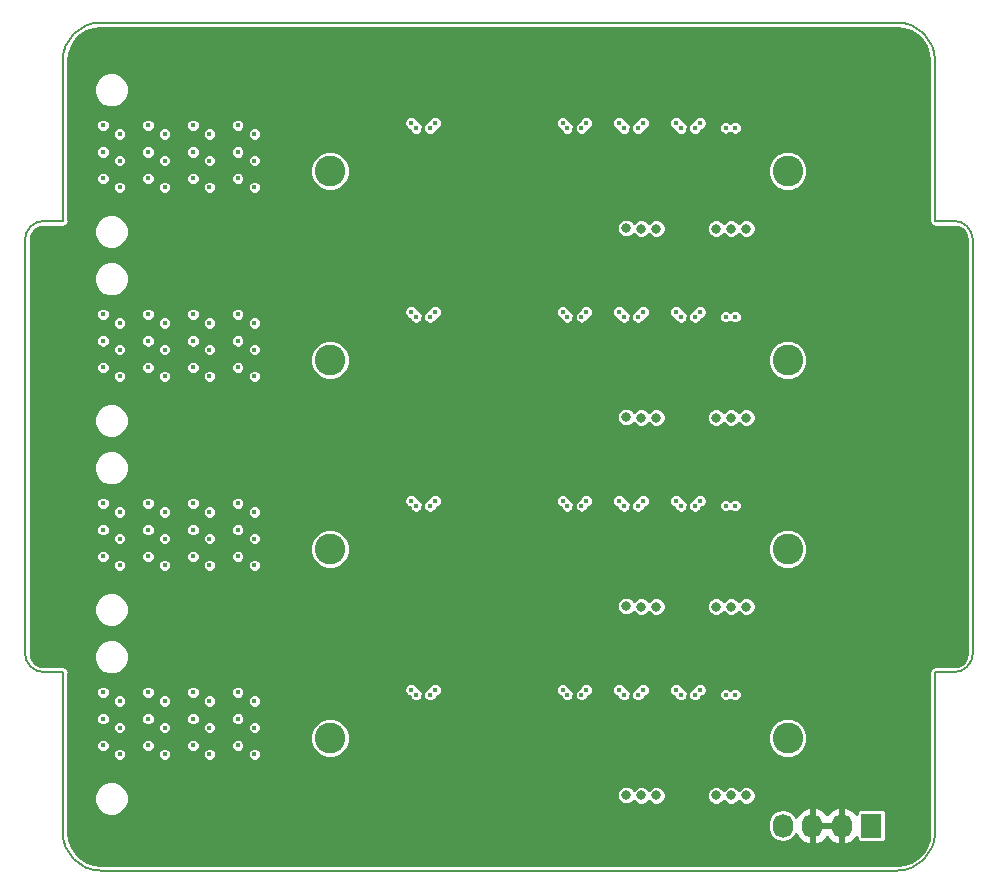
<source format=gbr>
%TF.GenerationSoftware,KiCad,Pcbnew,5.0.2-bee76a0~70~ubuntu18.10.1*%
%TF.CreationDate,2019-01-30T12:14:29-07:00*%
%TF.ProjectId,thelio-io-sas,7468656c-696f-42d6-996f-2d7361732e6b,rev?*%
%TF.SameCoordinates,Original*%
%TF.FileFunction,Copper,L3,Inr*%
%TF.FilePolarity,Positive*%
%FSLAX46Y46*%
G04 Gerber Fmt 4.6, Leading zero omitted, Abs format (unit mm)*
G04 Created by KiCad (PCBNEW 5.0.2-bee76a0~70~ubuntu18.10.1) date Wed Jan 30 12:14:29 2019*
%MOMM*%
%LPD*%
G01*
G04 APERTURE LIST*
%TA.AperFunction,NonConductor*%
%ADD10C,0.200000*%
%TD*%
%TA.AperFunction,NonConductor*%
%ADD11C,0.150000*%
%TD*%
%TA.AperFunction,WasherPad*%
%ADD12C,2.600000*%
%TD*%
%TA.AperFunction,ViaPad*%
%ADD13C,0.370000*%
%TD*%
%TA.AperFunction,ViaPad*%
%ADD14O,1.730000X2.030000*%
%TD*%
%TA.AperFunction,ViaPad*%
%ADD15R,1.730000X2.030000*%
%TD*%
%TA.AperFunction,ViaPad*%
%ADD16C,0.400000*%
%TD*%
%TA.AperFunction,ViaPad*%
%ADD17C,0.800000*%
%TD*%
%TA.AperFunction,Conductor*%
%ADD18C,0.254000*%
%TD*%
G04 APERTURE END LIST*
D10*
X77050000Y-18400000D02*
X77050000Y-53400000D01*
X75450000Y-16800000D02*
G75*
G02X77050000Y-18400000I0J-1600000D01*
G01*
X73850000Y-16800000D02*
X75450000Y-16800000D01*
X73850000Y-55000000D02*
X75450000Y-55000000D01*
X77050000Y-53400000D02*
G75*
G02X75450000Y-55000000I-1600000J0D01*
G01*
X70650000Y0D02*
G75*
G02X73850000Y-3200000I0J-3200000D01*
G01*
D11*
X73850000Y-68600000D02*
G75*
G02X70650000Y-71800000I-3200000J0D01*
G01*
D10*
X73850000Y-16800000D02*
X73850000Y-3200000D01*
X73850000Y-55000000D02*
X73850000Y-68600000D01*
X-3200000Y-18400000D02*
G75*
G02X-1600000Y-16800000I1600000J0D01*
G01*
X0Y-16800000D02*
X-1600000Y-16800000D01*
X0Y-55000000D02*
X-1600000Y-55000000D01*
X-1600000Y-55000000D02*
G75*
G02X-3200000Y-53400000I0J1600000D01*
G01*
X-3200000Y-53400000D02*
X-3200000Y-18400000D01*
X0Y-16800000D02*
X0Y-3200000D01*
X0Y-55000000D02*
X0Y-68600000D01*
X3200000Y0D02*
X70650000Y0D01*
X0Y-3200000D02*
G75*
G02X3200000Y0I3200000J0D01*
G01*
X70650000Y-71800000D02*
X3200000Y-71800000D01*
X3200000Y-71800000D02*
G75*
G02X0Y-68600000I0J3200000D01*
G01*
D12*
%TO.N,*%
%TO.C,U2_0*%
X22635000Y-12560000D03*
X61365000Y-12560000D03*
%TD*%
D13*
%TO.N,/sas0/T1+*%
%TO.C,SAS0*%
X14820000Y-10950000D03*
%TO.N,GND*%
X15520000Y-10200000D03*
%TO.N,/sas0/CLK+*%
X16220000Y-9450000D03*
%TO.N,/sas0/CLK-*%
X14820000Y-8700000D03*
%TO.N,/sas0/T1-*%
X16220000Y-11700000D03*
%TO.N,/sas0/T3+*%
X14820000Y-13200000D03*
%TO.N,GND*%
X15520000Y-12450000D03*
X15520000Y-14700000D03*
%TO.N,/sas0/T3-*%
X16220000Y-13950000D03*
%TO.N,/sas0/RST*%
X12420000Y-9450000D03*
%TO.N,GND*%
X11720000Y-12450000D03*
%TO.N,Net-(SAS0-PadB1)*%
X11020000Y-8700000D03*
%TO.N,/sas0/T0+*%
X11020000Y-10950000D03*
%TO.N,GND*%
X11720000Y-14700000D03*
X11720000Y-10200000D03*
%TO.N,/sas0/T0-*%
X12420000Y-11700000D03*
%TO.N,/sas0/T2-*%
X12420000Y-13950000D03*
%TO.N,/sas0/T2+*%
X11020000Y-13200000D03*
%TO.N,Net-(SAS0-PadC2)*%
X8620000Y-9450000D03*
%TO.N,GND*%
X7920000Y-12450000D03*
%TO.N,/sas0/WAKE*%
X7220000Y-8700000D03*
%TO.N,/sas0/R1+*%
X7220000Y-10950000D03*
%TO.N,GND*%
X7920000Y-14700000D03*
X7920000Y-10200000D03*
%TO.N,/sas0/R1-*%
X8620000Y-11700000D03*
%TO.N,/sas0/R3-*%
X8620000Y-13950000D03*
%TO.N,/sas0/R3+*%
X7220000Y-13200000D03*
%TO.N,/sas0/SDAT*%
X4820000Y-9450000D03*
%TO.N,GND*%
X4120000Y-12450000D03*
%TO.N,/sas0/SCLK*%
X3420000Y-8700000D03*
%TO.N,/sas0/R0+*%
X3420000Y-10950000D03*
%TO.N,GND*%
X4120000Y-14700000D03*
X4120000Y-10200000D03*
%TO.N,/sas0/R0-*%
X4820000Y-11700000D03*
%TO.N,/sas0/R2-*%
X4820000Y-13950000D03*
%TO.N,/sas0/R2+*%
X3420000Y-13200000D03*
%TD*%
D12*
%TO.N,*%
%TO.C,U2_1*%
X22635000Y-28560000D03*
X61365000Y-28560000D03*
%TD*%
D13*
%TO.N,/sas1/T1+*%
%TO.C,SAS1*%
X14820000Y-26950000D03*
%TO.N,GND*%
X15520000Y-26200000D03*
%TO.N,/sas1/CLK+*%
X16220000Y-25450000D03*
%TO.N,/sas1/CLK-*%
X14820000Y-24700000D03*
%TO.N,/sas1/T1-*%
X16220000Y-27700000D03*
%TO.N,/sas1/T3+*%
X14820000Y-29200000D03*
%TO.N,GND*%
X15520000Y-28450000D03*
X15520000Y-30700000D03*
%TO.N,/sas1/T3-*%
X16220000Y-29950000D03*
%TO.N,/sas1/RST*%
X12420000Y-25450000D03*
%TO.N,GND*%
X11720000Y-28450000D03*
%TO.N,Net-(SAS1-PadB1)*%
X11020000Y-24700000D03*
%TO.N,/sas1/T0+*%
X11020000Y-26950000D03*
%TO.N,GND*%
X11720000Y-30700000D03*
X11720000Y-26200000D03*
%TO.N,/sas1/T0-*%
X12420000Y-27700000D03*
%TO.N,/sas1/T2-*%
X12420000Y-29950000D03*
%TO.N,/sas1/T2+*%
X11020000Y-29200000D03*
%TO.N,Net-(SAS1-PadC2)*%
X8620000Y-25450000D03*
%TO.N,GND*%
X7920000Y-28450000D03*
%TO.N,/sas1/WAKE*%
X7220000Y-24700000D03*
%TO.N,/sas1/R1+*%
X7220000Y-26950000D03*
%TO.N,GND*%
X7920000Y-30700000D03*
X7920000Y-26200000D03*
%TO.N,/sas1/R1-*%
X8620000Y-27700000D03*
%TO.N,/sas1/R3-*%
X8620000Y-29950000D03*
%TO.N,/sas1/R3+*%
X7220000Y-29200000D03*
%TO.N,/sas1/SDAT*%
X4820000Y-25450000D03*
%TO.N,GND*%
X4120000Y-28450000D03*
%TO.N,/sas1/SCLK*%
X3420000Y-24700000D03*
%TO.N,/sas1/R0+*%
X3420000Y-26950000D03*
%TO.N,GND*%
X4120000Y-30700000D03*
X4120000Y-26200000D03*
%TO.N,/sas1/R0-*%
X4820000Y-27700000D03*
%TO.N,/sas1/R2-*%
X4820000Y-29950000D03*
%TO.N,/sas1/R2+*%
X3420000Y-29200000D03*
%TD*%
D12*
%TO.N,*%
%TO.C,U2_2*%
X22635000Y-44560000D03*
X61365000Y-44560000D03*
%TD*%
D13*
%TO.N,/sas2/T1+*%
%TO.C,SAS2*%
X14820000Y-42950000D03*
%TO.N,GND*%
X15520000Y-42200000D03*
%TO.N,/sas2/CLK+*%
X16220000Y-41450000D03*
%TO.N,/sas2/CLK-*%
X14820000Y-40700000D03*
%TO.N,/sas2/T1-*%
X16220000Y-43700000D03*
%TO.N,/sas2/T3+*%
X14820000Y-45200000D03*
%TO.N,GND*%
X15520000Y-44450000D03*
X15520000Y-46700000D03*
%TO.N,/sas2/T3-*%
X16220000Y-45950000D03*
%TO.N,/sas2/RST*%
X12420000Y-41450000D03*
%TO.N,GND*%
X11720000Y-44450000D03*
%TO.N,Net-(SAS2-PadB1)*%
X11020000Y-40700000D03*
%TO.N,/sas2/T0+*%
X11020000Y-42950000D03*
%TO.N,GND*%
X11720000Y-46700000D03*
X11720000Y-42200000D03*
%TO.N,/sas2/T0-*%
X12420000Y-43700000D03*
%TO.N,/sas2/T2-*%
X12420000Y-45950000D03*
%TO.N,/sas2/T2+*%
X11020000Y-45200000D03*
%TO.N,Net-(SAS2-PadC2)*%
X8620000Y-41450000D03*
%TO.N,GND*%
X7920000Y-44450000D03*
%TO.N,/sas2/WAKE*%
X7220000Y-40700000D03*
%TO.N,/sas2/R1+*%
X7220000Y-42950000D03*
%TO.N,GND*%
X7920000Y-46700000D03*
X7920000Y-42200000D03*
%TO.N,/sas2/R1-*%
X8620000Y-43700000D03*
%TO.N,/sas2/R3-*%
X8620000Y-45950000D03*
%TO.N,/sas2/R3+*%
X7220000Y-45200000D03*
%TO.N,/sas2/SDAT*%
X4820000Y-41450000D03*
%TO.N,GND*%
X4120000Y-44450000D03*
%TO.N,/sas2/SCLK*%
X3420000Y-40700000D03*
%TO.N,/sas2/R0+*%
X3420000Y-42950000D03*
%TO.N,GND*%
X4120000Y-46700000D03*
X4120000Y-42200000D03*
%TO.N,/sas2/R0-*%
X4820000Y-43700000D03*
%TO.N,/sas2/R2-*%
X4820000Y-45950000D03*
%TO.N,/sas2/R2+*%
X3420000Y-45200000D03*
%TD*%
D12*
%TO.N,*%
%TO.C,U2_3*%
X61365000Y-60560000D03*
X22635000Y-60560000D03*
%TD*%
D13*
%TO.N,/sas3/R2+*%
%TO.C,SAS3*%
X3420000Y-61200000D03*
%TO.N,/sas3/R2-*%
X4820000Y-61950000D03*
%TO.N,/sas3/R0-*%
X4820000Y-59700000D03*
%TO.N,GND*%
X4120000Y-58200000D03*
X4120000Y-62700000D03*
%TO.N,/sas3/R0+*%
X3420000Y-58950000D03*
%TO.N,/sas3/SCLK*%
X3420000Y-56700000D03*
%TO.N,GND*%
X4120000Y-60450000D03*
%TO.N,/sas3/SDAT*%
X4820000Y-57450000D03*
%TO.N,/sas3/R3+*%
X7220000Y-61200000D03*
%TO.N,/sas3/R3-*%
X8620000Y-61950000D03*
%TO.N,/sas3/R1-*%
X8620000Y-59700000D03*
%TO.N,GND*%
X7920000Y-58200000D03*
X7920000Y-62700000D03*
%TO.N,/sas3/R1+*%
X7220000Y-58950000D03*
%TO.N,/sas3/WAKE*%
X7220000Y-56700000D03*
%TO.N,GND*%
X7920000Y-60450000D03*
%TO.N,Net-(SAS3-PadC2)*%
X8620000Y-57450000D03*
%TO.N,/sas3/T2+*%
X11020000Y-61200000D03*
%TO.N,/sas3/T2-*%
X12420000Y-61950000D03*
%TO.N,/sas3/T0-*%
X12420000Y-59700000D03*
%TO.N,GND*%
X11720000Y-58200000D03*
X11720000Y-62700000D03*
%TO.N,/sas3/T0+*%
X11020000Y-58950000D03*
%TO.N,Net-(SAS3-PadB1)*%
X11020000Y-56700000D03*
%TO.N,GND*%
X11720000Y-60450000D03*
%TO.N,/sas3/RST*%
X12420000Y-57450000D03*
%TO.N,/sas3/T3-*%
X16220000Y-61950000D03*
%TO.N,GND*%
X15520000Y-62700000D03*
X15520000Y-60450000D03*
%TO.N,/sas3/T3+*%
X14820000Y-61200000D03*
%TO.N,/sas3/T1-*%
X16220000Y-59700000D03*
%TO.N,/sas3/CLK-*%
X14820000Y-56700000D03*
%TO.N,/sas3/CLK+*%
X16220000Y-57450000D03*
%TO.N,GND*%
X15520000Y-58200000D03*
%TO.N,/sas3/T1+*%
X14820000Y-58950000D03*
%TD*%
D14*
%TO.N,+5V*%
%TO.C,POWER0*%
X60960000Y-67990000D03*
%TO.N,GND*%
X63460000Y-67990000D03*
X65960000Y-67990000D03*
D15*
%TO.N,+12V*%
X68460000Y-67990000D03*
%TD*%
D16*
%TO.N,GND*%
X39320000Y-43500000D03*
X45720000Y-41100000D03*
X32920000Y-41100000D03*
X48120000Y-43500000D03*
X44920000Y-37300000D03*
X25720000Y-37300000D03*
X52920000Y-41100000D03*
X25720000Y-50300000D03*
X45720000Y-43500000D03*
X38520000Y-37300000D03*
X22520000Y-37300000D03*
D17*
X46420000Y-49445000D03*
X45175000Y-49445000D03*
D16*
X40920000Y-43500000D03*
X28920000Y-37300000D03*
X36920000Y-43500000D03*
X52920000Y-43500000D03*
X43320000Y-41100000D03*
D17*
X51525000Y-49445000D03*
D16*
X50520000Y-43500000D03*
X29935000Y-45100000D03*
X55320000Y-43500000D03*
X43320000Y-43500000D03*
X48120000Y-37300000D03*
X9720000Y-50300000D03*
X19320000Y-50300000D03*
X34520000Y-41100000D03*
X6520000Y-37300000D03*
X32920000Y-43500000D03*
D17*
X43905000Y-49445000D03*
X54040000Y-49445000D03*
D16*
X12920000Y-50300000D03*
X48120000Y-41100000D03*
X38520000Y-50300000D03*
X12920000Y-37300000D03*
X57720000Y-41100000D03*
X51320000Y-37300000D03*
X26125000Y-45070000D03*
X34520000Y-43500000D03*
X55320000Y-41100000D03*
X57720000Y-43500000D03*
X50520000Y-41100000D03*
X9720000Y-37300000D03*
X54520000Y-37300000D03*
X33745000Y-45100000D03*
X36920000Y-41100000D03*
X19320000Y-37300000D03*
X57720000Y-37300000D03*
X16120000Y-50300000D03*
X16120000Y-37300000D03*
X41720000Y-37300000D03*
X32120000Y-37300000D03*
X35320000Y-37300000D03*
X32120000Y-50300000D03*
X41720000Y-50300000D03*
X40920000Y-41100000D03*
X22520000Y-50300000D03*
X35320000Y-50300000D03*
X28120000Y-43500000D03*
X6520000Y-50300000D03*
X28920000Y-50300000D03*
X39320000Y-41100000D03*
X30520000Y-43500000D03*
X30520000Y-41100000D03*
X28120000Y-41100000D03*
X39320000Y-27500000D03*
X45720000Y-25100000D03*
X32920000Y-25100000D03*
X48120000Y-27500000D03*
X44920000Y-21300000D03*
X25720000Y-21300000D03*
X52920000Y-25100000D03*
X25720000Y-34300000D03*
X45720000Y-27500000D03*
X38520000Y-21300000D03*
X22520000Y-21300000D03*
D17*
X46420000Y-33445000D03*
X45175000Y-33445000D03*
D16*
X40920000Y-27500000D03*
X28920000Y-21300000D03*
X36920000Y-27500000D03*
X52920000Y-27500000D03*
X43320000Y-25100000D03*
D17*
X51525000Y-33445000D03*
D16*
X50520000Y-27500000D03*
X29935000Y-29100000D03*
X55320000Y-27500000D03*
X43320000Y-27500000D03*
X48120000Y-21300000D03*
X9720000Y-34300000D03*
X19320000Y-34300000D03*
X34520000Y-25100000D03*
X6520000Y-21300000D03*
X32920000Y-27500000D03*
D17*
X43905000Y-33445000D03*
X54040000Y-33445000D03*
D16*
X12920000Y-34300000D03*
X48120000Y-25100000D03*
X38520000Y-34300000D03*
X12920000Y-21300000D03*
X57720000Y-25100000D03*
X51320000Y-21300000D03*
X26125000Y-29070000D03*
X34520000Y-27500000D03*
X55320000Y-25100000D03*
X57720000Y-27500000D03*
X50520000Y-25100000D03*
X9720000Y-21300000D03*
X54520000Y-21300000D03*
X33745000Y-29100000D03*
X36920000Y-25100000D03*
X19320000Y-21300000D03*
X57720000Y-21300000D03*
X16120000Y-34300000D03*
X16120000Y-21300000D03*
X41720000Y-21300000D03*
X32120000Y-21300000D03*
X35320000Y-21300000D03*
X32120000Y-34300000D03*
X41720000Y-34300000D03*
X40920000Y-25100000D03*
X22520000Y-34300000D03*
X35320000Y-34300000D03*
X28120000Y-27500000D03*
X6520000Y-34300000D03*
X28920000Y-34300000D03*
X39320000Y-25100000D03*
X30520000Y-27500000D03*
X30520000Y-25100000D03*
X28120000Y-25100000D03*
X39320000Y-11500000D03*
X45720000Y-9100000D03*
X32920000Y-9100000D03*
X48120000Y-11500000D03*
X44920000Y-5300000D03*
X25720000Y-5300000D03*
X52920000Y-9100000D03*
X25720000Y-18300000D03*
X45720000Y-11500000D03*
X38520000Y-5300000D03*
X22520000Y-5300000D03*
D17*
X46420000Y-17445000D03*
X45175000Y-17445000D03*
D16*
X40920000Y-11500000D03*
X28920000Y-5300000D03*
X36920000Y-11500000D03*
X52920000Y-11500000D03*
X43320000Y-9100000D03*
D17*
X51525000Y-17445000D03*
D16*
X50520000Y-11500000D03*
X29935000Y-13100000D03*
X55320000Y-11500000D03*
X43320000Y-11500000D03*
X48120000Y-5300000D03*
X9720000Y-18300000D03*
X19320000Y-18300000D03*
X34520000Y-9100000D03*
X6520000Y-5300000D03*
X32920000Y-11500000D03*
D17*
X43905000Y-17445000D03*
X54040000Y-17445000D03*
D16*
X12920000Y-18300000D03*
X48120000Y-9100000D03*
X38520000Y-18300000D03*
X12920000Y-5300000D03*
X57720000Y-9100000D03*
X51320000Y-5300000D03*
X26125000Y-13070000D03*
X34520000Y-11500000D03*
X55320000Y-9100000D03*
X57720000Y-11500000D03*
X50520000Y-9100000D03*
X9720000Y-5300000D03*
X54520000Y-5300000D03*
X33745000Y-13100000D03*
X36920000Y-9100000D03*
X19320000Y-5300000D03*
X57720000Y-5300000D03*
X16120000Y-18300000D03*
X16120000Y-5300000D03*
X41720000Y-5300000D03*
X32120000Y-5300000D03*
X35320000Y-5300000D03*
X32120000Y-18300000D03*
X41720000Y-18300000D03*
X40920000Y-9100000D03*
X22520000Y-18300000D03*
X35320000Y-18300000D03*
X28120000Y-11500000D03*
X6520000Y-18300000D03*
X28920000Y-18300000D03*
X39320000Y-9100000D03*
X30520000Y-11500000D03*
X30520000Y-9100000D03*
X28120000Y-9100000D03*
X43320000Y-59500000D03*
X45720000Y-57100000D03*
X39320000Y-59500000D03*
X28120000Y-57100000D03*
X16120000Y-53300000D03*
X16120000Y-66300000D03*
X6520000Y-66300000D03*
X9720000Y-66300000D03*
X12920000Y-66300000D03*
X48120000Y-53300000D03*
X41720000Y-53300000D03*
X28920000Y-53300000D03*
X38520000Y-53300000D03*
X32120000Y-53300000D03*
X35320000Y-53300000D03*
X44920000Y-53300000D03*
X25720000Y-53300000D03*
X22520000Y-53300000D03*
X38520000Y-66300000D03*
X32120000Y-66300000D03*
X41720000Y-66300000D03*
X28920000Y-66300000D03*
X22520000Y-66300000D03*
X35320000Y-66300000D03*
X25720000Y-66300000D03*
X19320000Y-66300000D03*
X6520000Y-53300000D03*
X9720000Y-53300000D03*
X12920000Y-53300000D03*
X19320000Y-53300000D03*
X54520000Y-53300000D03*
X51320000Y-53300000D03*
X57720000Y-53300000D03*
D17*
X43905000Y-65445000D03*
X54040000Y-65445000D03*
X51525000Y-65445000D03*
X46420000Y-65445000D03*
X45175000Y-65445000D03*
D16*
X50520000Y-57100000D03*
X52920000Y-57100000D03*
X55320000Y-57100000D03*
X57720000Y-57100000D03*
X48120000Y-57100000D03*
X43320000Y-57100000D03*
X39320000Y-57100000D03*
X34520000Y-57100000D03*
X32920000Y-57100000D03*
X30520000Y-57100000D03*
X28120000Y-59500000D03*
X30520000Y-59500000D03*
X32920000Y-59500000D03*
X34520000Y-59500000D03*
X36920000Y-59500000D03*
X40920000Y-59500000D03*
X45720000Y-59500000D03*
X48120000Y-59500000D03*
X50520000Y-59500000D03*
X52920000Y-59500000D03*
X55320000Y-59500000D03*
X57720000Y-59500000D03*
X26125000Y-61070000D03*
X29935000Y-61100000D03*
X33745000Y-61100000D03*
X36920000Y-57100000D03*
X40920000Y-57100000D03*
D17*
%TO.N,+12V*%
X55310000Y-49445000D03*
X56580000Y-49445000D03*
X57875000Y-49445000D03*
X55310000Y-33445000D03*
X56580000Y-33445000D03*
X57875000Y-33445000D03*
X55310000Y-17445000D03*
X56580000Y-17445000D03*
X57875000Y-17445000D03*
X57875000Y-65445000D03*
X56580000Y-65445000D03*
X55310000Y-65445000D03*
%TO.N,+5V*%
X48985000Y-49445000D03*
X47715000Y-49420000D03*
X50255000Y-49445000D03*
X48985000Y-33445000D03*
X47715000Y-33420000D03*
X50255000Y-33445000D03*
X48985000Y-17445000D03*
X47715000Y-17420000D03*
X50255000Y-17445000D03*
X47715000Y-65420000D03*
X50255000Y-65445000D03*
X48985000Y-65445000D03*
D16*
%TO.N,/sas3/SDAT*%
X56920000Y-56900000D03*
%TO.N,/sas3/SCLK*%
X56120000Y-56900000D03*
%TO.N,/sas3/R3+*%
X53924284Y-56495716D03*
%TO.N,/sas3/R3-*%
X53515716Y-56904284D03*
%TO.N,/sas3/T3-*%
X52324284Y-56904284D03*
%TO.N,/sas3/T3+*%
X51915716Y-56495716D03*
%TO.N,/sas3/R2+*%
X49124284Y-56495716D03*
%TO.N,/sas3/R2-*%
X48715716Y-56904284D03*
%TO.N,/sas3/T2-*%
X47524284Y-56904284D03*
%TO.N,/sas3/T2+*%
X47115716Y-56495716D03*
%TO.N,/sas3/R1+*%
X44324284Y-56495716D03*
%TO.N,/sas3/R1-*%
X43915716Y-56904284D03*
%TO.N,/sas3/T1-*%
X42724284Y-56904284D03*
%TO.N,/sas3/T1+*%
X42315716Y-56495716D03*
%TO.N,/sas3/R0+*%
X31524284Y-56495716D03*
%TO.N,/sas3/R0-*%
X31115716Y-56904284D03*
%TO.N,/sas3/T0-*%
X29924284Y-56904284D03*
%TO.N,/sas3/T0+*%
X29515716Y-56495716D03*
%TO.N,/sas0/SDAT*%
X56920000Y-8900000D03*
%TO.N,/sas0/SCLK*%
X56120000Y-8900000D03*
%TO.N,/sas0/R3+*%
X53924284Y-8495716D03*
%TO.N,/sas0/R3-*%
X53515716Y-8904284D03*
%TO.N,/sas0/T3-*%
X52324284Y-8904284D03*
%TO.N,/sas0/T3+*%
X51915716Y-8495716D03*
%TO.N,/sas0/R2+*%
X49124284Y-8495716D03*
%TO.N,/sas0/R2-*%
X48715716Y-8904284D03*
%TO.N,/sas0/T2-*%
X47524284Y-8904284D03*
%TO.N,/sas0/T2+*%
X47115716Y-8495716D03*
%TO.N,/sas0/R1+*%
X44324284Y-8495716D03*
%TO.N,/sas0/R1-*%
X43915716Y-8904284D03*
%TO.N,/sas0/T1-*%
X42724284Y-8904284D03*
%TO.N,/sas0/T1+*%
X42315716Y-8495716D03*
%TO.N,/sas0/R0+*%
X31524284Y-8495716D03*
%TO.N,/sas0/R0-*%
X31115716Y-8904284D03*
%TO.N,/sas0/T0-*%
X29924284Y-8904284D03*
%TO.N,/sas0/T0+*%
X29515716Y-8495716D03*
%TO.N,/sas1/SDAT*%
X56920000Y-24900000D03*
%TO.N,/sas1/SCLK*%
X56120000Y-24900000D03*
%TO.N,/sas1/R3+*%
X53924284Y-24495716D03*
%TO.N,/sas1/R3-*%
X53515716Y-24904284D03*
%TO.N,/sas1/T3-*%
X52324284Y-24904284D03*
%TO.N,/sas1/T3+*%
X51915716Y-24495716D03*
%TO.N,/sas1/R2+*%
X49124284Y-24495716D03*
%TO.N,/sas1/R2-*%
X48715716Y-24904284D03*
%TO.N,/sas1/T2-*%
X47524284Y-24904284D03*
%TO.N,/sas1/T2+*%
X47115716Y-24495716D03*
%TO.N,/sas1/R1+*%
X44324284Y-24495716D03*
%TO.N,/sas1/R1-*%
X43915716Y-24904284D03*
%TO.N,/sas1/T1-*%
X42724284Y-24904284D03*
%TO.N,/sas1/T1+*%
X42315716Y-24495716D03*
%TO.N,/sas1/R0+*%
X31524284Y-24495716D03*
%TO.N,/sas1/R0-*%
X31115716Y-24904284D03*
%TO.N,/sas1/T0-*%
X29924284Y-24904284D03*
%TO.N,/sas1/T0+*%
X29515716Y-24495716D03*
%TO.N,/sas2/SDAT*%
X56920000Y-40900000D03*
%TO.N,/sas2/SCLK*%
X56120000Y-40900000D03*
%TO.N,/sas2/R3+*%
X53924284Y-40495716D03*
%TO.N,/sas2/R3-*%
X53515716Y-40904284D03*
%TO.N,/sas2/T3-*%
X52324284Y-40904284D03*
%TO.N,/sas2/T3+*%
X51915716Y-40495716D03*
%TO.N,/sas2/R2+*%
X49124284Y-40495716D03*
%TO.N,/sas2/R2-*%
X48715716Y-40904284D03*
%TO.N,/sas2/T2-*%
X47524284Y-40904284D03*
%TO.N,/sas2/T2+*%
X47115716Y-40495716D03*
%TO.N,/sas2/R1+*%
X44324284Y-40495716D03*
%TO.N,/sas2/R1-*%
X43915716Y-40904284D03*
%TO.N,/sas2/T1-*%
X42724284Y-40904284D03*
%TO.N,/sas2/T1+*%
X42315716Y-40495716D03*
%TO.N,/sas2/R0+*%
X31524284Y-40495716D03*
%TO.N,/sas2/R0-*%
X31115716Y-40904284D03*
%TO.N,/sas2/T0-*%
X29924284Y-40904284D03*
%TO.N,/sas2/T0+*%
X29515716Y-40495716D03*
%TD*%
D18*
%TO.N,GND*%
G36*
X71251720Y-551510D02*
X71823538Y-750638D01*
X72337028Y-1071502D01*
X72766669Y-1498154D01*
X73091109Y-2009388D01*
X73294224Y-2579805D01*
X73369001Y-3206896D01*
X73369000Y-16752627D01*
X73359577Y-16800000D01*
X73396908Y-16987677D01*
X73406879Y-17002599D01*
X73503219Y-17146781D01*
X73662323Y-17253092D01*
X73850000Y-17290423D01*
X73897373Y-17281000D01*
X75412145Y-17281000D01*
X75793938Y-17341471D01*
X76104208Y-17499561D01*
X76350440Y-17745794D01*
X76508530Y-18056062D01*
X76569000Y-18437855D01*
X76569001Y-53362139D01*
X76508530Y-53743938D01*
X76350440Y-54054206D01*
X76104208Y-54300439D01*
X75793938Y-54458529D01*
X75412145Y-54519000D01*
X73897373Y-54519000D01*
X73850000Y-54509577D01*
X73802627Y-54519000D01*
X73662323Y-54546908D01*
X73503219Y-54653219D01*
X73396908Y-54812323D01*
X73359577Y-55000000D01*
X73369000Y-55047373D01*
X73369001Y-68647373D01*
X73379760Y-68701461D01*
X73323022Y-69207293D01*
X73122049Y-69784409D01*
X72798215Y-70302652D01*
X72367608Y-70736275D01*
X71851638Y-71063720D01*
X71275942Y-71268716D01*
X70756171Y-71330696D01*
X70697373Y-71319000D01*
X3226889Y-71319000D01*
X2598280Y-71248490D01*
X2026462Y-71049362D01*
X1512972Y-70728498D01*
X1083331Y-70301846D01*
X758891Y-69790612D01*
X555776Y-69220195D01*
X481000Y-68593112D01*
X481000Y-67717283D01*
X59714000Y-67717283D01*
X59714000Y-68262718D01*
X59786294Y-68626165D01*
X60061685Y-69038316D01*
X60473836Y-69313706D01*
X60960000Y-69410410D01*
X61446165Y-69313706D01*
X61858316Y-69038316D01*
X62092146Y-68688363D01*
X62168193Y-68904645D01*
X62559143Y-69340793D01*
X63087240Y-69594131D01*
X63100754Y-69596346D01*
X63333000Y-69475224D01*
X63333000Y-68117000D01*
X63587000Y-68117000D01*
X63587000Y-69475224D01*
X63819246Y-69596346D01*
X63832760Y-69594131D01*
X64360857Y-69340793D01*
X64710000Y-68951285D01*
X65059143Y-69340793D01*
X65587240Y-69594131D01*
X65600754Y-69596346D01*
X65833000Y-69475224D01*
X65833000Y-68117000D01*
X63587000Y-68117000D01*
X63333000Y-68117000D01*
X63313000Y-68117000D01*
X63313000Y-67863000D01*
X63333000Y-67863000D01*
X63333000Y-66504776D01*
X63587000Y-66504776D01*
X63587000Y-67863000D01*
X65833000Y-67863000D01*
X65833000Y-66504776D01*
X66087000Y-66504776D01*
X66087000Y-67863000D01*
X66107000Y-67863000D01*
X66107000Y-68117000D01*
X66087000Y-68117000D01*
X66087000Y-69475224D01*
X66319246Y-69596346D01*
X66332760Y-69594131D01*
X66860857Y-69340793D01*
X67206536Y-68955150D01*
X67206536Y-69005000D01*
X67236106Y-69153659D01*
X67320314Y-69279686D01*
X67446341Y-69363894D01*
X67595000Y-69393464D01*
X69325000Y-69393464D01*
X69473659Y-69363894D01*
X69599686Y-69279686D01*
X69683894Y-69153659D01*
X69713464Y-69005000D01*
X69713464Y-66975000D01*
X69683894Y-66826341D01*
X69599686Y-66700314D01*
X69473659Y-66616106D01*
X69325000Y-66586536D01*
X67595000Y-66586536D01*
X67446341Y-66616106D01*
X67320314Y-66700314D01*
X67236106Y-66826341D01*
X67206536Y-66975000D01*
X67206536Y-67024850D01*
X66860857Y-66639207D01*
X66332760Y-66385869D01*
X66319246Y-66383654D01*
X66087000Y-66504776D01*
X65833000Y-66504776D01*
X65600754Y-66383654D01*
X65587240Y-66385869D01*
X65059143Y-66639207D01*
X64710000Y-67028715D01*
X64360857Y-66639207D01*
X63832760Y-66385869D01*
X63819246Y-66383654D01*
X63587000Y-66504776D01*
X63333000Y-66504776D01*
X63100754Y-66383654D01*
X63087240Y-66385869D01*
X62559143Y-66639207D01*
X62168193Y-67075355D01*
X62092147Y-67291637D01*
X61858316Y-66941684D01*
X61446164Y-66666294D01*
X60960000Y-66569590D01*
X60473835Y-66666294D01*
X60061684Y-66941684D01*
X59786294Y-67353836D01*
X59714000Y-67717283D01*
X481000Y-67717283D01*
X481000Y-65405411D01*
X2639000Y-65405411D01*
X2639000Y-65994589D01*
X2864468Y-66538919D01*
X3281081Y-66955532D01*
X3825411Y-67181000D01*
X4414589Y-67181000D01*
X4958919Y-66955532D01*
X5375532Y-66538919D01*
X5601000Y-65994589D01*
X5601000Y-65405411D01*
X5542695Y-65264649D01*
X46934000Y-65264649D01*
X46934000Y-65575351D01*
X47052900Y-65862401D01*
X47272599Y-66082100D01*
X47559649Y-66201000D01*
X47870351Y-66201000D01*
X48157401Y-66082100D01*
X48337500Y-65902001D01*
X48542599Y-66107100D01*
X48829649Y-66226000D01*
X49140351Y-66226000D01*
X49427401Y-66107100D01*
X49620000Y-65914501D01*
X49812599Y-66107100D01*
X50099649Y-66226000D01*
X50410351Y-66226000D01*
X50697401Y-66107100D01*
X50917100Y-65887401D01*
X51036000Y-65600351D01*
X51036000Y-65289649D01*
X54529000Y-65289649D01*
X54529000Y-65600351D01*
X54647900Y-65887401D01*
X54867599Y-66107100D01*
X55154649Y-66226000D01*
X55465351Y-66226000D01*
X55752401Y-66107100D01*
X55945000Y-65914501D01*
X56137599Y-66107100D01*
X56424649Y-66226000D01*
X56735351Y-66226000D01*
X57022401Y-66107100D01*
X57227500Y-65902001D01*
X57432599Y-66107100D01*
X57719649Y-66226000D01*
X58030351Y-66226000D01*
X58317401Y-66107100D01*
X58537100Y-65887401D01*
X58656000Y-65600351D01*
X58656000Y-65289649D01*
X58537100Y-65002599D01*
X58317401Y-64782900D01*
X58030351Y-64664000D01*
X57719649Y-64664000D01*
X57432599Y-64782900D01*
X57227500Y-64987999D01*
X57022401Y-64782900D01*
X56735351Y-64664000D01*
X56424649Y-64664000D01*
X56137599Y-64782900D01*
X55945000Y-64975499D01*
X55752401Y-64782900D01*
X55465351Y-64664000D01*
X55154649Y-64664000D01*
X54867599Y-64782900D01*
X54647900Y-65002599D01*
X54529000Y-65289649D01*
X51036000Y-65289649D01*
X50917100Y-65002599D01*
X50697401Y-64782900D01*
X50410351Y-64664000D01*
X50099649Y-64664000D01*
X49812599Y-64782900D01*
X49620000Y-64975499D01*
X49427401Y-64782900D01*
X49140351Y-64664000D01*
X48829649Y-64664000D01*
X48542599Y-64782900D01*
X48362500Y-64962999D01*
X48157401Y-64757900D01*
X47870351Y-64639000D01*
X47559649Y-64639000D01*
X47272599Y-64757900D01*
X47052900Y-64977599D01*
X46934000Y-65264649D01*
X5542695Y-65264649D01*
X5375532Y-64861081D01*
X4958919Y-64444468D01*
X4414589Y-64219000D01*
X3825411Y-64219000D01*
X3281081Y-64444468D01*
X2864468Y-64861081D01*
X2639000Y-65405411D01*
X481000Y-65405411D01*
X481000Y-61837416D01*
X4254000Y-61837416D01*
X4254000Y-62062584D01*
X4340168Y-62270613D01*
X4499387Y-62429832D01*
X4707416Y-62516000D01*
X4932584Y-62516000D01*
X5140613Y-62429832D01*
X5299832Y-62270613D01*
X5386000Y-62062584D01*
X5386000Y-61837416D01*
X8054000Y-61837416D01*
X8054000Y-62062584D01*
X8140168Y-62270613D01*
X8299387Y-62429832D01*
X8507416Y-62516000D01*
X8732584Y-62516000D01*
X8940613Y-62429832D01*
X9099832Y-62270613D01*
X9186000Y-62062584D01*
X9186000Y-61837416D01*
X11854000Y-61837416D01*
X11854000Y-62062584D01*
X11940168Y-62270613D01*
X12099387Y-62429832D01*
X12307416Y-62516000D01*
X12532584Y-62516000D01*
X12740613Y-62429832D01*
X12899832Y-62270613D01*
X12986000Y-62062584D01*
X12986000Y-61837416D01*
X15654000Y-61837416D01*
X15654000Y-62062584D01*
X15740168Y-62270613D01*
X15899387Y-62429832D01*
X16107416Y-62516000D01*
X16332584Y-62516000D01*
X16540613Y-62429832D01*
X16699832Y-62270613D01*
X16786000Y-62062584D01*
X16786000Y-61837416D01*
X16699832Y-61629387D01*
X16540613Y-61470168D01*
X16332584Y-61384000D01*
X16107416Y-61384000D01*
X15899387Y-61470168D01*
X15740168Y-61629387D01*
X15654000Y-61837416D01*
X12986000Y-61837416D01*
X12899832Y-61629387D01*
X12740613Y-61470168D01*
X12532584Y-61384000D01*
X12307416Y-61384000D01*
X12099387Y-61470168D01*
X11940168Y-61629387D01*
X11854000Y-61837416D01*
X9186000Y-61837416D01*
X9099832Y-61629387D01*
X8940613Y-61470168D01*
X8732584Y-61384000D01*
X8507416Y-61384000D01*
X8299387Y-61470168D01*
X8140168Y-61629387D01*
X8054000Y-61837416D01*
X5386000Y-61837416D01*
X5299832Y-61629387D01*
X5140613Y-61470168D01*
X4932584Y-61384000D01*
X4707416Y-61384000D01*
X4499387Y-61470168D01*
X4340168Y-61629387D01*
X4254000Y-61837416D01*
X481000Y-61837416D01*
X481000Y-61087416D01*
X2854000Y-61087416D01*
X2854000Y-61312584D01*
X2940168Y-61520613D01*
X3099387Y-61679832D01*
X3307416Y-61766000D01*
X3532584Y-61766000D01*
X3740613Y-61679832D01*
X3899832Y-61520613D01*
X3986000Y-61312584D01*
X3986000Y-61087416D01*
X6654000Y-61087416D01*
X6654000Y-61312584D01*
X6740168Y-61520613D01*
X6899387Y-61679832D01*
X7107416Y-61766000D01*
X7332584Y-61766000D01*
X7540613Y-61679832D01*
X7699832Y-61520613D01*
X7786000Y-61312584D01*
X7786000Y-61087416D01*
X10454000Y-61087416D01*
X10454000Y-61312584D01*
X10540168Y-61520613D01*
X10699387Y-61679832D01*
X10907416Y-61766000D01*
X11132584Y-61766000D01*
X11340613Y-61679832D01*
X11499832Y-61520613D01*
X11586000Y-61312584D01*
X11586000Y-61087416D01*
X14254000Y-61087416D01*
X14254000Y-61312584D01*
X14340168Y-61520613D01*
X14499387Y-61679832D01*
X14707416Y-61766000D01*
X14932584Y-61766000D01*
X15140613Y-61679832D01*
X15299832Y-61520613D01*
X15386000Y-61312584D01*
X15386000Y-61087416D01*
X15299832Y-60879387D01*
X15140613Y-60720168D01*
X14932584Y-60634000D01*
X14707416Y-60634000D01*
X14499387Y-60720168D01*
X14340168Y-60879387D01*
X14254000Y-61087416D01*
X11586000Y-61087416D01*
X11499832Y-60879387D01*
X11340613Y-60720168D01*
X11132584Y-60634000D01*
X10907416Y-60634000D01*
X10699387Y-60720168D01*
X10540168Y-60879387D01*
X10454000Y-61087416D01*
X7786000Y-61087416D01*
X7699832Y-60879387D01*
X7540613Y-60720168D01*
X7332584Y-60634000D01*
X7107416Y-60634000D01*
X6899387Y-60720168D01*
X6740168Y-60879387D01*
X6654000Y-61087416D01*
X3986000Y-61087416D01*
X3899832Y-60879387D01*
X3740613Y-60720168D01*
X3532584Y-60634000D01*
X3307416Y-60634000D01*
X3099387Y-60720168D01*
X2940168Y-60879387D01*
X2854000Y-61087416D01*
X481000Y-61087416D01*
X481000Y-59587416D01*
X4254000Y-59587416D01*
X4254000Y-59812584D01*
X4340168Y-60020613D01*
X4499387Y-60179832D01*
X4707416Y-60266000D01*
X4932584Y-60266000D01*
X5140613Y-60179832D01*
X5299832Y-60020613D01*
X5386000Y-59812584D01*
X5386000Y-59587416D01*
X8054000Y-59587416D01*
X8054000Y-59812584D01*
X8140168Y-60020613D01*
X8299387Y-60179832D01*
X8507416Y-60266000D01*
X8732584Y-60266000D01*
X8940613Y-60179832D01*
X9099832Y-60020613D01*
X9186000Y-59812584D01*
X9186000Y-59587416D01*
X11854000Y-59587416D01*
X11854000Y-59812584D01*
X11940168Y-60020613D01*
X12099387Y-60179832D01*
X12307416Y-60266000D01*
X12532584Y-60266000D01*
X12740613Y-60179832D01*
X12899832Y-60020613D01*
X12986000Y-59812584D01*
X12986000Y-59587416D01*
X15654000Y-59587416D01*
X15654000Y-59812584D01*
X15740168Y-60020613D01*
X15899387Y-60179832D01*
X16107416Y-60266000D01*
X16332584Y-60266000D01*
X16430051Y-60225628D01*
X20954000Y-60225628D01*
X20954000Y-60894372D01*
X21209917Y-61512210D01*
X21682790Y-61985083D01*
X22300628Y-62241000D01*
X22969372Y-62241000D01*
X23587210Y-61985083D01*
X24060083Y-61512210D01*
X24316000Y-60894372D01*
X24316000Y-60225628D01*
X59684000Y-60225628D01*
X59684000Y-60894372D01*
X59939917Y-61512210D01*
X60412790Y-61985083D01*
X61030628Y-62241000D01*
X61699372Y-62241000D01*
X62317210Y-61985083D01*
X62790083Y-61512210D01*
X63046000Y-60894372D01*
X63046000Y-60225628D01*
X62790083Y-59607790D01*
X62317210Y-59134917D01*
X61699372Y-58879000D01*
X61030628Y-58879000D01*
X60412790Y-59134917D01*
X59939917Y-59607790D01*
X59684000Y-60225628D01*
X24316000Y-60225628D01*
X24060083Y-59607790D01*
X23587210Y-59134917D01*
X22969372Y-58879000D01*
X22300628Y-58879000D01*
X21682790Y-59134917D01*
X21209917Y-59607790D01*
X20954000Y-60225628D01*
X16430051Y-60225628D01*
X16540613Y-60179832D01*
X16699832Y-60020613D01*
X16786000Y-59812584D01*
X16786000Y-59587416D01*
X16699832Y-59379387D01*
X16540613Y-59220168D01*
X16332584Y-59134000D01*
X16107416Y-59134000D01*
X15899387Y-59220168D01*
X15740168Y-59379387D01*
X15654000Y-59587416D01*
X12986000Y-59587416D01*
X12899832Y-59379387D01*
X12740613Y-59220168D01*
X12532584Y-59134000D01*
X12307416Y-59134000D01*
X12099387Y-59220168D01*
X11940168Y-59379387D01*
X11854000Y-59587416D01*
X9186000Y-59587416D01*
X9099832Y-59379387D01*
X8940613Y-59220168D01*
X8732584Y-59134000D01*
X8507416Y-59134000D01*
X8299387Y-59220168D01*
X8140168Y-59379387D01*
X8054000Y-59587416D01*
X5386000Y-59587416D01*
X5299832Y-59379387D01*
X5140613Y-59220168D01*
X4932584Y-59134000D01*
X4707416Y-59134000D01*
X4499387Y-59220168D01*
X4340168Y-59379387D01*
X4254000Y-59587416D01*
X481000Y-59587416D01*
X481000Y-58837416D01*
X2854000Y-58837416D01*
X2854000Y-59062584D01*
X2940168Y-59270613D01*
X3099387Y-59429832D01*
X3307416Y-59516000D01*
X3532584Y-59516000D01*
X3740613Y-59429832D01*
X3899832Y-59270613D01*
X3986000Y-59062584D01*
X3986000Y-58837416D01*
X6654000Y-58837416D01*
X6654000Y-59062584D01*
X6740168Y-59270613D01*
X6899387Y-59429832D01*
X7107416Y-59516000D01*
X7332584Y-59516000D01*
X7540613Y-59429832D01*
X7699832Y-59270613D01*
X7786000Y-59062584D01*
X7786000Y-58837416D01*
X10454000Y-58837416D01*
X10454000Y-59062584D01*
X10540168Y-59270613D01*
X10699387Y-59429832D01*
X10907416Y-59516000D01*
X11132584Y-59516000D01*
X11340613Y-59429832D01*
X11499832Y-59270613D01*
X11586000Y-59062584D01*
X11586000Y-58837416D01*
X14254000Y-58837416D01*
X14254000Y-59062584D01*
X14340168Y-59270613D01*
X14499387Y-59429832D01*
X14707416Y-59516000D01*
X14932584Y-59516000D01*
X15140613Y-59429832D01*
X15299832Y-59270613D01*
X15386000Y-59062584D01*
X15386000Y-58837416D01*
X15299832Y-58629387D01*
X15140613Y-58470168D01*
X14932584Y-58384000D01*
X14707416Y-58384000D01*
X14499387Y-58470168D01*
X14340168Y-58629387D01*
X14254000Y-58837416D01*
X11586000Y-58837416D01*
X11499832Y-58629387D01*
X11340613Y-58470168D01*
X11132584Y-58384000D01*
X10907416Y-58384000D01*
X10699387Y-58470168D01*
X10540168Y-58629387D01*
X10454000Y-58837416D01*
X7786000Y-58837416D01*
X7699832Y-58629387D01*
X7540613Y-58470168D01*
X7332584Y-58384000D01*
X7107416Y-58384000D01*
X6899387Y-58470168D01*
X6740168Y-58629387D01*
X6654000Y-58837416D01*
X3986000Y-58837416D01*
X3899832Y-58629387D01*
X3740613Y-58470168D01*
X3532584Y-58384000D01*
X3307416Y-58384000D01*
X3099387Y-58470168D01*
X2940168Y-58629387D01*
X2854000Y-58837416D01*
X481000Y-58837416D01*
X481000Y-57337416D01*
X4254000Y-57337416D01*
X4254000Y-57562584D01*
X4340168Y-57770613D01*
X4499387Y-57929832D01*
X4707416Y-58016000D01*
X4932584Y-58016000D01*
X5140613Y-57929832D01*
X5299832Y-57770613D01*
X5386000Y-57562584D01*
X5386000Y-57337416D01*
X8054000Y-57337416D01*
X8054000Y-57562584D01*
X8140168Y-57770613D01*
X8299387Y-57929832D01*
X8507416Y-58016000D01*
X8732584Y-58016000D01*
X8940613Y-57929832D01*
X9099832Y-57770613D01*
X9186000Y-57562584D01*
X9186000Y-57337416D01*
X11854000Y-57337416D01*
X11854000Y-57562584D01*
X11940168Y-57770613D01*
X12099387Y-57929832D01*
X12307416Y-58016000D01*
X12532584Y-58016000D01*
X12740613Y-57929832D01*
X12899832Y-57770613D01*
X12986000Y-57562584D01*
X12986000Y-57337416D01*
X15654000Y-57337416D01*
X15654000Y-57562584D01*
X15740168Y-57770613D01*
X15899387Y-57929832D01*
X16107416Y-58016000D01*
X16332584Y-58016000D01*
X16540613Y-57929832D01*
X16699832Y-57770613D01*
X16786000Y-57562584D01*
X16786000Y-57337416D01*
X16699832Y-57129387D01*
X16540613Y-56970168D01*
X16332584Y-56884000D01*
X16107416Y-56884000D01*
X15899387Y-56970168D01*
X15740168Y-57129387D01*
X15654000Y-57337416D01*
X12986000Y-57337416D01*
X12899832Y-57129387D01*
X12740613Y-56970168D01*
X12532584Y-56884000D01*
X12307416Y-56884000D01*
X12099387Y-56970168D01*
X11940168Y-57129387D01*
X11854000Y-57337416D01*
X9186000Y-57337416D01*
X9099832Y-57129387D01*
X8940613Y-56970168D01*
X8732584Y-56884000D01*
X8507416Y-56884000D01*
X8299387Y-56970168D01*
X8140168Y-57129387D01*
X8054000Y-57337416D01*
X5386000Y-57337416D01*
X5299832Y-57129387D01*
X5140613Y-56970168D01*
X4932584Y-56884000D01*
X4707416Y-56884000D01*
X4499387Y-56970168D01*
X4340168Y-57129387D01*
X4254000Y-57337416D01*
X481000Y-57337416D01*
X481000Y-56587416D01*
X2854000Y-56587416D01*
X2854000Y-56812584D01*
X2940168Y-57020613D01*
X3099387Y-57179832D01*
X3307416Y-57266000D01*
X3532584Y-57266000D01*
X3740613Y-57179832D01*
X3899832Y-57020613D01*
X3986000Y-56812584D01*
X3986000Y-56587416D01*
X6654000Y-56587416D01*
X6654000Y-56812584D01*
X6740168Y-57020613D01*
X6899387Y-57179832D01*
X7107416Y-57266000D01*
X7332584Y-57266000D01*
X7540613Y-57179832D01*
X7699832Y-57020613D01*
X7786000Y-56812584D01*
X7786000Y-56587416D01*
X10454000Y-56587416D01*
X10454000Y-56812584D01*
X10540168Y-57020613D01*
X10699387Y-57179832D01*
X10907416Y-57266000D01*
X11132584Y-57266000D01*
X11340613Y-57179832D01*
X11499832Y-57020613D01*
X11586000Y-56812584D01*
X11586000Y-56587416D01*
X14254000Y-56587416D01*
X14254000Y-56812584D01*
X14340168Y-57020613D01*
X14499387Y-57179832D01*
X14707416Y-57266000D01*
X14932584Y-57266000D01*
X15140613Y-57179832D01*
X15299832Y-57020613D01*
X15386000Y-56812584D01*
X15386000Y-56587416D01*
X15300148Y-56380148D01*
X28934716Y-56380148D01*
X28934716Y-56611284D01*
X29023168Y-56824826D01*
X29186606Y-56988264D01*
X29359939Y-57060061D01*
X29431736Y-57233394D01*
X29595174Y-57396832D01*
X29808716Y-57485284D01*
X30039852Y-57485284D01*
X30253394Y-57396832D01*
X30416832Y-57233394D01*
X30505284Y-57019852D01*
X30505284Y-56788716D01*
X30534716Y-56788716D01*
X30534716Y-57019852D01*
X30623168Y-57233394D01*
X30786606Y-57396832D01*
X31000148Y-57485284D01*
X31231284Y-57485284D01*
X31444826Y-57396832D01*
X31608264Y-57233394D01*
X31680061Y-57060061D01*
X31853394Y-56988264D01*
X32016832Y-56824826D01*
X32105284Y-56611284D01*
X32105284Y-56380148D01*
X41734716Y-56380148D01*
X41734716Y-56611284D01*
X41823168Y-56824826D01*
X41986606Y-56988264D01*
X42159939Y-57060061D01*
X42231736Y-57233394D01*
X42395174Y-57396832D01*
X42608716Y-57485284D01*
X42839852Y-57485284D01*
X43053394Y-57396832D01*
X43216832Y-57233394D01*
X43305284Y-57019852D01*
X43305284Y-56788716D01*
X43334716Y-56788716D01*
X43334716Y-57019852D01*
X43423168Y-57233394D01*
X43586606Y-57396832D01*
X43800148Y-57485284D01*
X44031284Y-57485284D01*
X44244826Y-57396832D01*
X44408264Y-57233394D01*
X44480061Y-57060061D01*
X44653394Y-56988264D01*
X44816832Y-56824826D01*
X44905284Y-56611284D01*
X44905284Y-56380148D01*
X46534716Y-56380148D01*
X46534716Y-56611284D01*
X46623168Y-56824826D01*
X46786606Y-56988264D01*
X46959939Y-57060061D01*
X47031736Y-57233394D01*
X47195174Y-57396832D01*
X47408716Y-57485284D01*
X47639852Y-57485284D01*
X47853394Y-57396832D01*
X48016832Y-57233394D01*
X48105284Y-57019852D01*
X48105284Y-56788716D01*
X48134716Y-56788716D01*
X48134716Y-57019852D01*
X48223168Y-57233394D01*
X48386606Y-57396832D01*
X48600148Y-57485284D01*
X48831284Y-57485284D01*
X49044826Y-57396832D01*
X49208264Y-57233394D01*
X49280061Y-57060061D01*
X49453394Y-56988264D01*
X49616832Y-56824826D01*
X49705284Y-56611284D01*
X49705284Y-56380148D01*
X51334716Y-56380148D01*
X51334716Y-56611284D01*
X51423168Y-56824826D01*
X51586606Y-56988264D01*
X51759939Y-57060061D01*
X51831736Y-57233394D01*
X51995174Y-57396832D01*
X52208716Y-57485284D01*
X52439852Y-57485284D01*
X52653394Y-57396832D01*
X52816832Y-57233394D01*
X52905284Y-57019852D01*
X52905284Y-56788716D01*
X52934716Y-56788716D01*
X52934716Y-57019852D01*
X53023168Y-57233394D01*
X53186606Y-57396832D01*
X53400148Y-57485284D01*
X53631284Y-57485284D01*
X53844826Y-57396832D01*
X54008264Y-57233394D01*
X54080061Y-57060061D01*
X54253394Y-56988264D01*
X54416832Y-56824826D01*
X54433563Y-56784432D01*
X55539000Y-56784432D01*
X55539000Y-57015568D01*
X55627452Y-57229110D01*
X55790890Y-57392548D01*
X56004432Y-57481000D01*
X56235568Y-57481000D01*
X56449110Y-57392548D01*
X56520000Y-57321658D01*
X56590890Y-57392548D01*
X56804432Y-57481000D01*
X57035568Y-57481000D01*
X57249110Y-57392548D01*
X57412548Y-57229110D01*
X57501000Y-57015568D01*
X57501000Y-56784432D01*
X57412548Y-56570890D01*
X57249110Y-56407452D01*
X57035568Y-56319000D01*
X56804432Y-56319000D01*
X56590890Y-56407452D01*
X56520000Y-56478342D01*
X56449110Y-56407452D01*
X56235568Y-56319000D01*
X56004432Y-56319000D01*
X55790890Y-56407452D01*
X55627452Y-56570890D01*
X55539000Y-56784432D01*
X54433563Y-56784432D01*
X54505284Y-56611284D01*
X54505284Y-56380148D01*
X54416832Y-56166606D01*
X54253394Y-56003168D01*
X54039852Y-55914716D01*
X53808716Y-55914716D01*
X53595174Y-56003168D01*
X53431736Y-56166606D01*
X53359939Y-56339939D01*
X53186606Y-56411736D01*
X53023168Y-56575174D01*
X52934716Y-56788716D01*
X52905284Y-56788716D01*
X52816832Y-56575174D01*
X52653394Y-56411736D01*
X52480061Y-56339939D01*
X52408264Y-56166606D01*
X52244826Y-56003168D01*
X52031284Y-55914716D01*
X51800148Y-55914716D01*
X51586606Y-56003168D01*
X51423168Y-56166606D01*
X51334716Y-56380148D01*
X49705284Y-56380148D01*
X49616832Y-56166606D01*
X49453394Y-56003168D01*
X49239852Y-55914716D01*
X49008716Y-55914716D01*
X48795174Y-56003168D01*
X48631736Y-56166606D01*
X48559939Y-56339939D01*
X48386606Y-56411736D01*
X48223168Y-56575174D01*
X48134716Y-56788716D01*
X48105284Y-56788716D01*
X48016832Y-56575174D01*
X47853394Y-56411736D01*
X47680061Y-56339939D01*
X47608264Y-56166606D01*
X47444826Y-56003168D01*
X47231284Y-55914716D01*
X47000148Y-55914716D01*
X46786606Y-56003168D01*
X46623168Y-56166606D01*
X46534716Y-56380148D01*
X44905284Y-56380148D01*
X44816832Y-56166606D01*
X44653394Y-56003168D01*
X44439852Y-55914716D01*
X44208716Y-55914716D01*
X43995174Y-56003168D01*
X43831736Y-56166606D01*
X43759939Y-56339939D01*
X43586606Y-56411736D01*
X43423168Y-56575174D01*
X43334716Y-56788716D01*
X43305284Y-56788716D01*
X43216832Y-56575174D01*
X43053394Y-56411736D01*
X42880061Y-56339939D01*
X42808264Y-56166606D01*
X42644826Y-56003168D01*
X42431284Y-55914716D01*
X42200148Y-55914716D01*
X41986606Y-56003168D01*
X41823168Y-56166606D01*
X41734716Y-56380148D01*
X32105284Y-56380148D01*
X32016832Y-56166606D01*
X31853394Y-56003168D01*
X31639852Y-55914716D01*
X31408716Y-55914716D01*
X31195174Y-56003168D01*
X31031736Y-56166606D01*
X30959939Y-56339939D01*
X30786606Y-56411736D01*
X30623168Y-56575174D01*
X30534716Y-56788716D01*
X30505284Y-56788716D01*
X30416832Y-56575174D01*
X30253394Y-56411736D01*
X30080061Y-56339939D01*
X30008264Y-56166606D01*
X29844826Y-56003168D01*
X29631284Y-55914716D01*
X29400148Y-55914716D01*
X29186606Y-56003168D01*
X29023168Y-56166606D01*
X28934716Y-56380148D01*
X15300148Y-56380148D01*
X15299832Y-56379387D01*
X15140613Y-56220168D01*
X14932584Y-56134000D01*
X14707416Y-56134000D01*
X14499387Y-56220168D01*
X14340168Y-56379387D01*
X14254000Y-56587416D01*
X11586000Y-56587416D01*
X11499832Y-56379387D01*
X11340613Y-56220168D01*
X11132584Y-56134000D01*
X10907416Y-56134000D01*
X10699387Y-56220168D01*
X10540168Y-56379387D01*
X10454000Y-56587416D01*
X7786000Y-56587416D01*
X7699832Y-56379387D01*
X7540613Y-56220168D01*
X7332584Y-56134000D01*
X7107416Y-56134000D01*
X6899387Y-56220168D01*
X6740168Y-56379387D01*
X6654000Y-56587416D01*
X3986000Y-56587416D01*
X3899832Y-56379387D01*
X3740613Y-56220168D01*
X3532584Y-56134000D01*
X3307416Y-56134000D01*
X3099387Y-56220168D01*
X2940168Y-56379387D01*
X2854000Y-56587416D01*
X481000Y-56587416D01*
X481000Y-55047373D01*
X490423Y-55000000D01*
X453092Y-54812323D01*
X346781Y-54653219D01*
X187677Y-54546908D01*
X47373Y-54519000D01*
X0Y-54509577D01*
X-47373Y-54519000D01*
X-1562145Y-54519000D01*
X-1943938Y-54458530D01*
X-2254206Y-54300440D01*
X-2500439Y-54054208D01*
X-2658529Y-53743938D01*
X-2712147Y-53405411D01*
X2639000Y-53405411D01*
X2639000Y-53994589D01*
X2864468Y-54538919D01*
X3281081Y-54955532D01*
X3825411Y-55181000D01*
X4414589Y-55181000D01*
X4958919Y-54955532D01*
X5375532Y-54538919D01*
X5601000Y-53994589D01*
X5601000Y-53405411D01*
X5375532Y-52861081D01*
X4958919Y-52444468D01*
X4414589Y-52219000D01*
X3825411Y-52219000D01*
X3281081Y-52444468D01*
X2864468Y-52861081D01*
X2639000Y-53405411D01*
X-2712147Y-53405411D01*
X-2719000Y-53362145D01*
X-2719000Y-49405411D01*
X2639000Y-49405411D01*
X2639000Y-49994589D01*
X2864468Y-50538919D01*
X3281081Y-50955532D01*
X3825411Y-51181000D01*
X4414589Y-51181000D01*
X4958919Y-50955532D01*
X5375532Y-50538919D01*
X5601000Y-49994589D01*
X5601000Y-49405411D01*
X5542695Y-49264649D01*
X46934000Y-49264649D01*
X46934000Y-49575351D01*
X47052900Y-49862401D01*
X47272599Y-50082100D01*
X47559649Y-50201000D01*
X47870351Y-50201000D01*
X48157401Y-50082100D01*
X48337500Y-49902001D01*
X48542599Y-50107100D01*
X48829649Y-50226000D01*
X49140351Y-50226000D01*
X49427401Y-50107100D01*
X49620000Y-49914501D01*
X49812599Y-50107100D01*
X50099649Y-50226000D01*
X50410351Y-50226000D01*
X50697401Y-50107100D01*
X50917100Y-49887401D01*
X51036000Y-49600351D01*
X51036000Y-49289649D01*
X54529000Y-49289649D01*
X54529000Y-49600351D01*
X54647900Y-49887401D01*
X54867599Y-50107100D01*
X55154649Y-50226000D01*
X55465351Y-50226000D01*
X55752401Y-50107100D01*
X55945000Y-49914501D01*
X56137599Y-50107100D01*
X56424649Y-50226000D01*
X56735351Y-50226000D01*
X57022401Y-50107100D01*
X57227500Y-49902001D01*
X57432599Y-50107100D01*
X57719649Y-50226000D01*
X58030351Y-50226000D01*
X58317401Y-50107100D01*
X58537100Y-49887401D01*
X58656000Y-49600351D01*
X58656000Y-49289649D01*
X58537100Y-49002599D01*
X58317401Y-48782900D01*
X58030351Y-48664000D01*
X57719649Y-48664000D01*
X57432599Y-48782900D01*
X57227500Y-48987999D01*
X57022401Y-48782900D01*
X56735351Y-48664000D01*
X56424649Y-48664000D01*
X56137599Y-48782900D01*
X55945000Y-48975499D01*
X55752401Y-48782900D01*
X55465351Y-48664000D01*
X55154649Y-48664000D01*
X54867599Y-48782900D01*
X54647900Y-49002599D01*
X54529000Y-49289649D01*
X51036000Y-49289649D01*
X50917100Y-49002599D01*
X50697401Y-48782900D01*
X50410351Y-48664000D01*
X50099649Y-48664000D01*
X49812599Y-48782900D01*
X49620000Y-48975499D01*
X49427401Y-48782900D01*
X49140351Y-48664000D01*
X48829649Y-48664000D01*
X48542599Y-48782900D01*
X48362500Y-48962999D01*
X48157401Y-48757900D01*
X47870351Y-48639000D01*
X47559649Y-48639000D01*
X47272599Y-48757900D01*
X47052900Y-48977599D01*
X46934000Y-49264649D01*
X5542695Y-49264649D01*
X5375532Y-48861081D01*
X4958919Y-48444468D01*
X4414589Y-48219000D01*
X3825411Y-48219000D01*
X3281081Y-48444468D01*
X2864468Y-48861081D01*
X2639000Y-49405411D01*
X-2719000Y-49405411D01*
X-2719000Y-45837416D01*
X4254000Y-45837416D01*
X4254000Y-46062584D01*
X4340168Y-46270613D01*
X4499387Y-46429832D01*
X4707416Y-46516000D01*
X4932584Y-46516000D01*
X5140613Y-46429832D01*
X5299832Y-46270613D01*
X5386000Y-46062584D01*
X5386000Y-45837416D01*
X8054000Y-45837416D01*
X8054000Y-46062584D01*
X8140168Y-46270613D01*
X8299387Y-46429832D01*
X8507416Y-46516000D01*
X8732584Y-46516000D01*
X8940613Y-46429832D01*
X9099832Y-46270613D01*
X9186000Y-46062584D01*
X9186000Y-45837416D01*
X11854000Y-45837416D01*
X11854000Y-46062584D01*
X11940168Y-46270613D01*
X12099387Y-46429832D01*
X12307416Y-46516000D01*
X12532584Y-46516000D01*
X12740613Y-46429832D01*
X12899832Y-46270613D01*
X12986000Y-46062584D01*
X12986000Y-45837416D01*
X15654000Y-45837416D01*
X15654000Y-46062584D01*
X15740168Y-46270613D01*
X15899387Y-46429832D01*
X16107416Y-46516000D01*
X16332584Y-46516000D01*
X16540613Y-46429832D01*
X16699832Y-46270613D01*
X16786000Y-46062584D01*
X16786000Y-45837416D01*
X16699832Y-45629387D01*
X16540613Y-45470168D01*
X16332584Y-45384000D01*
X16107416Y-45384000D01*
X15899387Y-45470168D01*
X15740168Y-45629387D01*
X15654000Y-45837416D01*
X12986000Y-45837416D01*
X12899832Y-45629387D01*
X12740613Y-45470168D01*
X12532584Y-45384000D01*
X12307416Y-45384000D01*
X12099387Y-45470168D01*
X11940168Y-45629387D01*
X11854000Y-45837416D01*
X9186000Y-45837416D01*
X9099832Y-45629387D01*
X8940613Y-45470168D01*
X8732584Y-45384000D01*
X8507416Y-45384000D01*
X8299387Y-45470168D01*
X8140168Y-45629387D01*
X8054000Y-45837416D01*
X5386000Y-45837416D01*
X5299832Y-45629387D01*
X5140613Y-45470168D01*
X4932584Y-45384000D01*
X4707416Y-45384000D01*
X4499387Y-45470168D01*
X4340168Y-45629387D01*
X4254000Y-45837416D01*
X-2719000Y-45837416D01*
X-2719000Y-45087416D01*
X2854000Y-45087416D01*
X2854000Y-45312584D01*
X2940168Y-45520613D01*
X3099387Y-45679832D01*
X3307416Y-45766000D01*
X3532584Y-45766000D01*
X3740613Y-45679832D01*
X3899832Y-45520613D01*
X3986000Y-45312584D01*
X3986000Y-45087416D01*
X6654000Y-45087416D01*
X6654000Y-45312584D01*
X6740168Y-45520613D01*
X6899387Y-45679832D01*
X7107416Y-45766000D01*
X7332584Y-45766000D01*
X7540613Y-45679832D01*
X7699832Y-45520613D01*
X7786000Y-45312584D01*
X7786000Y-45087416D01*
X10454000Y-45087416D01*
X10454000Y-45312584D01*
X10540168Y-45520613D01*
X10699387Y-45679832D01*
X10907416Y-45766000D01*
X11132584Y-45766000D01*
X11340613Y-45679832D01*
X11499832Y-45520613D01*
X11586000Y-45312584D01*
X11586000Y-45087416D01*
X14254000Y-45087416D01*
X14254000Y-45312584D01*
X14340168Y-45520613D01*
X14499387Y-45679832D01*
X14707416Y-45766000D01*
X14932584Y-45766000D01*
X15140613Y-45679832D01*
X15299832Y-45520613D01*
X15386000Y-45312584D01*
X15386000Y-45087416D01*
X15299832Y-44879387D01*
X15140613Y-44720168D01*
X14932584Y-44634000D01*
X14707416Y-44634000D01*
X14499387Y-44720168D01*
X14340168Y-44879387D01*
X14254000Y-45087416D01*
X11586000Y-45087416D01*
X11499832Y-44879387D01*
X11340613Y-44720168D01*
X11132584Y-44634000D01*
X10907416Y-44634000D01*
X10699387Y-44720168D01*
X10540168Y-44879387D01*
X10454000Y-45087416D01*
X7786000Y-45087416D01*
X7699832Y-44879387D01*
X7540613Y-44720168D01*
X7332584Y-44634000D01*
X7107416Y-44634000D01*
X6899387Y-44720168D01*
X6740168Y-44879387D01*
X6654000Y-45087416D01*
X3986000Y-45087416D01*
X3899832Y-44879387D01*
X3740613Y-44720168D01*
X3532584Y-44634000D01*
X3307416Y-44634000D01*
X3099387Y-44720168D01*
X2940168Y-44879387D01*
X2854000Y-45087416D01*
X-2719000Y-45087416D01*
X-2719000Y-43587416D01*
X4254000Y-43587416D01*
X4254000Y-43812584D01*
X4340168Y-44020613D01*
X4499387Y-44179832D01*
X4707416Y-44266000D01*
X4932584Y-44266000D01*
X5140613Y-44179832D01*
X5299832Y-44020613D01*
X5386000Y-43812584D01*
X5386000Y-43587416D01*
X8054000Y-43587416D01*
X8054000Y-43812584D01*
X8140168Y-44020613D01*
X8299387Y-44179832D01*
X8507416Y-44266000D01*
X8732584Y-44266000D01*
X8940613Y-44179832D01*
X9099832Y-44020613D01*
X9186000Y-43812584D01*
X9186000Y-43587416D01*
X11854000Y-43587416D01*
X11854000Y-43812584D01*
X11940168Y-44020613D01*
X12099387Y-44179832D01*
X12307416Y-44266000D01*
X12532584Y-44266000D01*
X12740613Y-44179832D01*
X12899832Y-44020613D01*
X12986000Y-43812584D01*
X12986000Y-43587416D01*
X15654000Y-43587416D01*
X15654000Y-43812584D01*
X15740168Y-44020613D01*
X15899387Y-44179832D01*
X16107416Y-44266000D01*
X16332584Y-44266000D01*
X16430051Y-44225628D01*
X20954000Y-44225628D01*
X20954000Y-44894372D01*
X21209917Y-45512210D01*
X21682790Y-45985083D01*
X22300628Y-46241000D01*
X22969372Y-46241000D01*
X23587210Y-45985083D01*
X24060083Y-45512210D01*
X24316000Y-44894372D01*
X24316000Y-44225628D01*
X59684000Y-44225628D01*
X59684000Y-44894372D01*
X59939917Y-45512210D01*
X60412790Y-45985083D01*
X61030628Y-46241000D01*
X61699372Y-46241000D01*
X62317210Y-45985083D01*
X62790083Y-45512210D01*
X63046000Y-44894372D01*
X63046000Y-44225628D01*
X62790083Y-43607790D01*
X62317210Y-43134917D01*
X61699372Y-42879000D01*
X61030628Y-42879000D01*
X60412790Y-43134917D01*
X59939917Y-43607790D01*
X59684000Y-44225628D01*
X24316000Y-44225628D01*
X24060083Y-43607790D01*
X23587210Y-43134917D01*
X22969372Y-42879000D01*
X22300628Y-42879000D01*
X21682790Y-43134917D01*
X21209917Y-43607790D01*
X20954000Y-44225628D01*
X16430051Y-44225628D01*
X16540613Y-44179832D01*
X16699832Y-44020613D01*
X16786000Y-43812584D01*
X16786000Y-43587416D01*
X16699832Y-43379387D01*
X16540613Y-43220168D01*
X16332584Y-43134000D01*
X16107416Y-43134000D01*
X15899387Y-43220168D01*
X15740168Y-43379387D01*
X15654000Y-43587416D01*
X12986000Y-43587416D01*
X12899832Y-43379387D01*
X12740613Y-43220168D01*
X12532584Y-43134000D01*
X12307416Y-43134000D01*
X12099387Y-43220168D01*
X11940168Y-43379387D01*
X11854000Y-43587416D01*
X9186000Y-43587416D01*
X9099832Y-43379387D01*
X8940613Y-43220168D01*
X8732584Y-43134000D01*
X8507416Y-43134000D01*
X8299387Y-43220168D01*
X8140168Y-43379387D01*
X8054000Y-43587416D01*
X5386000Y-43587416D01*
X5299832Y-43379387D01*
X5140613Y-43220168D01*
X4932584Y-43134000D01*
X4707416Y-43134000D01*
X4499387Y-43220168D01*
X4340168Y-43379387D01*
X4254000Y-43587416D01*
X-2719000Y-43587416D01*
X-2719000Y-42837416D01*
X2854000Y-42837416D01*
X2854000Y-43062584D01*
X2940168Y-43270613D01*
X3099387Y-43429832D01*
X3307416Y-43516000D01*
X3532584Y-43516000D01*
X3740613Y-43429832D01*
X3899832Y-43270613D01*
X3986000Y-43062584D01*
X3986000Y-42837416D01*
X6654000Y-42837416D01*
X6654000Y-43062584D01*
X6740168Y-43270613D01*
X6899387Y-43429832D01*
X7107416Y-43516000D01*
X7332584Y-43516000D01*
X7540613Y-43429832D01*
X7699832Y-43270613D01*
X7786000Y-43062584D01*
X7786000Y-42837416D01*
X10454000Y-42837416D01*
X10454000Y-43062584D01*
X10540168Y-43270613D01*
X10699387Y-43429832D01*
X10907416Y-43516000D01*
X11132584Y-43516000D01*
X11340613Y-43429832D01*
X11499832Y-43270613D01*
X11586000Y-43062584D01*
X11586000Y-42837416D01*
X14254000Y-42837416D01*
X14254000Y-43062584D01*
X14340168Y-43270613D01*
X14499387Y-43429832D01*
X14707416Y-43516000D01*
X14932584Y-43516000D01*
X15140613Y-43429832D01*
X15299832Y-43270613D01*
X15386000Y-43062584D01*
X15386000Y-42837416D01*
X15299832Y-42629387D01*
X15140613Y-42470168D01*
X14932584Y-42384000D01*
X14707416Y-42384000D01*
X14499387Y-42470168D01*
X14340168Y-42629387D01*
X14254000Y-42837416D01*
X11586000Y-42837416D01*
X11499832Y-42629387D01*
X11340613Y-42470168D01*
X11132584Y-42384000D01*
X10907416Y-42384000D01*
X10699387Y-42470168D01*
X10540168Y-42629387D01*
X10454000Y-42837416D01*
X7786000Y-42837416D01*
X7699832Y-42629387D01*
X7540613Y-42470168D01*
X7332584Y-42384000D01*
X7107416Y-42384000D01*
X6899387Y-42470168D01*
X6740168Y-42629387D01*
X6654000Y-42837416D01*
X3986000Y-42837416D01*
X3899832Y-42629387D01*
X3740613Y-42470168D01*
X3532584Y-42384000D01*
X3307416Y-42384000D01*
X3099387Y-42470168D01*
X2940168Y-42629387D01*
X2854000Y-42837416D01*
X-2719000Y-42837416D01*
X-2719000Y-41337416D01*
X4254000Y-41337416D01*
X4254000Y-41562584D01*
X4340168Y-41770613D01*
X4499387Y-41929832D01*
X4707416Y-42016000D01*
X4932584Y-42016000D01*
X5140613Y-41929832D01*
X5299832Y-41770613D01*
X5386000Y-41562584D01*
X5386000Y-41337416D01*
X8054000Y-41337416D01*
X8054000Y-41562584D01*
X8140168Y-41770613D01*
X8299387Y-41929832D01*
X8507416Y-42016000D01*
X8732584Y-42016000D01*
X8940613Y-41929832D01*
X9099832Y-41770613D01*
X9186000Y-41562584D01*
X9186000Y-41337416D01*
X11854000Y-41337416D01*
X11854000Y-41562584D01*
X11940168Y-41770613D01*
X12099387Y-41929832D01*
X12307416Y-42016000D01*
X12532584Y-42016000D01*
X12740613Y-41929832D01*
X12899832Y-41770613D01*
X12986000Y-41562584D01*
X12986000Y-41337416D01*
X15654000Y-41337416D01*
X15654000Y-41562584D01*
X15740168Y-41770613D01*
X15899387Y-41929832D01*
X16107416Y-42016000D01*
X16332584Y-42016000D01*
X16540613Y-41929832D01*
X16699832Y-41770613D01*
X16786000Y-41562584D01*
X16786000Y-41337416D01*
X16699832Y-41129387D01*
X16540613Y-40970168D01*
X16332584Y-40884000D01*
X16107416Y-40884000D01*
X15899387Y-40970168D01*
X15740168Y-41129387D01*
X15654000Y-41337416D01*
X12986000Y-41337416D01*
X12899832Y-41129387D01*
X12740613Y-40970168D01*
X12532584Y-40884000D01*
X12307416Y-40884000D01*
X12099387Y-40970168D01*
X11940168Y-41129387D01*
X11854000Y-41337416D01*
X9186000Y-41337416D01*
X9099832Y-41129387D01*
X8940613Y-40970168D01*
X8732584Y-40884000D01*
X8507416Y-40884000D01*
X8299387Y-40970168D01*
X8140168Y-41129387D01*
X8054000Y-41337416D01*
X5386000Y-41337416D01*
X5299832Y-41129387D01*
X5140613Y-40970168D01*
X4932584Y-40884000D01*
X4707416Y-40884000D01*
X4499387Y-40970168D01*
X4340168Y-41129387D01*
X4254000Y-41337416D01*
X-2719000Y-41337416D01*
X-2719000Y-40587416D01*
X2854000Y-40587416D01*
X2854000Y-40812584D01*
X2940168Y-41020613D01*
X3099387Y-41179832D01*
X3307416Y-41266000D01*
X3532584Y-41266000D01*
X3740613Y-41179832D01*
X3899832Y-41020613D01*
X3986000Y-40812584D01*
X3986000Y-40587416D01*
X6654000Y-40587416D01*
X6654000Y-40812584D01*
X6740168Y-41020613D01*
X6899387Y-41179832D01*
X7107416Y-41266000D01*
X7332584Y-41266000D01*
X7540613Y-41179832D01*
X7699832Y-41020613D01*
X7786000Y-40812584D01*
X7786000Y-40587416D01*
X10454000Y-40587416D01*
X10454000Y-40812584D01*
X10540168Y-41020613D01*
X10699387Y-41179832D01*
X10907416Y-41266000D01*
X11132584Y-41266000D01*
X11340613Y-41179832D01*
X11499832Y-41020613D01*
X11586000Y-40812584D01*
X11586000Y-40587416D01*
X14254000Y-40587416D01*
X14254000Y-40812584D01*
X14340168Y-41020613D01*
X14499387Y-41179832D01*
X14707416Y-41266000D01*
X14932584Y-41266000D01*
X15140613Y-41179832D01*
X15299832Y-41020613D01*
X15386000Y-40812584D01*
X15386000Y-40587416D01*
X15300148Y-40380148D01*
X28934716Y-40380148D01*
X28934716Y-40611284D01*
X29023168Y-40824826D01*
X29186606Y-40988264D01*
X29359939Y-41060061D01*
X29431736Y-41233394D01*
X29595174Y-41396832D01*
X29808716Y-41485284D01*
X30039852Y-41485284D01*
X30253394Y-41396832D01*
X30416832Y-41233394D01*
X30505284Y-41019852D01*
X30505284Y-40788716D01*
X30534716Y-40788716D01*
X30534716Y-41019852D01*
X30623168Y-41233394D01*
X30786606Y-41396832D01*
X31000148Y-41485284D01*
X31231284Y-41485284D01*
X31444826Y-41396832D01*
X31608264Y-41233394D01*
X31680061Y-41060061D01*
X31853394Y-40988264D01*
X32016832Y-40824826D01*
X32105284Y-40611284D01*
X32105284Y-40380148D01*
X41734716Y-40380148D01*
X41734716Y-40611284D01*
X41823168Y-40824826D01*
X41986606Y-40988264D01*
X42159939Y-41060061D01*
X42231736Y-41233394D01*
X42395174Y-41396832D01*
X42608716Y-41485284D01*
X42839852Y-41485284D01*
X43053394Y-41396832D01*
X43216832Y-41233394D01*
X43305284Y-41019852D01*
X43305284Y-40788716D01*
X43334716Y-40788716D01*
X43334716Y-41019852D01*
X43423168Y-41233394D01*
X43586606Y-41396832D01*
X43800148Y-41485284D01*
X44031284Y-41485284D01*
X44244826Y-41396832D01*
X44408264Y-41233394D01*
X44480061Y-41060061D01*
X44653394Y-40988264D01*
X44816832Y-40824826D01*
X44905284Y-40611284D01*
X44905284Y-40380148D01*
X46534716Y-40380148D01*
X46534716Y-40611284D01*
X46623168Y-40824826D01*
X46786606Y-40988264D01*
X46959939Y-41060061D01*
X47031736Y-41233394D01*
X47195174Y-41396832D01*
X47408716Y-41485284D01*
X47639852Y-41485284D01*
X47853394Y-41396832D01*
X48016832Y-41233394D01*
X48105284Y-41019852D01*
X48105284Y-40788716D01*
X48134716Y-40788716D01*
X48134716Y-41019852D01*
X48223168Y-41233394D01*
X48386606Y-41396832D01*
X48600148Y-41485284D01*
X48831284Y-41485284D01*
X49044826Y-41396832D01*
X49208264Y-41233394D01*
X49280061Y-41060061D01*
X49453394Y-40988264D01*
X49616832Y-40824826D01*
X49705284Y-40611284D01*
X49705284Y-40380148D01*
X51334716Y-40380148D01*
X51334716Y-40611284D01*
X51423168Y-40824826D01*
X51586606Y-40988264D01*
X51759939Y-41060061D01*
X51831736Y-41233394D01*
X51995174Y-41396832D01*
X52208716Y-41485284D01*
X52439852Y-41485284D01*
X52653394Y-41396832D01*
X52816832Y-41233394D01*
X52905284Y-41019852D01*
X52905284Y-40788716D01*
X52934716Y-40788716D01*
X52934716Y-41019852D01*
X53023168Y-41233394D01*
X53186606Y-41396832D01*
X53400148Y-41485284D01*
X53631284Y-41485284D01*
X53844826Y-41396832D01*
X54008264Y-41233394D01*
X54080061Y-41060061D01*
X54253394Y-40988264D01*
X54416832Y-40824826D01*
X54433563Y-40784432D01*
X55539000Y-40784432D01*
X55539000Y-41015568D01*
X55627452Y-41229110D01*
X55790890Y-41392548D01*
X56004432Y-41481000D01*
X56235568Y-41481000D01*
X56449110Y-41392548D01*
X56520000Y-41321658D01*
X56590890Y-41392548D01*
X56804432Y-41481000D01*
X57035568Y-41481000D01*
X57249110Y-41392548D01*
X57412548Y-41229110D01*
X57501000Y-41015568D01*
X57501000Y-40784432D01*
X57412548Y-40570890D01*
X57249110Y-40407452D01*
X57035568Y-40319000D01*
X56804432Y-40319000D01*
X56590890Y-40407452D01*
X56520000Y-40478342D01*
X56449110Y-40407452D01*
X56235568Y-40319000D01*
X56004432Y-40319000D01*
X55790890Y-40407452D01*
X55627452Y-40570890D01*
X55539000Y-40784432D01*
X54433563Y-40784432D01*
X54505284Y-40611284D01*
X54505284Y-40380148D01*
X54416832Y-40166606D01*
X54253394Y-40003168D01*
X54039852Y-39914716D01*
X53808716Y-39914716D01*
X53595174Y-40003168D01*
X53431736Y-40166606D01*
X53359939Y-40339939D01*
X53186606Y-40411736D01*
X53023168Y-40575174D01*
X52934716Y-40788716D01*
X52905284Y-40788716D01*
X52816832Y-40575174D01*
X52653394Y-40411736D01*
X52480061Y-40339939D01*
X52408264Y-40166606D01*
X52244826Y-40003168D01*
X52031284Y-39914716D01*
X51800148Y-39914716D01*
X51586606Y-40003168D01*
X51423168Y-40166606D01*
X51334716Y-40380148D01*
X49705284Y-40380148D01*
X49616832Y-40166606D01*
X49453394Y-40003168D01*
X49239852Y-39914716D01*
X49008716Y-39914716D01*
X48795174Y-40003168D01*
X48631736Y-40166606D01*
X48559939Y-40339939D01*
X48386606Y-40411736D01*
X48223168Y-40575174D01*
X48134716Y-40788716D01*
X48105284Y-40788716D01*
X48016832Y-40575174D01*
X47853394Y-40411736D01*
X47680061Y-40339939D01*
X47608264Y-40166606D01*
X47444826Y-40003168D01*
X47231284Y-39914716D01*
X47000148Y-39914716D01*
X46786606Y-40003168D01*
X46623168Y-40166606D01*
X46534716Y-40380148D01*
X44905284Y-40380148D01*
X44816832Y-40166606D01*
X44653394Y-40003168D01*
X44439852Y-39914716D01*
X44208716Y-39914716D01*
X43995174Y-40003168D01*
X43831736Y-40166606D01*
X43759939Y-40339939D01*
X43586606Y-40411736D01*
X43423168Y-40575174D01*
X43334716Y-40788716D01*
X43305284Y-40788716D01*
X43216832Y-40575174D01*
X43053394Y-40411736D01*
X42880061Y-40339939D01*
X42808264Y-40166606D01*
X42644826Y-40003168D01*
X42431284Y-39914716D01*
X42200148Y-39914716D01*
X41986606Y-40003168D01*
X41823168Y-40166606D01*
X41734716Y-40380148D01*
X32105284Y-40380148D01*
X32016832Y-40166606D01*
X31853394Y-40003168D01*
X31639852Y-39914716D01*
X31408716Y-39914716D01*
X31195174Y-40003168D01*
X31031736Y-40166606D01*
X30959939Y-40339939D01*
X30786606Y-40411736D01*
X30623168Y-40575174D01*
X30534716Y-40788716D01*
X30505284Y-40788716D01*
X30416832Y-40575174D01*
X30253394Y-40411736D01*
X30080061Y-40339939D01*
X30008264Y-40166606D01*
X29844826Y-40003168D01*
X29631284Y-39914716D01*
X29400148Y-39914716D01*
X29186606Y-40003168D01*
X29023168Y-40166606D01*
X28934716Y-40380148D01*
X15300148Y-40380148D01*
X15299832Y-40379387D01*
X15140613Y-40220168D01*
X14932584Y-40134000D01*
X14707416Y-40134000D01*
X14499387Y-40220168D01*
X14340168Y-40379387D01*
X14254000Y-40587416D01*
X11586000Y-40587416D01*
X11499832Y-40379387D01*
X11340613Y-40220168D01*
X11132584Y-40134000D01*
X10907416Y-40134000D01*
X10699387Y-40220168D01*
X10540168Y-40379387D01*
X10454000Y-40587416D01*
X7786000Y-40587416D01*
X7699832Y-40379387D01*
X7540613Y-40220168D01*
X7332584Y-40134000D01*
X7107416Y-40134000D01*
X6899387Y-40220168D01*
X6740168Y-40379387D01*
X6654000Y-40587416D01*
X3986000Y-40587416D01*
X3899832Y-40379387D01*
X3740613Y-40220168D01*
X3532584Y-40134000D01*
X3307416Y-40134000D01*
X3099387Y-40220168D01*
X2940168Y-40379387D01*
X2854000Y-40587416D01*
X-2719000Y-40587416D01*
X-2719000Y-37405411D01*
X2639000Y-37405411D01*
X2639000Y-37994589D01*
X2864468Y-38538919D01*
X3281081Y-38955532D01*
X3825411Y-39181000D01*
X4414589Y-39181000D01*
X4958919Y-38955532D01*
X5375532Y-38538919D01*
X5601000Y-37994589D01*
X5601000Y-37405411D01*
X5375532Y-36861081D01*
X4958919Y-36444468D01*
X4414589Y-36219000D01*
X3825411Y-36219000D01*
X3281081Y-36444468D01*
X2864468Y-36861081D01*
X2639000Y-37405411D01*
X-2719000Y-37405411D01*
X-2719000Y-33405411D01*
X2639000Y-33405411D01*
X2639000Y-33994589D01*
X2864468Y-34538919D01*
X3281081Y-34955532D01*
X3825411Y-35181000D01*
X4414589Y-35181000D01*
X4958919Y-34955532D01*
X5375532Y-34538919D01*
X5601000Y-33994589D01*
X5601000Y-33405411D01*
X5542695Y-33264649D01*
X46934000Y-33264649D01*
X46934000Y-33575351D01*
X47052900Y-33862401D01*
X47272599Y-34082100D01*
X47559649Y-34201000D01*
X47870351Y-34201000D01*
X48157401Y-34082100D01*
X48337500Y-33902001D01*
X48542599Y-34107100D01*
X48829649Y-34226000D01*
X49140351Y-34226000D01*
X49427401Y-34107100D01*
X49620000Y-33914501D01*
X49812599Y-34107100D01*
X50099649Y-34226000D01*
X50410351Y-34226000D01*
X50697401Y-34107100D01*
X50917100Y-33887401D01*
X51036000Y-33600351D01*
X51036000Y-33289649D01*
X54529000Y-33289649D01*
X54529000Y-33600351D01*
X54647900Y-33887401D01*
X54867599Y-34107100D01*
X55154649Y-34226000D01*
X55465351Y-34226000D01*
X55752401Y-34107100D01*
X55945000Y-33914501D01*
X56137599Y-34107100D01*
X56424649Y-34226000D01*
X56735351Y-34226000D01*
X57022401Y-34107100D01*
X57227500Y-33902001D01*
X57432599Y-34107100D01*
X57719649Y-34226000D01*
X58030351Y-34226000D01*
X58317401Y-34107100D01*
X58537100Y-33887401D01*
X58656000Y-33600351D01*
X58656000Y-33289649D01*
X58537100Y-33002599D01*
X58317401Y-32782900D01*
X58030351Y-32664000D01*
X57719649Y-32664000D01*
X57432599Y-32782900D01*
X57227500Y-32987999D01*
X57022401Y-32782900D01*
X56735351Y-32664000D01*
X56424649Y-32664000D01*
X56137599Y-32782900D01*
X55945000Y-32975499D01*
X55752401Y-32782900D01*
X55465351Y-32664000D01*
X55154649Y-32664000D01*
X54867599Y-32782900D01*
X54647900Y-33002599D01*
X54529000Y-33289649D01*
X51036000Y-33289649D01*
X50917100Y-33002599D01*
X50697401Y-32782900D01*
X50410351Y-32664000D01*
X50099649Y-32664000D01*
X49812599Y-32782900D01*
X49620000Y-32975499D01*
X49427401Y-32782900D01*
X49140351Y-32664000D01*
X48829649Y-32664000D01*
X48542599Y-32782900D01*
X48362500Y-32962999D01*
X48157401Y-32757900D01*
X47870351Y-32639000D01*
X47559649Y-32639000D01*
X47272599Y-32757900D01*
X47052900Y-32977599D01*
X46934000Y-33264649D01*
X5542695Y-33264649D01*
X5375532Y-32861081D01*
X4958919Y-32444468D01*
X4414589Y-32219000D01*
X3825411Y-32219000D01*
X3281081Y-32444468D01*
X2864468Y-32861081D01*
X2639000Y-33405411D01*
X-2719000Y-33405411D01*
X-2719000Y-29837416D01*
X4254000Y-29837416D01*
X4254000Y-30062584D01*
X4340168Y-30270613D01*
X4499387Y-30429832D01*
X4707416Y-30516000D01*
X4932584Y-30516000D01*
X5140613Y-30429832D01*
X5299832Y-30270613D01*
X5386000Y-30062584D01*
X5386000Y-29837416D01*
X8054000Y-29837416D01*
X8054000Y-30062584D01*
X8140168Y-30270613D01*
X8299387Y-30429832D01*
X8507416Y-30516000D01*
X8732584Y-30516000D01*
X8940613Y-30429832D01*
X9099832Y-30270613D01*
X9186000Y-30062584D01*
X9186000Y-29837416D01*
X11854000Y-29837416D01*
X11854000Y-30062584D01*
X11940168Y-30270613D01*
X12099387Y-30429832D01*
X12307416Y-30516000D01*
X12532584Y-30516000D01*
X12740613Y-30429832D01*
X12899832Y-30270613D01*
X12986000Y-30062584D01*
X12986000Y-29837416D01*
X15654000Y-29837416D01*
X15654000Y-30062584D01*
X15740168Y-30270613D01*
X15899387Y-30429832D01*
X16107416Y-30516000D01*
X16332584Y-30516000D01*
X16540613Y-30429832D01*
X16699832Y-30270613D01*
X16786000Y-30062584D01*
X16786000Y-29837416D01*
X16699832Y-29629387D01*
X16540613Y-29470168D01*
X16332584Y-29384000D01*
X16107416Y-29384000D01*
X15899387Y-29470168D01*
X15740168Y-29629387D01*
X15654000Y-29837416D01*
X12986000Y-29837416D01*
X12899832Y-29629387D01*
X12740613Y-29470168D01*
X12532584Y-29384000D01*
X12307416Y-29384000D01*
X12099387Y-29470168D01*
X11940168Y-29629387D01*
X11854000Y-29837416D01*
X9186000Y-29837416D01*
X9099832Y-29629387D01*
X8940613Y-29470168D01*
X8732584Y-29384000D01*
X8507416Y-29384000D01*
X8299387Y-29470168D01*
X8140168Y-29629387D01*
X8054000Y-29837416D01*
X5386000Y-29837416D01*
X5299832Y-29629387D01*
X5140613Y-29470168D01*
X4932584Y-29384000D01*
X4707416Y-29384000D01*
X4499387Y-29470168D01*
X4340168Y-29629387D01*
X4254000Y-29837416D01*
X-2719000Y-29837416D01*
X-2719000Y-29087416D01*
X2854000Y-29087416D01*
X2854000Y-29312584D01*
X2940168Y-29520613D01*
X3099387Y-29679832D01*
X3307416Y-29766000D01*
X3532584Y-29766000D01*
X3740613Y-29679832D01*
X3899832Y-29520613D01*
X3986000Y-29312584D01*
X3986000Y-29087416D01*
X6654000Y-29087416D01*
X6654000Y-29312584D01*
X6740168Y-29520613D01*
X6899387Y-29679832D01*
X7107416Y-29766000D01*
X7332584Y-29766000D01*
X7540613Y-29679832D01*
X7699832Y-29520613D01*
X7786000Y-29312584D01*
X7786000Y-29087416D01*
X10454000Y-29087416D01*
X10454000Y-29312584D01*
X10540168Y-29520613D01*
X10699387Y-29679832D01*
X10907416Y-29766000D01*
X11132584Y-29766000D01*
X11340613Y-29679832D01*
X11499832Y-29520613D01*
X11586000Y-29312584D01*
X11586000Y-29087416D01*
X14254000Y-29087416D01*
X14254000Y-29312584D01*
X14340168Y-29520613D01*
X14499387Y-29679832D01*
X14707416Y-29766000D01*
X14932584Y-29766000D01*
X15140613Y-29679832D01*
X15299832Y-29520613D01*
X15386000Y-29312584D01*
X15386000Y-29087416D01*
X15299832Y-28879387D01*
X15140613Y-28720168D01*
X14932584Y-28634000D01*
X14707416Y-28634000D01*
X14499387Y-28720168D01*
X14340168Y-28879387D01*
X14254000Y-29087416D01*
X11586000Y-29087416D01*
X11499832Y-28879387D01*
X11340613Y-28720168D01*
X11132584Y-28634000D01*
X10907416Y-28634000D01*
X10699387Y-28720168D01*
X10540168Y-28879387D01*
X10454000Y-29087416D01*
X7786000Y-29087416D01*
X7699832Y-28879387D01*
X7540613Y-28720168D01*
X7332584Y-28634000D01*
X7107416Y-28634000D01*
X6899387Y-28720168D01*
X6740168Y-28879387D01*
X6654000Y-29087416D01*
X3986000Y-29087416D01*
X3899832Y-28879387D01*
X3740613Y-28720168D01*
X3532584Y-28634000D01*
X3307416Y-28634000D01*
X3099387Y-28720168D01*
X2940168Y-28879387D01*
X2854000Y-29087416D01*
X-2719000Y-29087416D01*
X-2719000Y-27587416D01*
X4254000Y-27587416D01*
X4254000Y-27812584D01*
X4340168Y-28020613D01*
X4499387Y-28179832D01*
X4707416Y-28266000D01*
X4932584Y-28266000D01*
X5140613Y-28179832D01*
X5299832Y-28020613D01*
X5386000Y-27812584D01*
X5386000Y-27587416D01*
X8054000Y-27587416D01*
X8054000Y-27812584D01*
X8140168Y-28020613D01*
X8299387Y-28179832D01*
X8507416Y-28266000D01*
X8732584Y-28266000D01*
X8940613Y-28179832D01*
X9099832Y-28020613D01*
X9186000Y-27812584D01*
X9186000Y-27587416D01*
X11854000Y-27587416D01*
X11854000Y-27812584D01*
X11940168Y-28020613D01*
X12099387Y-28179832D01*
X12307416Y-28266000D01*
X12532584Y-28266000D01*
X12740613Y-28179832D01*
X12899832Y-28020613D01*
X12986000Y-27812584D01*
X12986000Y-27587416D01*
X15654000Y-27587416D01*
X15654000Y-27812584D01*
X15740168Y-28020613D01*
X15899387Y-28179832D01*
X16107416Y-28266000D01*
X16332584Y-28266000D01*
X16430051Y-28225628D01*
X20954000Y-28225628D01*
X20954000Y-28894372D01*
X21209917Y-29512210D01*
X21682790Y-29985083D01*
X22300628Y-30241000D01*
X22969372Y-30241000D01*
X23587210Y-29985083D01*
X24060083Y-29512210D01*
X24316000Y-28894372D01*
X24316000Y-28225628D01*
X59684000Y-28225628D01*
X59684000Y-28894372D01*
X59939917Y-29512210D01*
X60412790Y-29985083D01*
X61030628Y-30241000D01*
X61699372Y-30241000D01*
X62317210Y-29985083D01*
X62790083Y-29512210D01*
X63046000Y-28894372D01*
X63046000Y-28225628D01*
X62790083Y-27607790D01*
X62317210Y-27134917D01*
X61699372Y-26879000D01*
X61030628Y-26879000D01*
X60412790Y-27134917D01*
X59939917Y-27607790D01*
X59684000Y-28225628D01*
X24316000Y-28225628D01*
X24060083Y-27607790D01*
X23587210Y-27134917D01*
X22969372Y-26879000D01*
X22300628Y-26879000D01*
X21682790Y-27134917D01*
X21209917Y-27607790D01*
X20954000Y-28225628D01*
X16430051Y-28225628D01*
X16540613Y-28179832D01*
X16699832Y-28020613D01*
X16786000Y-27812584D01*
X16786000Y-27587416D01*
X16699832Y-27379387D01*
X16540613Y-27220168D01*
X16332584Y-27134000D01*
X16107416Y-27134000D01*
X15899387Y-27220168D01*
X15740168Y-27379387D01*
X15654000Y-27587416D01*
X12986000Y-27587416D01*
X12899832Y-27379387D01*
X12740613Y-27220168D01*
X12532584Y-27134000D01*
X12307416Y-27134000D01*
X12099387Y-27220168D01*
X11940168Y-27379387D01*
X11854000Y-27587416D01*
X9186000Y-27587416D01*
X9099832Y-27379387D01*
X8940613Y-27220168D01*
X8732584Y-27134000D01*
X8507416Y-27134000D01*
X8299387Y-27220168D01*
X8140168Y-27379387D01*
X8054000Y-27587416D01*
X5386000Y-27587416D01*
X5299832Y-27379387D01*
X5140613Y-27220168D01*
X4932584Y-27134000D01*
X4707416Y-27134000D01*
X4499387Y-27220168D01*
X4340168Y-27379387D01*
X4254000Y-27587416D01*
X-2719000Y-27587416D01*
X-2719000Y-26837416D01*
X2854000Y-26837416D01*
X2854000Y-27062584D01*
X2940168Y-27270613D01*
X3099387Y-27429832D01*
X3307416Y-27516000D01*
X3532584Y-27516000D01*
X3740613Y-27429832D01*
X3899832Y-27270613D01*
X3986000Y-27062584D01*
X3986000Y-26837416D01*
X6654000Y-26837416D01*
X6654000Y-27062584D01*
X6740168Y-27270613D01*
X6899387Y-27429832D01*
X7107416Y-27516000D01*
X7332584Y-27516000D01*
X7540613Y-27429832D01*
X7699832Y-27270613D01*
X7786000Y-27062584D01*
X7786000Y-26837416D01*
X10454000Y-26837416D01*
X10454000Y-27062584D01*
X10540168Y-27270613D01*
X10699387Y-27429832D01*
X10907416Y-27516000D01*
X11132584Y-27516000D01*
X11340613Y-27429832D01*
X11499832Y-27270613D01*
X11586000Y-27062584D01*
X11586000Y-26837416D01*
X14254000Y-26837416D01*
X14254000Y-27062584D01*
X14340168Y-27270613D01*
X14499387Y-27429832D01*
X14707416Y-27516000D01*
X14932584Y-27516000D01*
X15140613Y-27429832D01*
X15299832Y-27270613D01*
X15386000Y-27062584D01*
X15386000Y-26837416D01*
X15299832Y-26629387D01*
X15140613Y-26470168D01*
X14932584Y-26384000D01*
X14707416Y-26384000D01*
X14499387Y-26470168D01*
X14340168Y-26629387D01*
X14254000Y-26837416D01*
X11586000Y-26837416D01*
X11499832Y-26629387D01*
X11340613Y-26470168D01*
X11132584Y-26384000D01*
X10907416Y-26384000D01*
X10699387Y-26470168D01*
X10540168Y-26629387D01*
X10454000Y-26837416D01*
X7786000Y-26837416D01*
X7699832Y-26629387D01*
X7540613Y-26470168D01*
X7332584Y-26384000D01*
X7107416Y-26384000D01*
X6899387Y-26470168D01*
X6740168Y-26629387D01*
X6654000Y-26837416D01*
X3986000Y-26837416D01*
X3899832Y-26629387D01*
X3740613Y-26470168D01*
X3532584Y-26384000D01*
X3307416Y-26384000D01*
X3099387Y-26470168D01*
X2940168Y-26629387D01*
X2854000Y-26837416D01*
X-2719000Y-26837416D01*
X-2719000Y-25337416D01*
X4254000Y-25337416D01*
X4254000Y-25562584D01*
X4340168Y-25770613D01*
X4499387Y-25929832D01*
X4707416Y-26016000D01*
X4932584Y-26016000D01*
X5140613Y-25929832D01*
X5299832Y-25770613D01*
X5386000Y-25562584D01*
X5386000Y-25337416D01*
X8054000Y-25337416D01*
X8054000Y-25562584D01*
X8140168Y-25770613D01*
X8299387Y-25929832D01*
X8507416Y-26016000D01*
X8732584Y-26016000D01*
X8940613Y-25929832D01*
X9099832Y-25770613D01*
X9186000Y-25562584D01*
X9186000Y-25337416D01*
X11854000Y-25337416D01*
X11854000Y-25562584D01*
X11940168Y-25770613D01*
X12099387Y-25929832D01*
X12307416Y-26016000D01*
X12532584Y-26016000D01*
X12740613Y-25929832D01*
X12899832Y-25770613D01*
X12986000Y-25562584D01*
X12986000Y-25337416D01*
X15654000Y-25337416D01*
X15654000Y-25562584D01*
X15740168Y-25770613D01*
X15899387Y-25929832D01*
X16107416Y-26016000D01*
X16332584Y-26016000D01*
X16540613Y-25929832D01*
X16699832Y-25770613D01*
X16786000Y-25562584D01*
X16786000Y-25337416D01*
X16699832Y-25129387D01*
X16540613Y-24970168D01*
X16332584Y-24884000D01*
X16107416Y-24884000D01*
X15899387Y-24970168D01*
X15740168Y-25129387D01*
X15654000Y-25337416D01*
X12986000Y-25337416D01*
X12899832Y-25129387D01*
X12740613Y-24970168D01*
X12532584Y-24884000D01*
X12307416Y-24884000D01*
X12099387Y-24970168D01*
X11940168Y-25129387D01*
X11854000Y-25337416D01*
X9186000Y-25337416D01*
X9099832Y-25129387D01*
X8940613Y-24970168D01*
X8732584Y-24884000D01*
X8507416Y-24884000D01*
X8299387Y-24970168D01*
X8140168Y-25129387D01*
X8054000Y-25337416D01*
X5386000Y-25337416D01*
X5299832Y-25129387D01*
X5140613Y-24970168D01*
X4932584Y-24884000D01*
X4707416Y-24884000D01*
X4499387Y-24970168D01*
X4340168Y-25129387D01*
X4254000Y-25337416D01*
X-2719000Y-25337416D01*
X-2719000Y-24587416D01*
X2854000Y-24587416D01*
X2854000Y-24812584D01*
X2940168Y-25020613D01*
X3099387Y-25179832D01*
X3307416Y-25266000D01*
X3532584Y-25266000D01*
X3740613Y-25179832D01*
X3899832Y-25020613D01*
X3986000Y-24812584D01*
X3986000Y-24587416D01*
X6654000Y-24587416D01*
X6654000Y-24812584D01*
X6740168Y-25020613D01*
X6899387Y-25179832D01*
X7107416Y-25266000D01*
X7332584Y-25266000D01*
X7540613Y-25179832D01*
X7699832Y-25020613D01*
X7786000Y-24812584D01*
X7786000Y-24587416D01*
X10454000Y-24587416D01*
X10454000Y-24812584D01*
X10540168Y-25020613D01*
X10699387Y-25179832D01*
X10907416Y-25266000D01*
X11132584Y-25266000D01*
X11340613Y-25179832D01*
X11499832Y-25020613D01*
X11586000Y-24812584D01*
X11586000Y-24587416D01*
X14254000Y-24587416D01*
X14254000Y-24812584D01*
X14340168Y-25020613D01*
X14499387Y-25179832D01*
X14707416Y-25266000D01*
X14932584Y-25266000D01*
X15140613Y-25179832D01*
X15299832Y-25020613D01*
X15386000Y-24812584D01*
X15386000Y-24587416D01*
X15300148Y-24380148D01*
X28934716Y-24380148D01*
X28934716Y-24611284D01*
X29023168Y-24824826D01*
X29186606Y-24988264D01*
X29359939Y-25060061D01*
X29431736Y-25233394D01*
X29595174Y-25396832D01*
X29808716Y-25485284D01*
X30039852Y-25485284D01*
X30253394Y-25396832D01*
X30416832Y-25233394D01*
X30505284Y-25019852D01*
X30505284Y-24788716D01*
X30534716Y-24788716D01*
X30534716Y-25019852D01*
X30623168Y-25233394D01*
X30786606Y-25396832D01*
X31000148Y-25485284D01*
X31231284Y-25485284D01*
X31444826Y-25396832D01*
X31608264Y-25233394D01*
X31680061Y-25060061D01*
X31853394Y-24988264D01*
X32016832Y-24824826D01*
X32105284Y-24611284D01*
X32105284Y-24380148D01*
X41734716Y-24380148D01*
X41734716Y-24611284D01*
X41823168Y-24824826D01*
X41986606Y-24988264D01*
X42159939Y-25060061D01*
X42231736Y-25233394D01*
X42395174Y-25396832D01*
X42608716Y-25485284D01*
X42839852Y-25485284D01*
X43053394Y-25396832D01*
X43216832Y-25233394D01*
X43305284Y-25019852D01*
X43305284Y-24788716D01*
X43334716Y-24788716D01*
X43334716Y-25019852D01*
X43423168Y-25233394D01*
X43586606Y-25396832D01*
X43800148Y-25485284D01*
X44031284Y-25485284D01*
X44244826Y-25396832D01*
X44408264Y-25233394D01*
X44480061Y-25060061D01*
X44653394Y-24988264D01*
X44816832Y-24824826D01*
X44905284Y-24611284D01*
X44905284Y-24380148D01*
X46534716Y-24380148D01*
X46534716Y-24611284D01*
X46623168Y-24824826D01*
X46786606Y-24988264D01*
X46959939Y-25060061D01*
X47031736Y-25233394D01*
X47195174Y-25396832D01*
X47408716Y-25485284D01*
X47639852Y-25485284D01*
X47853394Y-25396832D01*
X48016832Y-25233394D01*
X48105284Y-25019852D01*
X48105284Y-24788716D01*
X48134716Y-24788716D01*
X48134716Y-25019852D01*
X48223168Y-25233394D01*
X48386606Y-25396832D01*
X48600148Y-25485284D01*
X48831284Y-25485284D01*
X49044826Y-25396832D01*
X49208264Y-25233394D01*
X49280061Y-25060061D01*
X49453394Y-24988264D01*
X49616832Y-24824826D01*
X49705284Y-24611284D01*
X49705284Y-24380148D01*
X51334716Y-24380148D01*
X51334716Y-24611284D01*
X51423168Y-24824826D01*
X51586606Y-24988264D01*
X51759939Y-25060061D01*
X51831736Y-25233394D01*
X51995174Y-25396832D01*
X52208716Y-25485284D01*
X52439852Y-25485284D01*
X52653394Y-25396832D01*
X52816832Y-25233394D01*
X52905284Y-25019852D01*
X52905284Y-24788716D01*
X52934716Y-24788716D01*
X52934716Y-25019852D01*
X53023168Y-25233394D01*
X53186606Y-25396832D01*
X53400148Y-25485284D01*
X53631284Y-25485284D01*
X53844826Y-25396832D01*
X54008264Y-25233394D01*
X54080061Y-25060061D01*
X54253394Y-24988264D01*
X54416832Y-24824826D01*
X54433563Y-24784432D01*
X55539000Y-24784432D01*
X55539000Y-25015568D01*
X55627452Y-25229110D01*
X55790890Y-25392548D01*
X56004432Y-25481000D01*
X56235568Y-25481000D01*
X56449110Y-25392548D01*
X56520000Y-25321658D01*
X56590890Y-25392548D01*
X56804432Y-25481000D01*
X57035568Y-25481000D01*
X57249110Y-25392548D01*
X57412548Y-25229110D01*
X57501000Y-25015568D01*
X57501000Y-24784432D01*
X57412548Y-24570890D01*
X57249110Y-24407452D01*
X57035568Y-24319000D01*
X56804432Y-24319000D01*
X56590890Y-24407452D01*
X56520000Y-24478342D01*
X56449110Y-24407452D01*
X56235568Y-24319000D01*
X56004432Y-24319000D01*
X55790890Y-24407452D01*
X55627452Y-24570890D01*
X55539000Y-24784432D01*
X54433563Y-24784432D01*
X54505284Y-24611284D01*
X54505284Y-24380148D01*
X54416832Y-24166606D01*
X54253394Y-24003168D01*
X54039852Y-23914716D01*
X53808716Y-23914716D01*
X53595174Y-24003168D01*
X53431736Y-24166606D01*
X53359939Y-24339939D01*
X53186606Y-24411736D01*
X53023168Y-24575174D01*
X52934716Y-24788716D01*
X52905284Y-24788716D01*
X52816832Y-24575174D01*
X52653394Y-24411736D01*
X52480061Y-24339939D01*
X52408264Y-24166606D01*
X52244826Y-24003168D01*
X52031284Y-23914716D01*
X51800148Y-23914716D01*
X51586606Y-24003168D01*
X51423168Y-24166606D01*
X51334716Y-24380148D01*
X49705284Y-24380148D01*
X49616832Y-24166606D01*
X49453394Y-24003168D01*
X49239852Y-23914716D01*
X49008716Y-23914716D01*
X48795174Y-24003168D01*
X48631736Y-24166606D01*
X48559939Y-24339939D01*
X48386606Y-24411736D01*
X48223168Y-24575174D01*
X48134716Y-24788716D01*
X48105284Y-24788716D01*
X48016832Y-24575174D01*
X47853394Y-24411736D01*
X47680061Y-24339939D01*
X47608264Y-24166606D01*
X47444826Y-24003168D01*
X47231284Y-23914716D01*
X47000148Y-23914716D01*
X46786606Y-24003168D01*
X46623168Y-24166606D01*
X46534716Y-24380148D01*
X44905284Y-24380148D01*
X44816832Y-24166606D01*
X44653394Y-24003168D01*
X44439852Y-23914716D01*
X44208716Y-23914716D01*
X43995174Y-24003168D01*
X43831736Y-24166606D01*
X43759939Y-24339939D01*
X43586606Y-24411736D01*
X43423168Y-24575174D01*
X43334716Y-24788716D01*
X43305284Y-24788716D01*
X43216832Y-24575174D01*
X43053394Y-24411736D01*
X42880061Y-24339939D01*
X42808264Y-24166606D01*
X42644826Y-24003168D01*
X42431284Y-23914716D01*
X42200148Y-23914716D01*
X41986606Y-24003168D01*
X41823168Y-24166606D01*
X41734716Y-24380148D01*
X32105284Y-24380148D01*
X32016832Y-24166606D01*
X31853394Y-24003168D01*
X31639852Y-23914716D01*
X31408716Y-23914716D01*
X31195174Y-24003168D01*
X31031736Y-24166606D01*
X30959939Y-24339939D01*
X30786606Y-24411736D01*
X30623168Y-24575174D01*
X30534716Y-24788716D01*
X30505284Y-24788716D01*
X30416832Y-24575174D01*
X30253394Y-24411736D01*
X30080061Y-24339939D01*
X30008264Y-24166606D01*
X29844826Y-24003168D01*
X29631284Y-23914716D01*
X29400148Y-23914716D01*
X29186606Y-24003168D01*
X29023168Y-24166606D01*
X28934716Y-24380148D01*
X15300148Y-24380148D01*
X15299832Y-24379387D01*
X15140613Y-24220168D01*
X14932584Y-24134000D01*
X14707416Y-24134000D01*
X14499387Y-24220168D01*
X14340168Y-24379387D01*
X14254000Y-24587416D01*
X11586000Y-24587416D01*
X11499832Y-24379387D01*
X11340613Y-24220168D01*
X11132584Y-24134000D01*
X10907416Y-24134000D01*
X10699387Y-24220168D01*
X10540168Y-24379387D01*
X10454000Y-24587416D01*
X7786000Y-24587416D01*
X7699832Y-24379387D01*
X7540613Y-24220168D01*
X7332584Y-24134000D01*
X7107416Y-24134000D01*
X6899387Y-24220168D01*
X6740168Y-24379387D01*
X6654000Y-24587416D01*
X3986000Y-24587416D01*
X3899832Y-24379387D01*
X3740613Y-24220168D01*
X3532584Y-24134000D01*
X3307416Y-24134000D01*
X3099387Y-24220168D01*
X2940168Y-24379387D01*
X2854000Y-24587416D01*
X-2719000Y-24587416D01*
X-2719000Y-21405411D01*
X2639000Y-21405411D01*
X2639000Y-21994589D01*
X2864468Y-22538919D01*
X3281081Y-22955532D01*
X3825411Y-23181000D01*
X4414589Y-23181000D01*
X4958919Y-22955532D01*
X5375532Y-22538919D01*
X5601000Y-21994589D01*
X5601000Y-21405411D01*
X5375532Y-20861081D01*
X4958919Y-20444468D01*
X4414589Y-20219000D01*
X3825411Y-20219000D01*
X3281081Y-20444468D01*
X2864468Y-20861081D01*
X2639000Y-21405411D01*
X-2719000Y-21405411D01*
X-2719000Y-18437855D01*
X-2658529Y-18056062D01*
X-2500439Y-17745792D01*
X-2254206Y-17499560D01*
X-2069429Y-17405411D01*
X2639000Y-17405411D01*
X2639000Y-17994589D01*
X2864468Y-18538919D01*
X3281081Y-18955532D01*
X3825411Y-19181000D01*
X4414589Y-19181000D01*
X4958919Y-18955532D01*
X5375532Y-18538919D01*
X5601000Y-17994589D01*
X5601000Y-17405411D01*
X5542695Y-17264649D01*
X46934000Y-17264649D01*
X46934000Y-17575351D01*
X47052900Y-17862401D01*
X47272599Y-18082100D01*
X47559649Y-18201000D01*
X47870351Y-18201000D01*
X48157401Y-18082100D01*
X48337500Y-17902001D01*
X48542599Y-18107100D01*
X48829649Y-18226000D01*
X49140351Y-18226000D01*
X49427401Y-18107100D01*
X49620000Y-17914501D01*
X49812599Y-18107100D01*
X50099649Y-18226000D01*
X50410351Y-18226000D01*
X50697401Y-18107100D01*
X50917100Y-17887401D01*
X51036000Y-17600351D01*
X51036000Y-17289649D01*
X54529000Y-17289649D01*
X54529000Y-17600351D01*
X54647900Y-17887401D01*
X54867599Y-18107100D01*
X55154649Y-18226000D01*
X55465351Y-18226000D01*
X55752401Y-18107100D01*
X55945000Y-17914501D01*
X56137599Y-18107100D01*
X56424649Y-18226000D01*
X56735351Y-18226000D01*
X57022401Y-18107100D01*
X57227500Y-17902001D01*
X57432599Y-18107100D01*
X57719649Y-18226000D01*
X58030351Y-18226000D01*
X58317401Y-18107100D01*
X58537100Y-17887401D01*
X58656000Y-17600351D01*
X58656000Y-17289649D01*
X58537100Y-17002599D01*
X58317401Y-16782900D01*
X58030351Y-16664000D01*
X57719649Y-16664000D01*
X57432599Y-16782900D01*
X57227500Y-16987999D01*
X57022401Y-16782900D01*
X56735351Y-16664000D01*
X56424649Y-16664000D01*
X56137599Y-16782900D01*
X55945000Y-16975499D01*
X55752401Y-16782900D01*
X55465351Y-16664000D01*
X55154649Y-16664000D01*
X54867599Y-16782900D01*
X54647900Y-17002599D01*
X54529000Y-17289649D01*
X51036000Y-17289649D01*
X50917100Y-17002599D01*
X50697401Y-16782900D01*
X50410351Y-16664000D01*
X50099649Y-16664000D01*
X49812599Y-16782900D01*
X49620000Y-16975499D01*
X49427401Y-16782900D01*
X49140351Y-16664000D01*
X48829649Y-16664000D01*
X48542599Y-16782900D01*
X48362500Y-16962999D01*
X48157401Y-16757900D01*
X47870351Y-16639000D01*
X47559649Y-16639000D01*
X47272599Y-16757900D01*
X47052900Y-16977599D01*
X46934000Y-17264649D01*
X5542695Y-17264649D01*
X5375532Y-16861081D01*
X4958919Y-16444468D01*
X4414589Y-16219000D01*
X3825411Y-16219000D01*
X3281081Y-16444468D01*
X2864468Y-16861081D01*
X2639000Y-17405411D01*
X-2069429Y-17405411D01*
X-1943938Y-17341470D01*
X-1562145Y-17281000D01*
X-47373Y-17281000D01*
X0Y-17290423D01*
X47373Y-17281000D01*
X187677Y-17253092D01*
X346781Y-17146781D01*
X453092Y-16987677D01*
X490423Y-16800000D01*
X481000Y-16752627D01*
X481000Y-13837416D01*
X4254000Y-13837416D01*
X4254000Y-14062584D01*
X4340168Y-14270613D01*
X4499387Y-14429832D01*
X4707416Y-14516000D01*
X4932584Y-14516000D01*
X5140613Y-14429832D01*
X5299832Y-14270613D01*
X5386000Y-14062584D01*
X5386000Y-13837416D01*
X8054000Y-13837416D01*
X8054000Y-14062584D01*
X8140168Y-14270613D01*
X8299387Y-14429832D01*
X8507416Y-14516000D01*
X8732584Y-14516000D01*
X8940613Y-14429832D01*
X9099832Y-14270613D01*
X9186000Y-14062584D01*
X9186000Y-13837416D01*
X11854000Y-13837416D01*
X11854000Y-14062584D01*
X11940168Y-14270613D01*
X12099387Y-14429832D01*
X12307416Y-14516000D01*
X12532584Y-14516000D01*
X12740613Y-14429832D01*
X12899832Y-14270613D01*
X12986000Y-14062584D01*
X12986000Y-13837416D01*
X15654000Y-13837416D01*
X15654000Y-14062584D01*
X15740168Y-14270613D01*
X15899387Y-14429832D01*
X16107416Y-14516000D01*
X16332584Y-14516000D01*
X16540613Y-14429832D01*
X16699832Y-14270613D01*
X16786000Y-14062584D01*
X16786000Y-13837416D01*
X16699832Y-13629387D01*
X16540613Y-13470168D01*
X16332584Y-13384000D01*
X16107416Y-13384000D01*
X15899387Y-13470168D01*
X15740168Y-13629387D01*
X15654000Y-13837416D01*
X12986000Y-13837416D01*
X12899832Y-13629387D01*
X12740613Y-13470168D01*
X12532584Y-13384000D01*
X12307416Y-13384000D01*
X12099387Y-13470168D01*
X11940168Y-13629387D01*
X11854000Y-13837416D01*
X9186000Y-13837416D01*
X9099832Y-13629387D01*
X8940613Y-13470168D01*
X8732584Y-13384000D01*
X8507416Y-13384000D01*
X8299387Y-13470168D01*
X8140168Y-13629387D01*
X8054000Y-13837416D01*
X5386000Y-13837416D01*
X5299832Y-13629387D01*
X5140613Y-13470168D01*
X4932584Y-13384000D01*
X4707416Y-13384000D01*
X4499387Y-13470168D01*
X4340168Y-13629387D01*
X4254000Y-13837416D01*
X481000Y-13837416D01*
X481000Y-13087416D01*
X2854000Y-13087416D01*
X2854000Y-13312584D01*
X2940168Y-13520613D01*
X3099387Y-13679832D01*
X3307416Y-13766000D01*
X3532584Y-13766000D01*
X3740613Y-13679832D01*
X3899832Y-13520613D01*
X3986000Y-13312584D01*
X3986000Y-13087416D01*
X6654000Y-13087416D01*
X6654000Y-13312584D01*
X6740168Y-13520613D01*
X6899387Y-13679832D01*
X7107416Y-13766000D01*
X7332584Y-13766000D01*
X7540613Y-13679832D01*
X7699832Y-13520613D01*
X7786000Y-13312584D01*
X7786000Y-13087416D01*
X10454000Y-13087416D01*
X10454000Y-13312584D01*
X10540168Y-13520613D01*
X10699387Y-13679832D01*
X10907416Y-13766000D01*
X11132584Y-13766000D01*
X11340613Y-13679832D01*
X11499832Y-13520613D01*
X11586000Y-13312584D01*
X11586000Y-13087416D01*
X14254000Y-13087416D01*
X14254000Y-13312584D01*
X14340168Y-13520613D01*
X14499387Y-13679832D01*
X14707416Y-13766000D01*
X14932584Y-13766000D01*
X15140613Y-13679832D01*
X15299832Y-13520613D01*
X15386000Y-13312584D01*
X15386000Y-13087416D01*
X15299832Y-12879387D01*
X15140613Y-12720168D01*
X14932584Y-12634000D01*
X14707416Y-12634000D01*
X14499387Y-12720168D01*
X14340168Y-12879387D01*
X14254000Y-13087416D01*
X11586000Y-13087416D01*
X11499832Y-12879387D01*
X11340613Y-12720168D01*
X11132584Y-12634000D01*
X10907416Y-12634000D01*
X10699387Y-12720168D01*
X10540168Y-12879387D01*
X10454000Y-13087416D01*
X7786000Y-13087416D01*
X7699832Y-12879387D01*
X7540613Y-12720168D01*
X7332584Y-12634000D01*
X7107416Y-12634000D01*
X6899387Y-12720168D01*
X6740168Y-12879387D01*
X6654000Y-13087416D01*
X3986000Y-13087416D01*
X3899832Y-12879387D01*
X3740613Y-12720168D01*
X3532584Y-12634000D01*
X3307416Y-12634000D01*
X3099387Y-12720168D01*
X2940168Y-12879387D01*
X2854000Y-13087416D01*
X481000Y-13087416D01*
X481000Y-11587416D01*
X4254000Y-11587416D01*
X4254000Y-11812584D01*
X4340168Y-12020613D01*
X4499387Y-12179832D01*
X4707416Y-12266000D01*
X4932584Y-12266000D01*
X5140613Y-12179832D01*
X5299832Y-12020613D01*
X5386000Y-11812584D01*
X5386000Y-11587416D01*
X8054000Y-11587416D01*
X8054000Y-11812584D01*
X8140168Y-12020613D01*
X8299387Y-12179832D01*
X8507416Y-12266000D01*
X8732584Y-12266000D01*
X8940613Y-12179832D01*
X9099832Y-12020613D01*
X9186000Y-11812584D01*
X9186000Y-11587416D01*
X11854000Y-11587416D01*
X11854000Y-11812584D01*
X11940168Y-12020613D01*
X12099387Y-12179832D01*
X12307416Y-12266000D01*
X12532584Y-12266000D01*
X12740613Y-12179832D01*
X12899832Y-12020613D01*
X12986000Y-11812584D01*
X12986000Y-11587416D01*
X15654000Y-11587416D01*
X15654000Y-11812584D01*
X15740168Y-12020613D01*
X15899387Y-12179832D01*
X16107416Y-12266000D01*
X16332584Y-12266000D01*
X16430051Y-12225628D01*
X20954000Y-12225628D01*
X20954000Y-12894372D01*
X21209917Y-13512210D01*
X21682790Y-13985083D01*
X22300628Y-14241000D01*
X22969372Y-14241000D01*
X23587210Y-13985083D01*
X24060083Y-13512210D01*
X24316000Y-12894372D01*
X24316000Y-12225628D01*
X59684000Y-12225628D01*
X59684000Y-12894372D01*
X59939917Y-13512210D01*
X60412790Y-13985083D01*
X61030628Y-14241000D01*
X61699372Y-14241000D01*
X62317210Y-13985083D01*
X62790083Y-13512210D01*
X63046000Y-12894372D01*
X63046000Y-12225628D01*
X62790083Y-11607790D01*
X62317210Y-11134917D01*
X61699372Y-10879000D01*
X61030628Y-10879000D01*
X60412790Y-11134917D01*
X59939917Y-11607790D01*
X59684000Y-12225628D01*
X24316000Y-12225628D01*
X24060083Y-11607790D01*
X23587210Y-11134917D01*
X22969372Y-10879000D01*
X22300628Y-10879000D01*
X21682790Y-11134917D01*
X21209917Y-11607790D01*
X20954000Y-12225628D01*
X16430051Y-12225628D01*
X16540613Y-12179832D01*
X16699832Y-12020613D01*
X16786000Y-11812584D01*
X16786000Y-11587416D01*
X16699832Y-11379387D01*
X16540613Y-11220168D01*
X16332584Y-11134000D01*
X16107416Y-11134000D01*
X15899387Y-11220168D01*
X15740168Y-11379387D01*
X15654000Y-11587416D01*
X12986000Y-11587416D01*
X12899832Y-11379387D01*
X12740613Y-11220168D01*
X12532584Y-11134000D01*
X12307416Y-11134000D01*
X12099387Y-11220168D01*
X11940168Y-11379387D01*
X11854000Y-11587416D01*
X9186000Y-11587416D01*
X9099832Y-11379387D01*
X8940613Y-11220168D01*
X8732584Y-11134000D01*
X8507416Y-11134000D01*
X8299387Y-11220168D01*
X8140168Y-11379387D01*
X8054000Y-11587416D01*
X5386000Y-11587416D01*
X5299832Y-11379387D01*
X5140613Y-11220168D01*
X4932584Y-11134000D01*
X4707416Y-11134000D01*
X4499387Y-11220168D01*
X4340168Y-11379387D01*
X4254000Y-11587416D01*
X481000Y-11587416D01*
X481000Y-10837416D01*
X2854000Y-10837416D01*
X2854000Y-11062584D01*
X2940168Y-11270613D01*
X3099387Y-11429832D01*
X3307416Y-11516000D01*
X3532584Y-11516000D01*
X3740613Y-11429832D01*
X3899832Y-11270613D01*
X3986000Y-11062584D01*
X3986000Y-10837416D01*
X6654000Y-10837416D01*
X6654000Y-11062584D01*
X6740168Y-11270613D01*
X6899387Y-11429832D01*
X7107416Y-11516000D01*
X7332584Y-11516000D01*
X7540613Y-11429832D01*
X7699832Y-11270613D01*
X7786000Y-11062584D01*
X7786000Y-10837416D01*
X10454000Y-10837416D01*
X10454000Y-11062584D01*
X10540168Y-11270613D01*
X10699387Y-11429832D01*
X10907416Y-11516000D01*
X11132584Y-11516000D01*
X11340613Y-11429832D01*
X11499832Y-11270613D01*
X11586000Y-11062584D01*
X11586000Y-10837416D01*
X14254000Y-10837416D01*
X14254000Y-11062584D01*
X14340168Y-11270613D01*
X14499387Y-11429832D01*
X14707416Y-11516000D01*
X14932584Y-11516000D01*
X15140613Y-11429832D01*
X15299832Y-11270613D01*
X15386000Y-11062584D01*
X15386000Y-10837416D01*
X15299832Y-10629387D01*
X15140613Y-10470168D01*
X14932584Y-10384000D01*
X14707416Y-10384000D01*
X14499387Y-10470168D01*
X14340168Y-10629387D01*
X14254000Y-10837416D01*
X11586000Y-10837416D01*
X11499832Y-10629387D01*
X11340613Y-10470168D01*
X11132584Y-10384000D01*
X10907416Y-10384000D01*
X10699387Y-10470168D01*
X10540168Y-10629387D01*
X10454000Y-10837416D01*
X7786000Y-10837416D01*
X7699832Y-10629387D01*
X7540613Y-10470168D01*
X7332584Y-10384000D01*
X7107416Y-10384000D01*
X6899387Y-10470168D01*
X6740168Y-10629387D01*
X6654000Y-10837416D01*
X3986000Y-10837416D01*
X3899832Y-10629387D01*
X3740613Y-10470168D01*
X3532584Y-10384000D01*
X3307416Y-10384000D01*
X3099387Y-10470168D01*
X2940168Y-10629387D01*
X2854000Y-10837416D01*
X481000Y-10837416D01*
X481000Y-9337416D01*
X4254000Y-9337416D01*
X4254000Y-9562584D01*
X4340168Y-9770613D01*
X4499387Y-9929832D01*
X4707416Y-10016000D01*
X4932584Y-10016000D01*
X5140613Y-9929832D01*
X5299832Y-9770613D01*
X5386000Y-9562584D01*
X5386000Y-9337416D01*
X8054000Y-9337416D01*
X8054000Y-9562584D01*
X8140168Y-9770613D01*
X8299387Y-9929832D01*
X8507416Y-10016000D01*
X8732584Y-10016000D01*
X8940613Y-9929832D01*
X9099832Y-9770613D01*
X9186000Y-9562584D01*
X9186000Y-9337416D01*
X11854000Y-9337416D01*
X11854000Y-9562584D01*
X11940168Y-9770613D01*
X12099387Y-9929832D01*
X12307416Y-10016000D01*
X12532584Y-10016000D01*
X12740613Y-9929832D01*
X12899832Y-9770613D01*
X12986000Y-9562584D01*
X12986000Y-9337416D01*
X15654000Y-9337416D01*
X15654000Y-9562584D01*
X15740168Y-9770613D01*
X15899387Y-9929832D01*
X16107416Y-10016000D01*
X16332584Y-10016000D01*
X16540613Y-9929832D01*
X16699832Y-9770613D01*
X16786000Y-9562584D01*
X16786000Y-9337416D01*
X16699832Y-9129387D01*
X16540613Y-8970168D01*
X16332584Y-8884000D01*
X16107416Y-8884000D01*
X15899387Y-8970168D01*
X15740168Y-9129387D01*
X15654000Y-9337416D01*
X12986000Y-9337416D01*
X12899832Y-9129387D01*
X12740613Y-8970168D01*
X12532584Y-8884000D01*
X12307416Y-8884000D01*
X12099387Y-8970168D01*
X11940168Y-9129387D01*
X11854000Y-9337416D01*
X9186000Y-9337416D01*
X9099832Y-9129387D01*
X8940613Y-8970168D01*
X8732584Y-8884000D01*
X8507416Y-8884000D01*
X8299387Y-8970168D01*
X8140168Y-9129387D01*
X8054000Y-9337416D01*
X5386000Y-9337416D01*
X5299832Y-9129387D01*
X5140613Y-8970168D01*
X4932584Y-8884000D01*
X4707416Y-8884000D01*
X4499387Y-8970168D01*
X4340168Y-9129387D01*
X4254000Y-9337416D01*
X481000Y-9337416D01*
X481000Y-8587416D01*
X2854000Y-8587416D01*
X2854000Y-8812584D01*
X2940168Y-9020613D01*
X3099387Y-9179832D01*
X3307416Y-9266000D01*
X3532584Y-9266000D01*
X3740613Y-9179832D01*
X3899832Y-9020613D01*
X3986000Y-8812584D01*
X3986000Y-8587416D01*
X6654000Y-8587416D01*
X6654000Y-8812584D01*
X6740168Y-9020613D01*
X6899387Y-9179832D01*
X7107416Y-9266000D01*
X7332584Y-9266000D01*
X7540613Y-9179832D01*
X7699832Y-9020613D01*
X7786000Y-8812584D01*
X7786000Y-8587416D01*
X10454000Y-8587416D01*
X10454000Y-8812584D01*
X10540168Y-9020613D01*
X10699387Y-9179832D01*
X10907416Y-9266000D01*
X11132584Y-9266000D01*
X11340613Y-9179832D01*
X11499832Y-9020613D01*
X11586000Y-8812584D01*
X11586000Y-8587416D01*
X14254000Y-8587416D01*
X14254000Y-8812584D01*
X14340168Y-9020613D01*
X14499387Y-9179832D01*
X14707416Y-9266000D01*
X14932584Y-9266000D01*
X15140613Y-9179832D01*
X15299832Y-9020613D01*
X15386000Y-8812584D01*
X15386000Y-8587416D01*
X15300148Y-8380148D01*
X28934716Y-8380148D01*
X28934716Y-8611284D01*
X29023168Y-8824826D01*
X29186606Y-8988264D01*
X29359939Y-9060061D01*
X29431736Y-9233394D01*
X29595174Y-9396832D01*
X29808716Y-9485284D01*
X30039852Y-9485284D01*
X30253394Y-9396832D01*
X30416832Y-9233394D01*
X30505284Y-9019852D01*
X30505284Y-8788716D01*
X30534716Y-8788716D01*
X30534716Y-9019852D01*
X30623168Y-9233394D01*
X30786606Y-9396832D01*
X31000148Y-9485284D01*
X31231284Y-9485284D01*
X31444826Y-9396832D01*
X31608264Y-9233394D01*
X31680061Y-9060061D01*
X31853394Y-8988264D01*
X32016832Y-8824826D01*
X32105284Y-8611284D01*
X32105284Y-8380148D01*
X41734716Y-8380148D01*
X41734716Y-8611284D01*
X41823168Y-8824826D01*
X41986606Y-8988264D01*
X42159939Y-9060061D01*
X42231736Y-9233394D01*
X42395174Y-9396832D01*
X42608716Y-9485284D01*
X42839852Y-9485284D01*
X43053394Y-9396832D01*
X43216832Y-9233394D01*
X43305284Y-9019852D01*
X43305284Y-8788716D01*
X43334716Y-8788716D01*
X43334716Y-9019852D01*
X43423168Y-9233394D01*
X43586606Y-9396832D01*
X43800148Y-9485284D01*
X44031284Y-9485284D01*
X44244826Y-9396832D01*
X44408264Y-9233394D01*
X44480061Y-9060061D01*
X44653394Y-8988264D01*
X44816832Y-8824826D01*
X44905284Y-8611284D01*
X44905284Y-8380148D01*
X46534716Y-8380148D01*
X46534716Y-8611284D01*
X46623168Y-8824826D01*
X46786606Y-8988264D01*
X46959939Y-9060061D01*
X47031736Y-9233394D01*
X47195174Y-9396832D01*
X47408716Y-9485284D01*
X47639852Y-9485284D01*
X47853394Y-9396832D01*
X48016832Y-9233394D01*
X48105284Y-9019852D01*
X48105284Y-8788716D01*
X48134716Y-8788716D01*
X48134716Y-9019852D01*
X48223168Y-9233394D01*
X48386606Y-9396832D01*
X48600148Y-9485284D01*
X48831284Y-9485284D01*
X49044826Y-9396832D01*
X49208264Y-9233394D01*
X49280061Y-9060061D01*
X49453394Y-8988264D01*
X49616832Y-8824826D01*
X49705284Y-8611284D01*
X49705284Y-8380148D01*
X51334716Y-8380148D01*
X51334716Y-8611284D01*
X51423168Y-8824826D01*
X51586606Y-8988264D01*
X51759939Y-9060061D01*
X51831736Y-9233394D01*
X51995174Y-9396832D01*
X52208716Y-9485284D01*
X52439852Y-9485284D01*
X52653394Y-9396832D01*
X52816832Y-9233394D01*
X52905284Y-9019852D01*
X52905284Y-8788716D01*
X52934716Y-8788716D01*
X52934716Y-9019852D01*
X53023168Y-9233394D01*
X53186606Y-9396832D01*
X53400148Y-9485284D01*
X53631284Y-9485284D01*
X53844826Y-9396832D01*
X54008264Y-9233394D01*
X54080061Y-9060061D01*
X54253394Y-8988264D01*
X54416832Y-8824826D01*
X54433563Y-8784432D01*
X55539000Y-8784432D01*
X55539000Y-9015568D01*
X55627452Y-9229110D01*
X55790890Y-9392548D01*
X56004432Y-9481000D01*
X56235568Y-9481000D01*
X56449110Y-9392548D01*
X56520000Y-9321658D01*
X56590890Y-9392548D01*
X56804432Y-9481000D01*
X57035568Y-9481000D01*
X57249110Y-9392548D01*
X57412548Y-9229110D01*
X57501000Y-9015568D01*
X57501000Y-8784432D01*
X57412548Y-8570890D01*
X57249110Y-8407452D01*
X57035568Y-8319000D01*
X56804432Y-8319000D01*
X56590890Y-8407452D01*
X56520000Y-8478342D01*
X56449110Y-8407452D01*
X56235568Y-8319000D01*
X56004432Y-8319000D01*
X55790890Y-8407452D01*
X55627452Y-8570890D01*
X55539000Y-8784432D01*
X54433563Y-8784432D01*
X54505284Y-8611284D01*
X54505284Y-8380148D01*
X54416832Y-8166606D01*
X54253394Y-8003168D01*
X54039852Y-7914716D01*
X53808716Y-7914716D01*
X53595174Y-8003168D01*
X53431736Y-8166606D01*
X53359939Y-8339939D01*
X53186606Y-8411736D01*
X53023168Y-8575174D01*
X52934716Y-8788716D01*
X52905284Y-8788716D01*
X52816832Y-8575174D01*
X52653394Y-8411736D01*
X52480061Y-8339939D01*
X52408264Y-8166606D01*
X52244826Y-8003168D01*
X52031284Y-7914716D01*
X51800148Y-7914716D01*
X51586606Y-8003168D01*
X51423168Y-8166606D01*
X51334716Y-8380148D01*
X49705284Y-8380148D01*
X49616832Y-8166606D01*
X49453394Y-8003168D01*
X49239852Y-7914716D01*
X49008716Y-7914716D01*
X48795174Y-8003168D01*
X48631736Y-8166606D01*
X48559939Y-8339939D01*
X48386606Y-8411736D01*
X48223168Y-8575174D01*
X48134716Y-8788716D01*
X48105284Y-8788716D01*
X48016832Y-8575174D01*
X47853394Y-8411736D01*
X47680061Y-8339939D01*
X47608264Y-8166606D01*
X47444826Y-8003168D01*
X47231284Y-7914716D01*
X47000148Y-7914716D01*
X46786606Y-8003168D01*
X46623168Y-8166606D01*
X46534716Y-8380148D01*
X44905284Y-8380148D01*
X44816832Y-8166606D01*
X44653394Y-8003168D01*
X44439852Y-7914716D01*
X44208716Y-7914716D01*
X43995174Y-8003168D01*
X43831736Y-8166606D01*
X43759939Y-8339939D01*
X43586606Y-8411736D01*
X43423168Y-8575174D01*
X43334716Y-8788716D01*
X43305284Y-8788716D01*
X43216832Y-8575174D01*
X43053394Y-8411736D01*
X42880061Y-8339939D01*
X42808264Y-8166606D01*
X42644826Y-8003168D01*
X42431284Y-7914716D01*
X42200148Y-7914716D01*
X41986606Y-8003168D01*
X41823168Y-8166606D01*
X41734716Y-8380148D01*
X32105284Y-8380148D01*
X32016832Y-8166606D01*
X31853394Y-8003168D01*
X31639852Y-7914716D01*
X31408716Y-7914716D01*
X31195174Y-8003168D01*
X31031736Y-8166606D01*
X30959939Y-8339939D01*
X30786606Y-8411736D01*
X30623168Y-8575174D01*
X30534716Y-8788716D01*
X30505284Y-8788716D01*
X30416832Y-8575174D01*
X30253394Y-8411736D01*
X30080061Y-8339939D01*
X30008264Y-8166606D01*
X29844826Y-8003168D01*
X29631284Y-7914716D01*
X29400148Y-7914716D01*
X29186606Y-8003168D01*
X29023168Y-8166606D01*
X28934716Y-8380148D01*
X15300148Y-8380148D01*
X15299832Y-8379387D01*
X15140613Y-8220168D01*
X14932584Y-8134000D01*
X14707416Y-8134000D01*
X14499387Y-8220168D01*
X14340168Y-8379387D01*
X14254000Y-8587416D01*
X11586000Y-8587416D01*
X11499832Y-8379387D01*
X11340613Y-8220168D01*
X11132584Y-8134000D01*
X10907416Y-8134000D01*
X10699387Y-8220168D01*
X10540168Y-8379387D01*
X10454000Y-8587416D01*
X7786000Y-8587416D01*
X7699832Y-8379387D01*
X7540613Y-8220168D01*
X7332584Y-8134000D01*
X7107416Y-8134000D01*
X6899387Y-8220168D01*
X6740168Y-8379387D01*
X6654000Y-8587416D01*
X3986000Y-8587416D01*
X3899832Y-8379387D01*
X3740613Y-8220168D01*
X3532584Y-8134000D01*
X3307416Y-8134000D01*
X3099387Y-8220168D01*
X2940168Y-8379387D01*
X2854000Y-8587416D01*
X481000Y-8587416D01*
X481000Y-5405411D01*
X2639000Y-5405411D01*
X2639000Y-5994589D01*
X2864468Y-6538919D01*
X3281081Y-6955532D01*
X3825411Y-7181000D01*
X4414589Y-7181000D01*
X4958919Y-6955532D01*
X5375532Y-6538919D01*
X5601000Y-5994589D01*
X5601000Y-5405411D01*
X5375532Y-4861081D01*
X4958919Y-4444468D01*
X4414589Y-4219000D01*
X3825411Y-4219000D01*
X3281081Y-4444468D01*
X2864468Y-4861081D01*
X2639000Y-5405411D01*
X481000Y-5405411D01*
X481000Y-3226889D01*
X551510Y-2598280D01*
X750638Y-2026462D01*
X1071502Y-1512972D01*
X1498154Y-1083331D01*
X2009388Y-758891D01*
X2579805Y-555776D01*
X3206887Y-481000D01*
X70623111Y-481000D01*
X71251720Y-551510D01*
X71251720Y-551510D01*
G37*
X71251720Y-551510D02*
X71823538Y-750638D01*
X72337028Y-1071502D01*
X72766669Y-1498154D01*
X73091109Y-2009388D01*
X73294224Y-2579805D01*
X73369001Y-3206896D01*
X73369000Y-16752627D01*
X73359577Y-16800000D01*
X73396908Y-16987677D01*
X73406879Y-17002599D01*
X73503219Y-17146781D01*
X73662323Y-17253092D01*
X73850000Y-17290423D01*
X73897373Y-17281000D01*
X75412145Y-17281000D01*
X75793938Y-17341471D01*
X76104208Y-17499561D01*
X76350440Y-17745794D01*
X76508530Y-18056062D01*
X76569000Y-18437855D01*
X76569001Y-53362139D01*
X76508530Y-53743938D01*
X76350440Y-54054206D01*
X76104208Y-54300439D01*
X75793938Y-54458529D01*
X75412145Y-54519000D01*
X73897373Y-54519000D01*
X73850000Y-54509577D01*
X73802627Y-54519000D01*
X73662323Y-54546908D01*
X73503219Y-54653219D01*
X73396908Y-54812323D01*
X73359577Y-55000000D01*
X73369000Y-55047373D01*
X73369001Y-68647373D01*
X73379760Y-68701461D01*
X73323022Y-69207293D01*
X73122049Y-69784409D01*
X72798215Y-70302652D01*
X72367608Y-70736275D01*
X71851638Y-71063720D01*
X71275942Y-71268716D01*
X70756171Y-71330696D01*
X70697373Y-71319000D01*
X3226889Y-71319000D01*
X2598280Y-71248490D01*
X2026462Y-71049362D01*
X1512972Y-70728498D01*
X1083331Y-70301846D01*
X758891Y-69790612D01*
X555776Y-69220195D01*
X481000Y-68593112D01*
X481000Y-67717283D01*
X59714000Y-67717283D01*
X59714000Y-68262718D01*
X59786294Y-68626165D01*
X60061685Y-69038316D01*
X60473836Y-69313706D01*
X60960000Y-69410410D01*
X61446165Y-69313706D01*
X61858316Y-69038316D01*
X62092146Y-68688363D01*
X62168193Y-68904645D01*
X62559143Y-69340793D01*
X63087240Y-69594131D01*
X63100754Y-69596346D01*
X63333000Y-69475224D01*
X63333000Y-68117000D01*
X63587000Y-68117000D01*
X63587000Y-69475224D01*
X63819246Y-69596346D01*
X63832760Y-69594131D01*
X64360857Y-69340793D01*
X64710000Y-68951285D01*
X65059143Y-69340793D01*
X65587240Y-69594131D01*
X65600754Y-69596346D01*
X65833000Y-69475224D01*
X65833000Y-68117000D01*
X63587000Y-68117000D01*
X63333000Y-68117000D01*
X63313000Y-68117000D01*
X63313000Y-67863000D01*
X63333000Y-67863000D01*
X63333000Y-66504776D01*
X63587000Y-66504776D01*
X63587000Y-67863000D01*
X65833000Y-67863000D01*
X65833000Y-66504776D01*
X66087000Y-66504776D01*
X66087000Y-67863000D01*
X66107000Y-67863000D01*
X66107000Y-68117000D01*
X66087000Y-68117000D01*
X66087000Y-69475224D01*
X66319246Y-69596346D01*
X66332760Y-69594131D01*
X66860857Y-69340793D01*
X67206536Y-68955150D01*
X67206536Y-69005000D01*
X67236106Y-69153659D01*
X67320314Y-69279686D01*
X67446341Y-69363894D01*
X67595000Y-69393464D01*
X69325000Y-69393464D01*
X69473659Y-69363894D01*
X69599686Y-69279686D01*
X69683894Y-69153659D01*
X69713464Y-69005000D01*
X69713464Y-66975000D01*
X69683894Y-66826341D01*
X69599686Y-66700314D01*
X69473659Y-66616106D01*
X69325000Y-66586536D01*
X67595000Y-66586536D01*
X67446341Y-66616106D01*
X67320314Y-66700314D01*
X67236106Y-66826341D01*
X67206536Y-66975000D01*
X67206536Y-67024850D01*
X66860857Y-66639207D01*
X66332760Y-66385869D01*
X66319246Y-66383654D01*
X66087000Y-66504776D01*
X65833000Y-66504776D01*
X65600754Y-66383654D01*
X65587240Y-66385869D01*
X65059143Y-66639207D01*
X64710000Y-67028715D01*
X64360857Y-66639207D01*
X63832760Y-66385869D01*
X63819246Y-66383654D01*
X63587000Y-66504776D01*
X63333000Y-66504776D01*
X63100754Y-66383654D01*
X63087240Y-66385869D01*
X62559143Y-66639207D01*
X62168193Y-67075355D01*
X62092147Y-67291637D01*
X61858316Y-66941684D01*
X61446164Y-66666294D01*
X60960000Y-66569590D01*
X60473835Y-66666294D01*
X60061684Y-66941684D01*
X59786294Y-67353836D01*
X59714000Y-67717283D01*
X481000Y-67717283D01*
X481000Y-65405411D01*
X2639000Y-65405411D01*
X2639000Y-65994589D01*
X2864468Y-66538919D01*
X3281081Y-66955532D01*
X3825411Y-67181000D01*
X4414589Y-67181000D01*
X4958919Y-66955532D01*
X5375532Y-66538919D01*
X5601000Y-65994589D01*
X5601000Y-65405411D01*
X5542695Y-65264649D01*
X46934000Y-65264649D01*
X46934000Y-65575351D01*
X47052900Y-65862401D01*
X47272599Y-66082100D01*
X47559649Y-66201000D01*
X47870351Y-66201000D01*
X48157401Y-66082100D01*
X48337500Y-65902001D01*
X48542599Y-66107100D01*
X48829649Y-66226000D01*
X49140351Y-66226000D01*
X49427401Y-66107100D01*
X49620000Y-65914501D01*
X49812599Y-66107100D01*
X50099649Y-66226000D01*
X50410351Y-66226000D01*
X50697401Y-66107100D01*
X50917100Y-65887401D01*
X51036000Y-65600351D01*
X51036000Y-65289649D01*
X54529000Y-65289649D01*
X54529000Y-65600351D01*
X54647900Y-65887401D01*
X54867599Y-66107100D01*
X55154649Y-66226000D01*
X55465351Y-66226000D01*
X55752401Y-66107100D01*
X55945000Y-65914501D01*
X56137599Y-66107100D01*
X56424649Y-66226000D01*
X56735351Y-66226000D01*
X57022401Y-66107100D01*
X57227500Y-65902001D01*
X57432599Y-66107100D01*
X57719649Y-66226000D01*
X58030351Y-66226000D01*
X58317401Y-66107100D01*
X58537100Y-65887401D01*
X58656000Y-65600351D01*
X58656000Y-65289649D01*
X58537100Y-65002599D01*
X58317401Y-64782900D01*
X58030351Y-64664000D01*
X57719649Y-64664000D01*
X57432599Y-64782900D01*
X57227500Y-64987999D01*
X57022401Y-64782900D01*
X56735351Y-64664000D01*
X56424649Y-64664000D01*
X56137599Y-64782900D01*
X55945000Y-64975499D01*
X55752401Y-64782900D01*
X55465351Y-64664000D01*
X55154649Y-64664000D01*
X54867599Y-64782900D01*
X54647900Y-65002599D01*
X54529000Y-65289649D01*
X51036000Y-65289649D01*
X50917100Y-65002599D01*
X50697401Y-64782900D01*
X50410351Y-64664000D01*
X50099649Y-64664000D01*
X49812599Y-64782900D01*
X49620000Y-64975499D01*
X49427401Y-64782900D01*
X49140351Y-64664000D01*
X48829649Y-64664000D01*
X48542599Y-64782900D01*
X48362500Y-64962999D01*
X48157401Y-64757900D01*
X47870351Y-64639000D01*
X47559649Y-64639000D01*
X47272599Y-64757900D01*
X47052900Y-64977599D01*
X46934000Y-65264649D01*
X5542695Y-65264649D01*
X5375532Y-64861081D01*
X4958919Y-64444468D01*
X4414589Y-64219000D01*
X3825411Y-64219000D01*
X3281081Y-64444468D01*
X2864468Y-64861081D01*
X2639000Y-65405411D01*
X481000Y-65405411D01*
X481000Y-61837416D01*
X4254000Y-61837416D01*
X4254000Y-62062584D01*
X4340168Y-62270613D01*
X4499387Y-62429832D01*
X4707416Y-62516000D01*
X4932584Y-62516000D01*
X5140613Y-62429832D01*
X5299832Y-62270613D01*
X5386000Y-62062584D01*
X5386000Y-61837416D01*
X8054000Y-61837416D01*
X8054000Y-62062584D01*
X8140168Y-62270613D01*
X8299387Y-62429832D01*
X8507416Y-62516000D01*
X8732584Y-62516000D01*
X8940613Y-62429832D01*
X9099832Y-62270613D01*
X9186000Y-62062584D01*
X9186000Y-61837416D01*
X11854000Y-61837416D01*
X11854000Y-62062584D01*
X11940168Y-62270613D01*
X12099387Y-62429832D01*
X12307416Y-62516000D01*
X12532584Y-62516000D01*
X12740613Y-62429832D01*
X12899832Y-62270613D01*
X12986000Y-62062584D01*
X12986000Y-61837416D01*
X15654000Y-61837416D01*
X15654000Y-62062584D01*
X15740168Y-62270613D01*
X15899387Y-62429832D01*
X16107416Y-62516000D01*
X16332584Y-62516000D01*
X16540613Y-62429832D01*
X16699832Y-62270613D01*
X16786000Y-62062584D01*
X16786000Y-61837416D01*
X16699832Y-61629387D01*
X16540613Y-61470168D01*
X16332584Y-61384000D01*
X16107416Y-61384000D01*
X15899387Y-61470168D01*
X15740168Y-61629387D01*
X15654000Y-61837416D01*
X12986000Y-61837416D01*
X12899832Y-61629387D01*
X12740613Y-61470168D01*
X12532584Y-61384000D01*
X12307416Y-61384000D01*
X12099387Y-61470168D01*
X11940168Y-61629387D01*
X11854000Y-61837416D01*
X9186000Y-61837416D01*
X9099832Y-61629387D01*
X8940613Y-61470168D01*
X8732584Y-61384000D01*
X8507416Y-61384000D01*
X8299387Y-61470168D01*
X8140168Y-61629387D01*
X8054000Y-61837416D01*
X5386000Y-61837416D01*
X5299832Y-61629387D01*
X5140613Y-61470168D01*
X4932584Y-61384000D01*
X4707416Y-61384000D01*
X4499387Y-61470168D01*
X4340168Y-61629387D01*
X4254000Y-61837416D01*
X481000Y-61837416D01*
X481000Y-61087416D01*
X2854000Y-61087416D01*
X2854000Y-61312584D01*
X2940168Y-61520613D01*
X3099387Y-61679832D01*
X3307416Y-61766000D01*
X3532584Y-61766000D01*
X3740613Y-61679832D01*
X3899832Y-61520613D01*
X3986000Y-61312584D01*
X3986000Y-61087416D01*
X6654000Y-61087416D01*
X6654000Y-61312584D01*
X6740168Y-61520613D01*
X6899387Y-61679832D01*
X7107416Y-61766000D01*
X7332584Y-61766000D01*
X7540613Y-61679832D01*
X7699832Y-61520613D01*
X7786000Y-61312584D01*
X7786000Y-61087416D01*
X10454000Y-61087416D01*
X10454000Y-61312584D01*
X10540168Y-61520613D01*
X10699387Y-61679832D01*
X10907416Y-61766000D01*
X11132584Y-61766000D01*
X11340613Y-61679832D01*
X11499832Y-61520613D01*
X11586000Y-61312584D01*
X11586000Y-61087416D01*
X14254000Y-61087416D01*
X14254000Y-61312584D01*
X14340168Y-61520613D01*
X14499387Y-61679832D01*
X14707416Y-61766000D01*
X14932584Y-61766000D01*
X15140613Y-61679832D01*
X15299832Y-61520613D01*
X15386000Y-61312584D01*
X15386000Y-61087416D01*
X15299832Y-60879387D01*
X15140613Y-60720168D01*
X14932584Y-60634000D01*
X14707416Y-60634000D01*
X14499387Y-60720168D01*
X14340168Y-60879387D01*
X14254000Y-61087416D01*
X11586000Y-61087416D01*
X11499832Y-60879387D01*
X11340613Y-60720168D01*
X11132584Y-60634000D01*
X10907416Y-60634000D01*
X10699387Y-60720168D01*
X10540168Y-60879387D01*
X10454000Y-61087416D01*
X7786000Y-61087416D01*
X7699832Y-60879387D01*
X7540613Y-60720168D01*
X7332584Y-60634000D01*
X7107416Y-60634000D01*
X6899387Y-60720168D01*
X6740168Y-60879387D01*
X6654000Y-61087416D01*
X3986000Y-61087416D01*
X3899832Y-60879387D01*
X3740613Y-60720168D01*
X3532584Y-60634000D01*
X3307416Y-60634000D01*
X3099387Y-60720168D01*
X2940168Y-60879387D01*
X2854000Y-61087416D01*
X481000Y-61087416D01*
X481000Y-59587416D01*
X4254000Y-59587416D01*
X4254000Y-59812584D01*
X4340168Y-60020613D01*
X4499387Y-60179832D01*
X4707416Y-60266000D01*
X4932584Y-60266000D01*
X5140613Y-60179832D01*
X5299832Y-60020613D01*
X5386000Y-59812584D01*
X5386000Y-59587416D01*
X8054000Y-59587416D01*
X8054000Y-59812584D01*
X8140168Y-60020613D01*
X8299387Y-60179832D01*
X8507416Y-60266000D01*
X8732584Y-60266000D01*
X8940613Y-60179832D01*
X9099832Y-60020613D01*
X9186000Y-59812584D01*
X9186000Y-59587416D01*
X11854000Y-59587416D01*
X11854000Y-59812584D01*
X11940168Y-60020613D01*
X12099387Y-60179832D01*
X12307416Y-60266000D01*
X12532584Y-60266000D01*
X12740613Y-60179832D01*
X12899832Y-60020613D01*
X12986000Y-59812584D01*
X12986000Y-59587416D01*
X15654000Y-59587416D01*
X15654000Y-59812584D01*
X15740168Y-60020613D01*
X15899387Y-60179832D01*
X16107416Y-60266000D01*
X16332584Y-60266000D01*
X16430051Y-60225628D01*
X20954000Y-60225628D01*
X20954000Y-60894372D01*
X21209917Y-61512210D01*
X21682790Y-61985083D01*
X22300628Y-62241000D01*
X22969372Y-62241000D01*
X23587210Y-61985083D01*
X24060083Y-61512210D01*
X24316000Y-60894372D01*
X24316000Y-60225628D01*
X59684000Y-60225628D01*
X59684000Y-60894372D01*
X59939917Y-61512210D01*
X60412790Y-61985083D01*
X61030628Y-62241000D01*
X61699372Y-62241000D01*
X62317210Y-61985083D01*
X62790083Y-61512210D01*
X63046000Y-60894372D01*
X63046000Y-60225628D01*
X62790083Y-59607790D01*
X62317210Y-59134917D01*
X61699372Y-58879000D01*
X61030628Y-58879000D01*
X60412790Y-59134917D01*
X59939917Y-59607790D01*
X59684000Y-60225628D01*
X24316000Y-60225628D01*
X24060083Y-59607790D01*
X23587210Y-59134917D01*
X22969372Y-58879000D01*
X22300628Y-58879000D01*
X21682790Y-59134917D01*
X21209917Y-59607790D01*
X20954000Y-60225628D01*
X16430051Y-60225628D01*
X16540613Y-60179832D01*
X16699832Y-60020613D01*
X16786000Y-59812584D01*
X16786000Y-59587416D01*
X16699832Y-59379387D01*
X16540613Y-59220168D01*
X16332584Y-59134000D01*
X16107416Y-59134000D01*
X15899387Y-59220168D01*
X15740168Y-59379387D01*
X15654000Y-59587416D01*
X12986000Y-59587416D01*
X12899832Y-59379387D01*
X12740613Y-59220168D01*
X12532584Y-59134000D01*
X12307416Y-59134000D01*
X12099387Y-59220168D01*
X11940168Y-59379387D01*
X11854000Y-59587416D01*
X9186000Y-59587416D01*
X9099832Y-59379387D01*
X8940613Y-59220168D01*
X8732584Y-59134000D01*
X8507416Y-59134000D01*
X8299387Y-59220168D01*
X8140168Y-59379387D01*
X8054000Y-59587416D01*
X5386000Y-59587416D01*
X5299832Y-59379387D01*
X5140613Y-59220168D01*
X4932584Y-59134000D01*
X4707416Y-59134000D01*
X4499387Y-59220168D01*
X4340168Y-59379387D01*
X4254000Y-59587416D01*
X481000Y-59587416D01*
X481000Y-58837416D01*
X2854000Y-58837416D01*
X2854000Y-59062584D01*
X2940168Y-59270613D01*
X3099387Y-59429832D01*
X3307416Y-59516000D01*
X3532584Y-59516000D01*
X3740613Y-59429832D01*
X3899832Y-59270613D01*
X3986000Y-59062584D01*
X3986000Y-58837416D01*
X6654000Y-58837416D01*
X6654000Y-59062584D01*
X6740168Y-59270613D01*
X6899387Y-59429832D01*
X7107416Y-59516000D01*
X7332584Y-59516000D01*
X7540613Y-59429832D01*
X7699832Y-59270613D01*
X7786000Y-59062584D01*
X7786000Y-58837416D01*
X10454000Y-58837416D01*
X10454000Y-59062584D01*
X10540168Y-59270613D01*
X10699387Y-59429832D01*
X10907416Y-59516000D01*
X11132584Y-59516000D01*
X11340613Y-59429832D01*
X11499832Y-59270613D01*
X11586000Y-59062584D01*
X11586000Y-58837416D01*
X14254000Y-58837416D01*
X14254000Y-59062584D01*
X14340168Y-59270613D01*
X14499387Y-59429832D01*
X14707416Y-59516000D01*
X14932584Y-59516000D01*
X15140613Y-59429832D01*
X15299832Y-59270613D01*
X15386000Y-59062584D01*
X15386000Y-58837416D01*
X15299832Y-58629387D01*
X15140613Y-58470168D01*
X14932584Y-58384000D01*
X14707416Y-58384000D01*
X14499387Y-58470168D01*
X14340168Y-58629387D01*
X14254000Y-58837416D01*
X11586000Y-58837416D01*
X11499832Y-58629387D01*
X11340613Y-58470168D01*
X11132584Y-58384000D01*
X10907416Y-58384000D01*
X10699387Y-58470168D01*
X10540168Y-58629387D01*
X10454000Y-58837416D01*
X7786000Y-58837416D01*
X7699832Y-58629387D01*
X7540613Y-58470168D01*
X7332584Y-58384000D01*
X7107416Y-58384000D01*
X6899387Y-58470168D01*
X6740168Y-58629387D01*
X6654000Y-58837416D01*
X3986000Y-58837416D01*
X3899832Y-58629387D01*
X3740613Y-58470168D01*
X3532584Y-58384000D01*
X3307416Y-58384000D01*
X3099387Y-58470168D01*
X2940168Y-58629387D01*
X2854000Y-58837416D01*
X481000Y-58837416D01*
X481000Y-57337416D01*
X4254000Y-57337416D01*
X4254000Y-57562584D01*
X4340168Y-57770613D01*
X4499387Y-57929832D01*
X4707416Y-58016000D01*
X4932584Y-58016000D01*
X5140613Y-57929832D01*
X5299832Y-57770613D01*
X5386000Y-57562584D01*
X5386000Y-57337416D01*
X8054000Y-57337416D01*
X8054000Y-57562584D01*
X8140168Y-57770613D01*
X8299387Y-57929832D01*
X8507416Y-58016000D01*
X8732584Y-58016000D01*
X8940613Y-57929832D01*
X9099832Y-57770613D01*
X9186000Y-57562584D01*
X9186000Y-57337416D01*
X11854000Y-57337416D01*
X11854000Y-57562584D01*
X11940168Y-57770613D01*
X12099387Y-57929832D01*
X12307416Y-58016000D01*
X12532584Y-58016000D01*
X12740613Y-57929832D01*
X12899832Y-57770613D01*
X12986000Y-57562584D01*
X12986000Y-57337416D01*
X15654000Y-57337416D01*
X15654000Y-57562584D01*
X15740168Y-57770613D01*
X15899387Y-57929832D01*
X16107416Y-58016000D01*
X16332584Y-58016000D01*
X16540613Y-57929832D01*
X16699832Y-57770613D01*
X16786000Y-57562584D01*
X16786000Y-57337416D01*
X16699832Y-57129387D01*
X16540613Y-56970168D01*
X16332584Y-56884000D01*
X16107416Y-56884000D01*
X15899387Y-56970168D01*
X15740168Y-57129387D01*
X15654000Y-57337416D01*
X12986000Y-57337416D01*
X12899832Y-57129387D01*
X12740613Y-56970168D01*
X12532584Y-56884000D01*
X12307416Y-56884000D01*
X12099387Y-56970168D01*
X11940168Y-57129387D01*
X11854000Y-57337416D01*
X9186000Y-57337416D01*
X9099832Y-57129387D01*
X8940613Y-56970168D01*
X8732584Y-56884000D01*
X8507416Y-56884000D01*
X8299387Y-56970168D01*
X8140168Y-57129387D01*
X8054000Y-57337416D01*
X5386000Y-57337416D01*
X5299832Y-57129387D01*
X5140613Y-56970168D01*
X4932584Y-56884000D01*
X4707416Y-56884000D01*
X4499387Y-56970168D01*
X4340168Y-57129387D01*
X4254000Y-57337416D01*
X481000Y-57337416D01*
X481000Y-56587416D01*
X2854000Y-56587416D01*
X2854000Y-56812584D01*
X2940168Y-57020613D01*
X3099387Y-57179832D01*
X3307416Y-57266000D01*
X3532584Y-57266000D01*
X3740613Y-57179832D01*
X3899832Y-57020613D01*
X3986000Y-56812584D01*
X3986000Y-56587416D01*
X6654000Y-56587416D01*
X6654000Y-56812584D01*
X6740168Y-57020613D01*
X6899387Y-57179832D01*
X7107416Y-57266000D01*
X7332584Y-57266000D01*
X7540613Y-57179832D01*
X7699832Y-57020613D01*
X7786000Y-56812584D01*
X7786000Y-56587416D01*
X10454000Y-56587416D01*
X10454000Y-56812584D01*
X10540168Y-57020613D01*
X10699387Y-57179832D01*
X10907416Y-57266000D01*
X11132584Y-57266000D01*
X11340613Y-57179832D01*
X11499832Y-57020613D01*
X11586000Y-56812584D01*
X11586000Y-56587416D01*
X14254000Y-56587416D01*
X14254000Y-56812584D01*
X14340168Y-57020613D01*
X14499387Y-57179832D01*
X14707416Y-57266000D01*
X14932584Y-57266000D01*
X15140613Y-57179832D01*
X15299832Y-57020613D01*
X15386000Y-56812584D01*
X15386000Y-56587416D01*
X15300148Y-56380148D01*
X28934716Y-56380148D01*
X28934716Y-56611284D01*
X29023168Y-56824826D01*
X29186606Y-56988264D01*
X29359939Y-57060061D01*
X29431736Y-57233394D01*
X29595174Y-57396832D01*
X29808716Y-57485284D01*
X30039852Y-57485284D01*
X30253394Y-57396832D01*
X30416832Y-57233394D01*
X30505284Y-57019852D01*
X30505284Y-56788716D01*
X30534716Y-56788716D01*
X30534716Y-57019852D01*
X30623168Y-57233394D01*
X30786606Y-57396832D01*
X31000148Y-57485284D01*
X31231284Y-57485284D01*
X31444826Y-57396832D01*
X31608264Y-57233394D01*
X31680061Y-57060061D01*
X31853394Y-56988264D01*
X32016832Y-56824826D01*
X32105284Y-56611284D01*
X32105284Y-56380148D01*
X41734716Y-56380148D01*
X41734716Y-56611284D01*
X41823168Y-56824826D01*
X41986606Y-56988264D01*
X42159939Y-57060061D01*
X42231736Y-57233394D01*
X42395174Y-57396832D01*
X42608716Y-57485284D01*
X42839852Y-57485284D01*
X43053394Y-57396832D01*
X43216832Y-57233394D01*
X43305284Y-57019852D01*
X43305284Y-56788716D01*
X43334716Y-56788716D01*
X43334716Y-57019852D01*
X43423168Y-57233394D01*
X43586606Y-57396832D01*
X43800148Y-57485284D01*
X44031284Y-57485284D01*
X44244826Y-57396832D01*
X44408264Y-57233394D01*
X44480061Y-57060061D01*
X44653394Y-56988264D01*
X44816832Y-56824826D01*
X44905284Y-56611284D01*
X44905284Y-56380148D01*
X46534716Y-56380148D01*
X46534716Y-56611284D01*
X46623168Y-56824826D01*
X46786606Y-56988264D01*
X46959939Y-57060061D01*
X47031736Y-57233394D01*
X47195174Y-57396832D01*
X47408716Y-57485284D01*
X47639852Y-57485284D01*
X47853394Y-57396832D01*
X48016832Y-57233394D01*
X48105284Y-57019852D01*
X48105284Y-56788716D01*
X48134716Y-56788716D01*
X48134716Y-57019852D01*
X48223168Y-57233394D01*
X48386606Y-57396832D01*
X48600148Y-57485284D01*
X48831284Y-57485284D01*
X49044826Y-57396832D01*
X49208264Y-57233394D01*
X49280061Y-57060061D01*
X49453394Y-56988264D01*
X49616832Y-56824826D01*
X49705284Y-56611284D01*
X49705284Y-56380148D01*
X51334716Y-56380148D01*
X51334716Y-56611284D01*
X51423168Y-56824826D01*
X51586606Y-56988264D01*
X51759939Y-57060061D01*
X51831736Y-57233394D01*
X51995174Y-57396832D01*
X52208716Y-57485284D01*
X52439852Y-57485284D01*
X52653394Y-57396832D01*
X52816832Y-57233394D01*
X52905284Y-57019852D01*
X52905284Y-56788716D01*
X52934716Y-56788716D01*
X52934716Y-57019852D01*
X53023168Y-57233394D01*
X53186606Y-57396832D01*
X53400148Y-57485284D01*
X53631284Y-57485284D01*
X53844826Y-57396832D01*
X54008264Y-57233394D01*
X54080061Y-57060061D01*
X54253394Y-56988264D01*
X54416832Y-56824826D01*
X54433563Y-56784432D01*
X55539000Y-56784432D01*
X55539000Y-57015568D01*
X55627452Y-57229110D01*
X55790890Y-57392548D01*
X56004432Y-57481000D01*
X56235568Y-57481000D01*
X56449110Y-57392548D01*
X56520000Y-57321658D01*
X56590890Y-57392548D01*
X56804432Y-57481000D01*
X57035568Y-57481000D01*
X57249110Y-57392548D01*
X57412548Y-57229110D01*
X57501000Y-57015568D01*
X57501000Y-56784432D01*
X57412548Y-56570890D01*
X57249110Y-56407452D01*
X57035568Y-56319000D01*
X56804432Y-56319000D01*
X56590890Y-56407452D01*
X56520000Y-56478342D01*
X56449110Y-56407452D01*
X56235568Y-56319000D01*
X56004432Y-56319000D01*
X55790890Y-56407452D01*
X55627452Y-56570890D01*
X55539000Y-56784432D01*
X54433563Y-56784432D01*
X54505284Y-56611284D01*
X54505284Y-56380148D01*
X54416832Y-56166606D01*
X54253394Y-56003168D01*
X54039852Y-55914716D01*
X53808716Y-55914716D01*
X53595174Y-56003168D01*
X53431736Y-56166606D01*
X53359939Y-56339939D01*
X53186606Y-56411736D01*
X53023168Y-56575174D01*
X52934716Y-56788716D01*
X52905284Y-56788716D01*
X52816832Y-56575174D01*
X52653394Y-56411736D01*
X52480061Y-56339939D01*
X52408264Y-56166606D01*
X52244826Y-56003168D01*
X52031284Y-55914716D01*
X51800148Y-55914716D01*
X51586606Y-56003168D01*
X51423168Y-56166606D01*
X51334716Y-56380148D01*
X49705284Y-56380148D01*
X49616832Y-56166606D01*
X49453394Y-56003168D01*
X49239852Y-55914716D01*
X49008716Y-55914716D01*
X48795174Y-56003168D01*
X48631736Y-56166606D01*
X48559939Y-56339939D01*
X48386606Y-56411736D01*
X48223168Y-56575174D01*
X48134716Y-56788716D01*
X48105284Y-56788716D01*
X48016832Y-56575174D01*
X47853394Y-56411736D01*
X47680061Y-56339939D01*
X47608264Y-56166606D01*
X47444826Y-56003168D01*
X47231284Y-55914716D01*
X47000148Y-55914716D01*
X46786606Y-56003168D01*
X46623168Y-56166606D01*
X46534716Y-56380148D01*
X44905284Y-56380148D01*
X44816832Y-56166606D01*
X44653394Y-56003168D01*
X44439852Y-55914716D01*
X44208716Y-55914716D01*
X43995174Y-56003168D01*
X43831736Y-56166606D01*
X43759939Y-56339939D01*
X43586606Y-56411736D01*
X43423168Y-56575174D01*
X43334716Y-56788716D01*
X43305284Y-56788716D01*
X43216832Y-56575174D01*
X43053394Y-56411736D01*
X42880061Y-56339939D01*
X42808264Y-56166606D01*
X42644826Y-56003168D01*
X42431284Y-55914716D01*
X42200148Y-55914716D01*
X41986606Y-56003168D01*
X41823168Y-56166606D01*
X41734716Y-56380148D01*
X32105284Y-56380148D01*
X32016832Y-56166606D01*
X31853394Y-56003168D01*
X31639852Y-55914716D01*
X31408716Y-55914716D01*
X31195174Y-56003168D01*
X31031736Y-56166606D01*
X30959939Y-56339939D01*
X30786606Y-56411736D01*
X30623168Y-56575174D01*
X30534716Y-56788716D01*
X30505284Y-56788716D01*
X30416832Y-56575174D01*
X30253394Y-56411736D01*
X30080061Y-56339939D01*
X30008264Y-56166606D01*
X29844826Y-56003168D01*
X29631284Y-55914716D01*
X29400148Y-55914716D01*
X29186606Y-56003168D01*
X29023168Y-56166606D01*
X28934716Y-56380148D01*
X15300148Y-56380148D01*
X15299832Y-56379387D01*
X15140613Y-56220168D01*
X14932584Y-56134000D01*
X14707416Y-56134000D01*
X14499387Y-56220168D01*
X14340168Y-56379387D01*
X14254000Y-56587416D01*
X11586000Y-56587416D01*
X11499832Y-56379387D01*
X11340613Y-56220168D01*
X11132584Y-56134000D01*
X10907416Y-56134000D01*
X10699387Y-56220168D01*
X10540168Y-56379387D01*
X10454000Y-56587416D01*
X7786000Y-56587416D01*
X7699832Y-56379387D01*
X7540613Y-56220168D01*
X7332584Y-56134000D01*
X7107416Y-56134000D01*
X6899387Y-56220168D01*
X6740168Y-56379387D01*
X6654000Y-56587416D01*
X3986000Y-56587416D01*
X3899832Y-56379387D01*
X3740613Y-56220168D01*
X3532584Y-56134000D01*
X3307416Y-56134000D01*
X3099387Y-56220168D01*
X2940168Y-56379387D01*
X2854000Y-56587416D01*
X481000Y-56587416D01*
X481000Y-55047373D01*
X490423Y-55000000D01*
X453092Y-54812323D01*
X346781Y-54653219D01*
X187677Y-54546908D01*
X47373Y-54519000D01*
X0Y-54509577D01*
X-47373Y-54519000D01*
X-1562145Y-54519000D01*
X-1943938Y-54458530D01*
X-2254206Y-54300440D01*
X-2500439Y-54054208D01*
X-2658529Y-53743938D01*
X-2712147Y-53405411D01*
X2639000Y-53405411D01*
X2639000Y-53994589D01*
X2864468Y-54538919D01*
X3281081Y-54955532D01*
X3825411Y-55181000D01*
X4414589Y-55181000D01*
X4958919Y-54955532D01*
X5375532Y-54538919D01*
X5601000Y-53994589D01*
X5601000Y-53405411D01*
X5375532Y-52861081D01*
X4958919Y-52444468D01*
X4414589Y-52219000D01*
X3825411Y-52219000D01*
X3281081Y-52444468D01*
X2864468Y-52861081D01*
X2639000Y-53405411D01*
X-2712147Y-53405411D01*
X-2719000Y-53362145D01*
X-2719000Y-49405411D01*
X2639000Y-49405411D01*
X2639000Y-49994589D01*
X2864468Y-50538919D01*
X3281081Y-50955532D01*
X3825411Y-51181000D01*
X4414589Y-51181000D01*
X4958919Y-50955532D01*
X5375532Y-50538919D01*
X5601000Y-49994589D01*
X5601000Y-49405411D01*
X5542695Y-49264649D01*
X46934000Y-49264649D01*
X46934000Y-49575351D01*
X47052900Y-49862401D01*
X47272599Y-50082100D01*
X47559649Y-50201000D01*
X47870351Y-50201000D01*
X48157401Y-50082100D01*
X48337500Y-49902001D01*
X48542599Y-50107100D01*
X48829649Y-50226000D01*
X49140351Y-50226000D01*
X49427401Y-50107100D01*
X49620000Y-49914501D01*
X49812599Y-50107100D01*
X50099649Y-50226000D01*
X50410351Y-50226000D01*
X50697401Y-50107100D01*
X50917100Y-49887401D01*
X51036000Y-49600351D01*
X51036000Y-49289649D01*
X54529000Y-49289649D01*
X54529000Y-49600351D01*
X54647900Y-49887401D01*
X54867599Y-50107100D01*
X55154649Y-50226000D01*
X55465351Y-50226000D01*
X55752401Y-50107100D01*
X55945000Y-49914501D01*
X56137599Y-50107100D01*
X56424649Y-50226000D01*
X56735351Y-50226000D01*
X57022401Y-50107100D01*
X57227500Y-49902001D01*
X57432599Y-50107100D01*
X57719649Y-50226000D01*
X58030351Y-50226000D01*
X58317401Y-50107100D01*
X58537100Y-49887401D01*
X58656000Y-49600351D01*
X58656000Y-49289649D01*
X58537100Y-49002599D01*
X58317401Y-48782900D01*
X58030351Y-48664000D01*
X57719649Y-48664000D01*
X57432599Y-48782900D01*
X57227500Y-48987999D01*
X57022401Y-48782900D01*
X56735351Y-48664000D01*
X56424649Y-48664000D01*
X56137599Y-48782900D01*
X55945000Y-48975499D01*
X55752401Y-48782900D01*
X55465351Y-48664000D01*
X55154649Y-48664000D01*
X54867599Y-48782900D01*
X54647900Y-49002599D01*
X54529000Y-49289649D01*
X51036000Y-49289649D01*
X50917100Y-49002599D01*
X50697401Y-48782900D01*
X50410351Y-48664000D01*
X50099649Y-48664000D01*
X49812599Y-48782900D01*
X49620000Y-48975499D01*
X49427401Y-48782900D01*
X49140351Y-48664000D01*
X48829649Y-48664000D01*
X48542599Y-48782900D01*
X48362500Y-48962999D01*
X48157401Y-48757900D01*
X47870351Y-48639000D01*
X47559649Y-48639000D01*
X47272599Y-48757900D01*
X47052900Y-48977599D01*
X46934000Y-49264649D01*
X5542695Y-49264649D01*
X5375532Y-48861081D01*
X4958919Y-48444468D01*
X4414589Y-48219000D01*
X3825411Y-48219000D01*
X3281081Y-48444468D01*
X2864468Y-48861081D01*
X2639000Y-49405411D01*
X-2719000Y-49405411D01*
X-2719000Y-45837416D01*
X4254000Y-45837416D01*
X4254000Y-46062584D01*
X4340168Y-46270613D01*
X4499387Y-46429832D01*
X4707416Y-46516000D01*
X4932584Y-46516000D01*
X5140613Y-46429832D01*
X5299832Y-46270613D01*
X5386000Y-46062584D01*
X5386000Y-45837416D01*
X8054000Y-45837416D01*
X8054000Y-46062584D01*
X8140168Y-46270613D01*
X8299387Y-46429832D01*
X8507416Y-46516000D01*
X8732584Y-46516000D01*
X8940613Y-46429832D01*
X9099832Y-46270613D01*
X9186000Y-46062584D01*
X9186000Y-45837416D01*
X11854000Y-45837416D01*
X11854000Y-46062584D01*
X11940168Y-46270613D01*
X12099387Y-46429832D01*
X12307416Y-46516000D01*
X12532584Y-46516000D01*
X12740613Y-46429832D01*
X12899832Y-46270613D01*
X12986000Y-46062584D01*
X12986000Y-45837416D01*
X15654000Y-45837416D01*
X15654000Y-46062584D01*
X15740168Y-46270613D01*
X15899387Y-46429832D01*
X16107416Y-46516000D01*
X16332584Y-46516000D01*
X16540613Y-46429832D01*
X16699832Y-46270613D01*
X16786000Y-46062584D01*
X16786000Y-45837416D01*
X16699832Y-45629387D01*
X16540613Y-45470168D01*
X16332584Y-45384000D01*
X16107416Y-45384000D01*
X15899387Y-45470168D01*
X15740168Y-45629387D01*
X15654000Y-45837416D01*
X12986000Y-45837416D01*
X12899832Y-45629387D01*
X12740613Y-45470168D01*
X12532584Y-45384000D01*
X12307416Y-45384000D01*
X12099387Y-45470168D01*
X11940168Y-45629387D01*
X11854000Y-45837416D01*
X9186000Y-45837416D01*
X9099832Y-45629387D01*
X8940613Y-45470168D01*
X8732584Y-45384000D01*
X8507416Y-45384000D01*
X8299387Y-45470168D01*
X8140168Y-45629387D01*
X8054000Y-45837416D01*
X5386000Y-45837416D01*
X5299832Y-45629387D01*
X5140613Y-45470168D01*
X4932584Y-45384000D01*
X4707416Y-45384000D01*
X4499387Y-45470168D01*
X4340168Y-45629387D01*
X4254000Y-45837416D01*
X-2719000Y-45837416D01*
X-2719000Y-45087416D01*
X2854000Y-45087416D01*
X2854000Y-45312584D01*
X2940168Y-45520613D01*
X3099387Y-45679832D01*
X3307416Y-45766000D01*
X3532584Y-45766000D01*
X3740613Y-45679832D01*
X3899832Y-45520613D01*
X3986000Y-45312584D01*
X3986000Y-45087416D01*
X6654000Y-45087416D01*
X6654000Y-45312584D01*
X6740168Y-45520613D01*
X6899387Y-45679832D01*
X7107416Y-45766000D01*
X7332584Y-45766000D01*
X7540613Y-45679832D01*
X7699832Y-45520613D01*
X7786000Y-45312584D01*
X7786000Y-45087416D01*
X10454000Y-45087416D01*
X10454000Y-45312584D01*
X10540168Y-45520613D01*
X10699387Y-45679832D01*
X10907416Y-45766000D01*
X11132584Y-45766000D01*
X11340613Y-45679832D01*
X11499832Y-45520613D01*
X11586000Y-45312584D01*
X11586000Y-45087416D01*
X14254000Y-45087416D01*
X14254000Y-45312584D01*
X14340168Y-45520613D01*
X14499387Y-45679832D01*
X14707416Y-45766000D01*
X14932584Y-45766000D01*
X15140613Y-45679832D01*
X15299832Y-45520613D01*
X15386000Y-45312584D01*
X15386000Y-45087416D01*
X15299832Y-44879387D01*
X15140613Y-44720168D01*
X14932584Y-44634000D01*
X14707416Y-44634000D01*
X14499387Y-44720168D01*
X14340168Y-44879387D01*
X14254000Y-45087416D01*
X11586000Y-45087416D01*
X11499832Y-44879387D01*
X11340613Y-44720168D01*
X11132584Y-44634000D01*
X10907416Y-44634000D01*
X10699387Y-44720168D01*
X10540168Y-44879387D01*
X10454000Y-45087416D01*
X7786000Y-45087416D01*
X7699832Y-44879387D01*
X7540613Y-44720168D01*
X7332584Y-44634000D01*
X7107416Y-44634000D01*
X6899387Y-44720168D01*
X6740168Y-44879387D01*
X6654000Y-45087416D01*
X3986000Y-45087416D01*
X3899832Y-44879387D01*
X3740613Y-44720168D01*
X3532584Y-44634000D01*
X3307416Y-44634000D01*
X3099387Y-44720168D01*
X2940168Y-44879387D01*
X2854000Y-45087416D01*
X-2719000Y-45087416D01*
X-2719000Y-43587416D01*
X4254000Y-43587416D01*
X4254000Y-43812584D01*
X4340168Y-44020613D01*
X4499387Y-44179832D01*
X4707416Y-44266000D01*
X4932584Y-44266000D01*
X5140613Y-44179832D01*
X5299832Y-44020613D01*
X5386000Y-43812584D01*
X5386000Y-43587416D01*
X8054000Y-43587416D01*
X8054000Y-43812584D01*
X8140168Y-44020613D01*
X8299387Y-44179832D01*
X8507416Y-44266000D01*
X8732584Y-44266000D01*
X8940613Y-44179832D01*
X9099832Y-44020613D01*
X9186000Y-43812584D01*
X9186000Y-43587416D01*
X11854000Y-43587416D01*
X11854000Y-43812584D01*
X11940168Y-44020613D01*
X12099387Y-44179832D01*
X12307416Y-44266000D01*
X12532584Y-44266000D01*
X12740613Y-44179832D01*
X12899832Y-44020613D01*
X12986000Y-43812584D01*
X12986000Y-43587416D01*
X15654000Y-43587416D01*
X15654000Y-43812584D01*
X15740168Y-44020613D01*
X15899387Y-44179832D01*
X16107416Y-44266000D01*
X16332584Y-44266000D01*
X16430051Y-44225628D01*
X20954000Y-44225628D01*
X20954000Y-44894372D01*
X21209917Y-45512210D01*
X21682790Y-45985083D01*
X22300628Y-46241000D01*
X22969372Y-46241000D01*
X23587210Y-45985083D01*
X24060083Y-45512210D01*
X24316000Y-44894372D01*
X24316000Y-44225628D01*
X59684000Y-44225628D01*
X59684000Y-44894372D01*
X59939917Y-45512210D01*
X60412790Y-45985083D01*
X61030628Y-46241000D01*
X61699372Y-46241000D01*
X62317210Y-45985083D01*
X62790083Y-45512210D01*
X63046000Y-44894372D01*
X63046000Y-44225628D01*
X62790083Y-43607790D01*
X62317210Y-43134917D01*
X61699372Y-42879000D01*
X61030628Y-42879000D01*
X60412790Y-43134917D01*
X59939917Y-43607790D01*
X59684000Y-44225628D01*
X24316000Y-44225628D01*
X24060083Y-43607790D01*
X23587210Y-43134917D01*
X22969372Y-42879000D01*
X22300628Y-42879000D01*
X21682790Y-43134917D01*
X21209917Y-43607790D01*
X20954000Y-44225628D01*
X16430051Y-44225628D01*
X16540613Y-44179832D01*
X16699832Y-44020613D01*
X16786000Y-43812584D01*
X16786000Y-43587416D01*
X16699832Y-43379387D01*
X16540613Y-43220168D01*
X16332584Y-43134000D01*
X16107416Y-43134000D01*
X15899387Y-43220168D01*
X15740168Y-43379387D01*
X15654000Y-43587416D01*
X12986000Y-43587416D01*
X12899832Y-43379387D01*
X12740613Y-43220168D01*
X12532584Y-43134000D01*
X12307416Y-43134000D01*
X12099387Y-43220168D01*
X11940168Y-43379387D01*
X11854000Y-43587416D01*
X9186000Y-43587416D01*
X9099832Y-43379387D01*
X8940613Y-43220168D01*
X8732584Y-43134000D01*
X8507416Y-43134000D01*
X8299387Y-43220168D01*
X8140168Y-43379387D01*
X8054000Y-43587416D01*
X5386000Y-43587416D01*
X5299832Y-43379387D01*
X5140613Y-43220168D01*
X4932584Y-43134000D01*
X4707416Y-43134000D01*
X4499387Y-43220168D01*
X4340168Y-43379387D01*
X4254000Y-43587416D01*
X-2719000Y-43587416D01*
X-2719000Y-42837416D01*
X2854000Y-42837416D01*
X2854000Y-43062584D01*
X2940168Y-43270613D01*
X3099387Y-43429832D01*
X3307416Y-43516000D01*
X3532584Y-43516000D01*
X3740613Y-43429832D01*
X3899832Y-43270613D01*
X3986000Y-43062584D01*
X3986000Y-42837416D01*
X6654000Y-42837416D01*
X6654000Y-43062584D01*
X6740168Y-43270613D01*
X6899387Y-43429832D01*
X7107416Y-43516000D01*
X7332584Y-43516000D01*
X7540613Y-43429832D01*
X7699832Y-43270613D01*
X7786000Y-43062584D01*
X7786000Y-42837416D01*
X10454000Y-42837416D01*
X10454000Y-43062584D01*
X10540168Y-43270613D01*
X10699387Y-43429832D01*
X10907416Y-43516000D01*
X11132584Y-43516000D01*
X11340613Y-43429832D01*
X11499832Y-43270613D01*
X11586000Y-43062584D01*
X11586000Y-42837416D01*
X14254000Y-42837416D01*
X14254000Y-43062584D01*
X14340168Y-43270613D01*
X14499387Y-43429832D01*
X14707416Y-43516000D01*
X14932584Y-43516000D01*
X15140613Y-43429832D01*
X15299832Y-43270613D01*
X15386000Y-43062584D01*
X15386000Y-42837416D01*
X15299832Y-42629387D01*
X15140613Y-42470168D01*
X14932584Y-42384000D01*
X14707416Y-42384000D01*
X14499387Y-42470168D01*
X14340168Y-42629387D01*
X14254000Y-42837416D01*
X11586000Y-42837416D01*
X11499832Y-42629387D01*
X11340613Y-42470168D01*
X11132584Y-42384000D01*
X10907416Y-42384000D01*
X10699387Y-42470168D01*
X10540168Y-42629387D01*
X10454000Y-42837416D01*
X7786000Y-42837416D01*
X7699832Y-42629387D01*
X7540613Y-42470168D01*
X7332584Y-42384000D01*
X7107416Y-42384000D01*
X6899387Y-42470168D01*
X6740168Y-42629387D01*
X6654000Y-42837416D01*
X3986000Y-42837416D01*
X3899832Y-42629387D01*
X3740613Y-42470168D01*
X3532584Y-42384000D01*
X3307416Y-42384000D01*
X3099387Y-42470168D01*
X2940168Y-42629387D01*
X2854000Y-42837416D01*
X-2719000Y-42837416D01*
X-2719000Y-41337416D01*
X4254000Y-41337416D01*
X4254000Y-41562584D01*
X4340168Y-41770613D01*
X4499387Y-41929832D01*
X4707416Y-42016000D01*
X4932584Y-42016000D01*
X5140613Y-41929832D01*
X5299832Y-41770613D01*
X5386000Y-41562584D01*
X5386000Y-41337416D01*
X8054000Y-41337416D01*
X8054000Y-41562584D01*
X8140168Y-41770613D01*
X8299387Y-41929832D01*
X8507416Y-42016000D01*
X8732584Y-42016000D01*
X8940613Y-41929832D01*
X9099832Y-41770613D01*
X9186000Y-41562584D01*
X9186000Y-41337416D01*
X11854000Y-41337416D01*
X11854000Y-41562584D01*
X11940168Y-41770613D01*
X12099387Y-41929832D01*
X12307416Y-42016000D01*
X12532584Y-42016000D01*
X12740613Y-41929832D01*
X12899832Y-41770613D01*
X12986000Y-41562584D01*
X12986000Y-41337416D01*
X15654000Y-41337416D01*
X15654000Y-41562584D01*
X15740168Y-41770613D01*
X15899387Y-41929832D01*
X16107416Y-42016000D01*
X16332584Y-42016000D01*
X16540613Y-41929832D01*
X16699832Y-41770613D01*
X16786000Y-41562584D01*
X16786000Y-41337416D01*
X16699832Y-41129387D01*
X16540613Y-40970168D01*
X16332584Y-40884000D01*
X16107416Y-40884000D01*
X15899387Y-40970168D01*
X15740168Y-41129387D01*
X15654000Y-41337416D01*
X12986000Y-41337416D01*
X12899832Y-41129387D01*
X12740613Y-40970168D01*
X12532584Y-40884000D01*
X12307416Y-40884000D01*
X12099387Y-40970168D01*
X11940168Y-41129387D01*
X11854000Y-41337416D01*
X9186000Y-41337416D01*
X9099832Y-41129387D01*
X8940613Y-40970168D01*
X8732584Y-40884000D01*
X8507416Y-40884000D01*
X8299387Y-40970168D01*
X8140168Y-41129387D01*
X8054000Y-41337416D01*
X5386000Y-41337416D01*
X5299832Y-41129387D01*
X5140613Y-40970168D01*
X4932584Y-40884000D01*
X4707416Y-40884000D01*
X4499387Y-40970168D01*
X4340168Y-41129387D01*
X4254000Y-41337416D01*
X-2719000Y-41337416D01*
X-2719000Y-40587416D01*
X2854000Y-40587416D01*
X2854000Y-40812584D01*
X2940168Y-41020613D01*
X3099387Y-41179832D01*
X3307416Y-41266000D01*
X3532584Y-41266000D01*
X3740613Y-41179832D01*
X3899832Y-41020613D01*
X3986000Y-40812584D01*
X3986000Y-40587416D01*
X6654000Y-40587416D01*
X6654000Y-40812584D01*
X6740168Y-41020613D01*
X6899387Y-41179832D01*
X7107416Y-41266000D01*
X7332584Y-41266000D01*
X7540613Y-41179832D01*
X7699832Y-41020613D01*
X7786000Y-40812584D01*
X7786000Y-40587416D01*
X10454000Y-40587416D01*
X10454000Y-40812584D01*
X10540168Y-41020613D01*
X10699387Y-41179832D01*
X10907416Y-41266000D01*
X11132584Y-41266000D01*
X11340613Y-41179832D01*
X11499832Y-41020613D01*
X11586000Y-40812584D01*
X11586000Y-40587416D01*
X14254000Y-40587416D01*
X14254000Y-40812584D01*
X14340168Y-41020613D01*
X14499387Y-41179832D01*
X14707416Y-41266000D01*
X14932584Y-41266000D01*
X15140613Y-41179832D01*
X15299832Y-41020613D01*
X15386000Y-40812584D01*
X15386000Y-40587416D01*
X15300148Y-40380148D01*
X28934716Y-40380148D01*
X28934716Y-40611284D01*
X29023168Y-40824826D01*
X29186606Y-40988264D01*
X29359939Y-41060061D01*
X29431736Y-41233394D01*
X29595174Y-41396832D01*
X29808716Y-41485284D01*
X30039852Y-41485284D01*
X30253394Y-41396832D01*
X30416832Y-41233394D01*
X30505284Y-41019852D01*
X30505284Y-40788716D01*
X30534716Y-40788716D01*
X30534716Y-41019852D01*
X30623168Y-41233394D01*
X30786606Y-41396832D01*
X31000148Y-41485284D01*
X31231284Y-41485284D01*
X31444826Y-41396832D01*
X31608264Y-41233394D01*
X31680061Y-41060061D01*
X31853394Y-40988264D01*
X32016832Y-40824826D01*
X32105284Y-40611284D01*
X32105284Y-40380148D01*
X41734716Y-40380148D01*
X41734716Y-40611284D01*
X41823168Y-40824826D01*
X41986606Y-40988264D01*
X42159939Y-41060061D01*
X42231736Y-41233394D01*
X42395174Y-41396832D01*
X42608716Y-41485284D01*
X42839852Y-41485284D01*
X43053394Y-41396832D01*
X43216832Y-41233394D01*
X43305284Y-41019852D01*
X43305284Y-40788716D01*
X43334716Y-40788716D01*
X43334716Y-41019852D01*
X43423168Y-41233394D01*
X43586606Y-41396832D01*
X43800148Y-41485284D01*
X44031284Y-41485284D01*
X44244826Y-41396832D01*
X44408264Y-41233394D01*
X44480061Y-41060061D01*
X44653394Y-40988264D01*
X44816832Y-40824826D01*
X44905284Y-40611284D01*
X44905284Y-40380148D01*
X46534716Y-40380148D01*
X46534716Y-40611284D01*
X46623168Y-40824826D01*
X46786606Y-40988264D01*
X46959939Y-41060061D01*
X47031736Y-41233394D01*
X47195174Y-41396832D01*
X47408716Y-41485284D01*
X47639852Y-41485284D01*
X47853394Y-41396832D01*
X48016832Y-41233394D01*
X48105284Y-41019852D01*
X48105284Y-40788716D01*
X48134716Y-40788716D01*
X48134716Y-41019852D01*
X48223168Y-41233394D01*
X48386606Y-41396832D01*
X48600148Y-41485284D01*
X48831284Y-41485284D01*
X49044826Y-41396832D01*
X49208264Y-41233394D01*
X49280061Y-41060061D01*
X49453394Y-40988264D01*
X49616832Y-40824826D01*
X49705284Y-40611284D01*
X49705284Y-40380148D01*
X51334716Y-40380148D01*
X51334716Y-40611284D01*
X51423168Y-40824826D01*
X51586606Y-40988264D01*
X51759939Y-41060061D01*
X51831736Y-41233394D01*
X51995174Y-41396832D01*
X52208716Y-41485284D01*
X52439852Y-41485284D01*
X52653394Y-41396832D01*
X52816832Y-41233394D01*
X52905284Y-41019852D01*
X52905284Y-40788716D01*
X52934716Y-40788716D01*
X52934716Y-41019852D01*
X53023168Y-41233394D01*
X53186606Y-41396832D01*
X53400148Y-41485284D01*
X53631284Y-41485284D01*
X53844826Y-41396832D01*
X54008264Y-41233394D01*
X54080061Y-41060061D01*
X54253394Y-40988264D01*
X54416832Y-40824826D01*
X54433563Y-40784432D01*
X55539000Y-40784432D01*
X55539000Y-41015568D01*
X55627452Y-41229110D01*
X55790890Y-41392548D01*
X56004432Y-41481000D01*
X56235568Y-41481000D01*
X56449110Y-41392548D01*
X56520000Y-41321658D01*
X56590890Y-41392548D01*
X56804432Y-41481000D01*
X57035568Y-41481000D01*
X57249110Y-41392548D01*
X57412548Y-41229110D01*
X57501000Y-41015568D01*
X57501000Y-40784432D01*
X57412548Y-40570890D01*
X57249110Y-40407452D01*
X57035568Y-40319000D01*
X56804432Y-40319000D01*
X56590890Y-40407452D01*
X56520000Y-40478342D01*
X56449110Y-40407452D01*
X56235568Y-40319000D01*
X56004432Y-40319000D01*
X55790890Y-40407452D01*
X55627452Y-40570890D01*
X55539000Y-40784432D01*
X54433563Y-40784432D01*
X54505284Y-40611284D01*
X54505284Y-40380148D01*
X54416832Y-40166606D01*
X54253394Y-40003168D01*
X54039852Y-39914716D01*
X53808716Y-39914716D01*
X53595174Y-40003168D01*
X53431736Y-40166606D01*
X53359939Y-40339939D01*
X53186606Y-40411736D01*
X53023168Y-40575174D01*
X52934716Y-40788716D01*
X52905284Y-40788716D01*
X52816832Y-40575174D01*
X52653394Y-40411736D01*
X52480061Y-40339939D01*
X52408264Y-40166606D01*
X52244826Y-40003168D01*
X52031284Y-39914716D01*
X51800148Y-39914716D01*
X51586606Y-40003168D01*
X51423168Y-40166606D01*
X51334716Y-40380148D01*
X49705284Y-40380148D01*
X49616832Y-40166606D01*
X49453394Y-40003168D01*
X49239852Y-39914716D01*
X49008716Y-39914716D01*
X48795174Y-40003168D01*
X48631736Y-40166606D01*
X48559939Y-40339939D01*
X48386606Y-40411736D01*
X48223168Y-40575174D01*
X48134716Y-40788716D01*
X48105284Y-40788716D01*
X48016832Y-40575174D01*
X47853394Y-40411736D01*
X47680061Y-40339939D01*
X47608264Y-40166606D01*
X47444826Y-40003168D01*
X47231284Y-39914716D01*
X47000148Y-39914716D01*
X46786606Y-40003168D01*
X46623168Y-40166606D01*
X46534716Y-40380148D01*
X44905284Y-40380148D01*
X44816832Y-40166606D01*
X44653394Y-40003168D01*
X44439852Y-39914716D01*
X44208716Y-39914716D01*
X43995174Y-40003168D01*
X43831736Y-40166606D01*
X43759939Y-40339939D01*
X43586606Y-40411736D01*
X43423168Y-40575174D01*
X43334716Y-40788716D01*
X43305284Y-40788716D01*
X43216832Y-40575174D01*
X43053394Y-40411736D01*
X42880061Y-40339939D01*
X42808264Y-40166606D01*
X42644826Y-40003168D01*
X42431284Y-39914716D01*
X42200148Y-39914716D01*
X41986606Y-40003168D01*
X41823168Y-40166606D01*
X41734716Y-40380148D01*
X32105284Y-40380148D01*
X32016832Y-40166606D01*
X31853394Y-40003168D01*
X31639852Y-39914716D01*
X31408716Y-39914716D01*
X31195174Y-40003168D01*
X31031736Y-40166606D01*
X30959939Y-40339939D01*
X30786606Y-40411736D01*
X30623168Y-40575174D01*
X30534716Y-40788716D01*
X30505284Y-40788716D01*
X30416832Y-40575174D01*
X30253394Y-40411736D01*
X30080061Y-40339939D01*
X30008264Y-40166606D01*
X29844826Y-40003168D01*
X29631284Y-39914716D01*
X29400148Y-39914716D01*
X29186606Y-40003168D01*
X29023168Y-40166606D01*
X28934716Y-40380148D01*
X15300148Y-40380148D01*
X15299832Y-40379387D01*
X15140613Y-40220168D01*
X14932584Y-40134000D01*
X14707416Y-40134000D01*
X14499387Y-40220168D01*
X14340168Y-40379387D01*
X14254000Y-40587416D01*
X11586000Y-40587416D01*
X11499832Y-40379387D01*
X11340613Y-40220168D01*
X11132584Y-40134000D01*
X10907416Y-40134000D01*
X10699387Y-40220168D01*
X10540168Y-40379387D01*
X10454000Y-40587416D01*
X7786000Y-40587416D01*
X7699832Y-40379387D01*
X7540613Y-40220168D01*
X7332584Y-40134000D01*
X7107416Y-40134000D01*
X6899387Y-40220168D01*
X6740168Y-40379387D01*
X6654000Y-40587416D01*
X3986000Y-40587416D01*
X3899832Y-40379387D01*
X3740613Y-40220168D01*
X3532584Y-40134000D01*
X3307416Y-40134000D01*
X3099387Y-40220168D01*
X2940168Y-40379387D01*
X2854000Y-40587416D01*
X-2719000Y-40587416D01*
X-2719000Y-37405411D01*
X2639000Y-37405411D01*
X2639000Y-37994589D01*
X2864468Y-38538919D01*
X3281081Y-38955532D01*
X3825411Y-39181000D01*
X4414589Y-39181000D01*
X4958919Y-38955532D01*
X5375532Y-38538919D01*
X5601000Y-37994589D01*
X5601000Y-37405411D01*
X5375532Y-36861081D01*
X4958919Y-36444468D01*
X4414589Y-36219000D01*
X3825411Y-36219000D01*
X3281081Y-36444468D01*
X2864468Y-36861081D01*
X2639000Y-37405411D01*
X-2719000Y-37405411D01*
X-2719000Y-33405411D01*
X2639000Y-33405411D01*
X2639000Y-33994589D01*
X2864468Y-34538919D01*
X3281081Y-34955532D01*
X3825411Y-35181000D01*
X4414589Y-35181000D01*
X4958919Y-34955532D01*
X5375532Y-34538919D01*
X5601000Y-33994589D01*
X5601000Y-33405411D01*
X5542695Y-33264649D01*
X46934000Y-33264649D01*
X46934000Y-33575351D01*
X47052900Y-33862401D01*
X47272599Y-34082100D01*
X47559649Y-34201000D01*
X47870351Y-34201000D01*
X48157401Y-34082100D01*
X48337500Y-33902001D01*
X48542599Y-34107100D01*
X48829649Y-34226000D01*
X49140351Y-34226000D01*
X49427401Y-34107100D01*
X49620000Y-33914501D01*
X49812599Y-34107100D01*
X50099649Y-34226000D01*
X50410351Y-34226000D01*
X50697401Y-34107100D01*
X50917100Y-33887401D01*
X51036000Y-33600351D01*
X51036000Y-33289649D01*
X54529000Y-33289649D01*
X54529000Y-33600351D01*
X54647900Y-33887401D01*
X54867599Y-34107100D01*
X55154649Y-34226000D01*
X55465351Y-34226000D01*
X55752401Y-34107100D01*
X55945000Y-33914501D01*
X56137599Y-34107100D01*
X56424649Y-34226000D01*
X56735351Y-34226000D01*
X57022401Y-34107100D01*
X57227500Y-33902001D01*
X57432599Y-34107100D01*
X57719649Y-34226000D01*
X58030351Y-34226000D01*
X58317401Y-34107100D01*
X58537100Y-33887401D01*
X58656000Y-33600351D01*
X58656000Y-33289649D01*
X58537100Y-33002599D01*
X58317401Y-32782900D01*
X58030351Y-32664000D01*
X57719649Y-32664000D01*
X57432599Y-32782900D01*
X57227500Y-32987999D01*
X57022401Y-32782900D01*
X56735351Y-32664000D01*
X56424649Y-32664000D01*
X56137599Y-32782900D01*
X55945000Y-32975499D01*
X55752401Y-32782900D01*
X55465351Y-32664000D01*
X55154649Y-32664000D01*
X54867599Y-32782900D01*
X54647900Y-33002599D01*
X54529000Y-33289649D01*
X51036000Y-33289649D01*
X50917100Y-33002599D01*
X50697401Y-32782900D01*
X50410351Y-32664000D01*
X50099649Y-32664000D01*
X49812599Y-32782900D01*
X49620000Y-32975499D01*
X49427401Y-32782900D01*
X49140351Y-32664000D01*
X48829649Y-32664000D01*
X48542599Y-32782900D01*
X48362500Y-32962999D01*
X48157401Y-32757900D01*
X47870351Y-32639000D01*
X47559649Y-32639000D01*
X47272599Y-32757900D01*
X47052900Y-32977599D01*
X46934000Y-33264649D01*
X5542695Y-33264649D01*
X5375532Y-32861081D01*
X4958919Y-32444468D01*
X4414589Y-32219000D01*
X3825411Y-32219000D01*
X3281081Y-32444468D01*
X2864468Y-32861081D01*
X2639000Y-33405411D01*
X-2719000Y-33405411D01*
X-2719000Y-29837416D01*
X4254000Y-29837416D01*
X4254000Y-30062584D01*
X4340168Y-30270613D01*
X4499387Y-30429832D01*
X4707416Y-30516000D01*
X4932584Y-30516000D01*
X5140613Y-30429832D01*
X5299832Y-30270613D01*
X5386000Y-30062584D01*
X5386000Y-29837416D01*
X8054000Y-29837416D01*
X8054000Y-30062584D01*
X8140168Y-30270613D01*
X8299387Y-30429832D01*
X8507416Y-30516000D01*
X8732584Y-30516000D01*
X8940613Y-30429832D01*
X9099832Y-30270613D01*
X9186000Y-30062584D01*
X9186000Y-29837416D01*
X11854000Y-29837416D01*
X11854000Y-30062584D01*
X11940168Y-30270613D01*
X12099387Y-30429832D01*
X12307416Y-30516000D01*
X12532584Y-30516000D01*
X12740613Y-30429832D01*
X12899832Y-30270613D01*
X12986000Y-30062584D01*
X12986000Y-29837416D01*
X15654000Y-29837416D01*
X15654000Y-30062584D01*
X15740168Y-30270613D01*
X15899387Y-30429832D01*
X16107416Y-30516000D01*
X16332584Y-30516000D01*
X16540613Y-30429832D01*
X16699832Y-30270613D01*
X16786000Y-30062584D01*
X16786000Y-29837416D01*
X16699832Y-29629387D01*
X16540613Y-29470168D01*
X16332584Y-29384000D01*
X16107416Y-29384000D01*
X15899387Y-29470168D01*
X15740168Y-29629387D01*
X15654000Y-29837416D01*
X12986000Y-29837416D01*
X12899832Y-29629387D01*
X12740613Y-29470168D01*
X12532584Y-29384000D01*
X12307416Y-29384000D01*
X12099387Y-29470168D01*
X11940168Y-29629387D01*
X11854000Y-29837416D01*
X9186000Y-29837416D01*
X9099832Y-29629387D01*
X8940613Y-29470168D01*
X8732584Y-29384000D01*
X8507416Y-29384000D01*
X8299387Y-29470168D01*
X8140168Y-29629387D01*
X8054000Y-29837416D01*
X5386000Y-29837416D01*
X5299832Y-29629387D01*
X5140613Y-29470168D01*
X4932584Y-29384000D01*
X4707416Y-29384000D01*
X4499387Y-29470168D01*
X4340168Y-29629387D01*
X4254000Y-29837416D01*
X-2719000Y-29837416D01*
X-2719000Y-29087416D01*
X2854000Y-29087416D01*
X2854000Y-29312584D01*
X2940168Y-29520613D01*
X3099387Y-29679832D01*
X3307416Y-29766000D01*
X3532584Y-29766000D01*
X3740613Y-29679832D01*
X3899832Y-29520613D01*
X3986000Y-29312584D01*
X3986000Y-29087416D01*
X6654000Y-29087416D01*
X6654000Y-29312584D01*
X6740168Y-29520613D01*
X6899387Y-29679832D01*
X7107416Y-29766000D01*
X7332584Y-29766000D01*
X7540613Y-29679832D01*
X7699832Y-29520613D01*
X7786000Y-29312584D01*
X7786000Y-29087416D01*
X10454000Y-29087416D01*
X10454000Y-29312584D01*
X10540168Y-29520613D01*
X10699387Y-29679832D01*
X10907416Y-29766000D01*
X11132584Y-29766000D01*
X11340613Y-29679832D01*
X11499832Y-29520613D01*
X11586000Y-29312584D01*
X11586000Y-29087416D01*
X14254000Y-29087416D01*
X14254000Y-29312584D01*
X14340168Y-29520613D01*
X14499387Y-29679832D01*
X14707416Y-29766000D01*
X14932584Y-29766000D01*
X15140613Y-29679832D01*
X15299832Y-29520613D01*
X15386000Y-29312584D01*
X15386000Y-29087416D01*
X15299832Y-28879387D01*
X15140613Y-28720168D01*
X14932584Y-28634000D01*
X14707416Y-28634000D01*
X14499387Y-28720168D01*
X14340168Y-28879387D01*
X14254000Y-29087416D01*
X11586000Y-29087416D01*
X11499832Y-28879387D01*
X11340613Y-28720168D01*
X11132584Y-28634000D01*
X10907416Y-28634000D01*
X10699387Y-28720168D01*
X10540168Y-28879387D01*
X10454000Y-29087416D01*
X7786000Y-29087416D01*
X7699832Y-28879387D01*
X7540613Y-28720168D01*
X7332584Y-28634000D01*
X7107416Y-28634000D01*
X6899387Y-28720168D01*
X6740168Y-28879387D01*
X6654000Y-29087416D01*
X3986000Y-29087416D01*
X3899832Y-28879387D01*
X3740613Y-28720168D01*
X3532584Y-28634000D01*
X3307416Y-28634000D01*
X3099387Y-28720168D01*
X2940168Y-28879387D01*
X2854000Y-29087416D01*
X-2719000Y-29087416D01*
X-2719000Y-27587416D01*
X4254000Y-27587416D01*
X4254000Y-27812584D01*
X4340168Y-28020613D01*
X4499387Y-28179832D01*
X4707416Y-28266000D01*
X4932584Y-28266000D01*
X5140613Y-28179832D01*
X5299832Y-28020613D01*
X5386000Y-27812584D01*
X5386000Y-27587416D01*
X8054000Y-27587416D01*
X8054000Y-27812584D01*
X8140168Y-28020613D01*
X8299387Y-28179832D01*
X8507416Y-28266000D01*
X8732584Y-28266000D01*
X8940613Y-28179832D01*
X9099832Y-28020613D01*
X9186000Y-27812584D01*
X9186000Y-27587416D01*
X11854000Y-27587416D01*
X11854000Y-27812584D01*
X11940168Y-28020613D01*
X12099387Y-28179832D01*
X12307416Y-28266000D01*
X12532584Y-28266000D01*
X12740613Y-28179832D01*
X12899832Y-28020613D01*
X12986000Y-27812584D01*
X12986000Y-27587416D01*
X15654000Y-27587416D01*
X15654000Y-27812584D01*
X15740168Y-28020613D01*
X15899387Y-28179832D01*
X16107416Y-28266000D01*
X16332584Y-28266000D01*
X16430051Y-28225628D01*
X20954000Y-28225628D01*
X20954000Y-28894372D01*
X21209917Y-29512210D01*
X21682790Y-29985083D01*
X22300628Y-30241000D01*
X22969372Y-30241000D01*
X23587210Y-29985083D01*
X24060083Y-29512210D01*
X24316000Y-28894372D01*
X24316000Y-28225628D01*
X59684000Y-28225628D01*
X59684000Y-28894372D01*
X59939917Y-29512210D01*
X60412790Y-29985083D01*
X61030628Y-30241000D01*
X61699372Y-30241000D01*
X62317210Y-29985083D01*
X62790083Y-29512210D01*
X63046000Y-28894372D01*
X63046000Y-28225628D01*
X62790083Y-27607790D01*
X62317210Y-27134917D01*
X61699372Y-26879000D01*
X61030628Y-26879000D01*
X60412790Y-27134917D01*
X59939917Y-27607790D01*
X59684000Y-28225628D01*
X24316000Y-28225628D01*
X24060083Y-27607790D01*
X23587210Y-27134917D01*
X22969372Y-26879000D01*
X22300628Y-26879000D01*
X21682790Y-27134917D01*
X21209917Y-27607790D01*
X20954000Y-28225628D01*
X16430051Y-28225628D01*
X16540613Y-28179832D01*
X16699832Y-28020613D01*
X16786000Y-27812584D01*
X16786000Y-27587416D01*
X16699832Y-27379387D01*
X16540613Y-27220168D01*
X16332584Y-27134000D01*
X16107416Y-27134000D01*
X15899387Y-27220168D01*
X15740168Y-27379387D01*
X15654000Y-27587416D01*
X12986000Y-27587416D01*
X12899832Y-27379387D01*
X12740613Y-27220168D01*
X12532584Y-27134000D01*
X12307416Y-27134000D01*
X12099387Y-27220168D01*
X11940168Y-27379387D01*
X11854000Y-27587416D01*
X9186000Y-27587416D01*
X9099832Y-27379387D01*
X8940613Y-27220168D01*
X8732584Y-27134000D01*
X8507416Y-27134000D01*
X8299387Y-27220168D01*
X8140168Y-27379387D01*
X8054000Y-27587416D01*
X5386000Y-27587416D01*
X5299832Y-27379387D01*
X5140613Y-27220168D01*
X4932584Y-27134000D01*
X4707416Y-27134000D01*
X4499387Y-27220168D01*
X4340168Y-27379387D01*
X4254000Y-27587416D01*
X-2719000Y-27587416D01*
X-2719000Y-26837416D01*
X2854000Y-26837416D01*
X2854000Y-27062584D01*
X2940168Y-27270613D01*
X3099387Y-27429832D01*
X3307416Y-27516000D01*
X3532584Y-27516000D01*
X3740613Y-27429832D01*
X3899832Y-27270613D01*
X3986000Y-27062584D01*
X3986000Y-26837416D01*
X6654000Y-26837416D01*
X6654000Y-27062584D01*
X6740168Y-27270613D01*
X6899387Y-27429832D01*
X7107416Y-27516000D01*
X7332584Y-27516000D01*
X7540613Y-27429832D01*
X7699832Y-27270613D01*
X7786000Y-27062584D01*
X7786000Y-26837416D01*
X10454000Y-26837416D01*
X10454000Y-27062584D01*
X10540168Y-27270613D01*
X10699387Y-27429832D01*
X10907416Y-27516000D01*
X11132584Y-27516000D01*
X11340613Y-27429832D01*
X11499832Y-27270613D01*
X11586000Y-27062584D01*
X11586000Y-26837416D01*
X14254000Y-26837416D01*
X14254000Y-27062584D01*
X14340168Y-27270613D01*
X14499387Y-27429832D01*
X14707416Y-27516000D01*
X14932584Y-27516000D01*
X15140613Y-27429832D01*
X15299832Y-27270613D01*
X15386000Y-27062584D01*
X15386000Y-26837416D01*
X15299832Y-26629387D01*
X15140613Y-26470168D01*
X14932584Y-26384000D01*
X14707416Y-26384000D01*
X14499387Y-26470168D01*
X14340168Y-26629387D01*
X14254000Y-26837416D01*
X11586000Y-26837416D01*
X11499832Y-26629387D01*
X11340613Y-26470168D01*
X11132584Y-26384000D01*
X10907416Y-26384000D01*
X10699387Y-26470168D01*
X10540168Y-26629387D01*
X10454000Y-26837416D01*
X7786000Y-26837416D01*
X7699832Y-26629387D01*
X7540613Y-26470168D01*
X7332584Y-26384000D01*
X7107416Y-26384000D01*
X6899387Y-26470168D01*
X6740168Y-26629387D01*
X6654000Y-26837416D01*
X3986000Y-26837416D01*
X3899832Y-26629387D01*
X3740613Y-26470168D01*
X3532584Y-26384000D01*
X3307416Y-26384000D01*
X3099387Y-26470168D01*
X2940168Y-26629387D01*
X2854000Y-26837416D01*
X-2719000Y-26837416D01*
X-2719000Y-25337416D01*
X4254000Y-25337416D01*
X4254000Y-25562584D01*
X4340168Y-25770613D01*
X4499387Y-25929832D01*
X4707416Y-26016000D01*
X4932584Y-26016000D01*
X5140613Y-25929832D01*
X5299832Y-25770613D01*
X5386000Y-25562584D01*
X5386000Y-25337416D01*
X8054000Y-25337416D01*
X8054000Y-25562584D01*
X8140168Y-25770613D01*
X8299387Y-25929832D01*
X8507416Y-26016000D01*
X8732584Y-26016000D01*
X8940613Y-25929832D01*
X9099832Y-25770613D01*
X9186000Y-25562584D01*
X9186000Y-25337416D01*
X11854000Y-25337416D01*
X11854000Y-25562584D01*
X11940168Y-25770613D01*
X12099387Y-25929832D01*
X12307416Y-26016000D01*
X12532584Y-26016000D01*
X12740613Y-25929832D01*
X12899832Y-25770613D01*
X12986000Y-25562584D01*
X12986000Y-25337416D01*
X15654000Y-25337416D01*
X15654000Y-25562584D01*
X15740168Y-25770613D01*
X15899387Y-25929832D01*
X16107416Y-26016000D01*
X16332584Y-26016000D01*
X16540613Y-25929832D01*
X16699832Y-25770613D01*
X16786000Y-25562584D01*
X16786000Y-25337416D01*
X16699832Y-25129387D01*
X16540613Y-24970168D01*
X16332584Y-24884000D01*
X16107416Y-24884000D01*
X15899387Y-24970168D01*
X15740168Y-25129387D01*
X15654000Y-25337416D01*
X12986000Y-25337416D01*
X12899832Y-25129387D01*
X12740613Y-24970168D01*
X12532584Y-24884000D01*
X12307416Y-24884000D01*
X12099387Y-24970168D01*
X11940168Y-25129387D01*
X11854000Y-25337416D01*
X9186000Y-25337416D01*
X9099832Y-25129387D01*
X8940613Y-24970168D01*
X8732584Y-24884000D01*
X8507416Y-24884000D01*
X8299387Y-24970168D01*
X8140168Y-25129387D01*
X8054000Y-25337416D01*
X5386000Y-25337416D01*
X5299832Y-25129387D01*
X5140613Y-24970168D01*
X4932584Y-24884000D01*
X4707416Y-24884000D01*
X4499387Y-24970168D01*
X4340168Y-25129387D01*
X4254000Y-25337416D01*
X-2719000Y-25337416D01*
X-2719000Y-24587416D01*
X2854000Y-24587416D01*
X2854000Y-24812584D01*
X2940168Y-25020613D01*
X3099387Y-25179832D01*
X3307416Y-25266000D01*
X3532584Y-25266000D01*
X3740613Y-25179832D01*
X3899832Y-25020613D01*
X3986000Y-24812584D01*
X3986000Y-24587416D01*
X6654000Y-24587416D01*
X6654000Y-24812584D01*
X6740168Y-25020613D01*
X6899387Y-25179832D01*
X7107416Y-25266000D01*
X7332584Y-25266000D01*
X7540613Y-25179832D01*
X7699832Y-25020613D01*
X7786000Y-24812584D01*
X7786000Y-24587416D01*
X10454000Y-24587416D01*
X10454000Y-24812584D01*
X10540168Y-25020613D01*
X10699387Y-25179832D01*
X10907416Y-25266000D01*
X11132584Y-25266000D01*
X11340613Y-25179832D01*
X11499832Y-25020613D01*
X11586000Y-24812584D01*
X11586000Y-24587416D01*
X14254000Y-24587416D01*
X14254000Y-24812584D01*
X14340168Y-25020613D01*
X14499387Y-25179832D01*
X14707416Y-25266000D01*
X14932584Y-25266000D01*
X15140613Y-25179832D01*
X15299832Y-25020613D01*
X15386000Y-24812584D01*
X15386000Y-24587416D01*
X15300148Y-24380148D01*
X28934716Y-24380148D01*
X28934716Y-24611284D01*
X29023168Y-24824826D01*
X29186606Y-24988264D01*
X29359939Y-25060061D01*
X29431736Y-25233394D01*
X29595174Y-25396832D01*
X29808716Y-25485284D01*
X30039852Y-25485284D01*
X30253394Y-25396832D01*
X30416832Y-25233394D01*
X30505284Y-25019852D01*
X30505284Y-24788716D01*
X30534716Y-24788716D01*
X30534716Y-25019852D01*
X30623168Y-25233394D01*
X30786606Y-25396832D01*
X31000148Y-25485284D01*
X31231284Y-25485284D01*
X31444826Y-25396832D01*
X31608264Y-25233394D01*
X31680061Y-25060061D01*
X31853394Y-24988264D01*
X32016832Y-24824826D01*
X32105284Y-24611284D01*
X32105284Y-24380148D01*
X41734716Y-24380148D01*
X41734716Y-24611284D01*
X41823168Y-24824826D01*
X41986606Y-24988264D01*
X42159939Y-25060061D01*
X42231736Y-25233394D01*
X42395174Y-25396832D01*
X42608716Y-25485284D01*
X42839852Y-25485284D01*
X43053394Y-25396832D01*
X43216832Y-25233394D01*
X43305284Y-25019852D01*
X43305284Y-24788716D01*
X43334716Y-24788716D01*
X43334716Y-25019852D01*
X43423168Y-25233394D01*
X43586606Y-25396832D01*
X43800148Y-25485284D01*
X44031284Y-25485284D01*
X44244826Y-25396832D01*
X44408264Y-25233394D01*
X44480061Y-25060061D01*
X44653394Y-24988264D01*
X44816832Y-24824826D01*
X44905284Y-24611284D01*
X44905284Y-24380148D01*
X46534716Y-24380148D01*
X46534716Y-24611284D01*
X46623168Y-24824826D01*
X46786606Y-24988264D01*
X46959939Y-25060061D01*
X47031736Y-25233394D01*
X47195174Y-25396832D01*
X47408716Y-25485284D01*
X47639852Y-25485284D01*
X47853394Y-25396832D01*
X48016832Y-25233394D01*
X48105284Y-25019852D01*
X48105284Y-24788716D01*
X48134716Y-24788716D01*
X48134716Y-25019852D01*
X48223168Y-25233394D01*
X48386606Y-25396832D01*
X48600148Y-25485284D01*
X48831284Y-25485284D01*
X49044826Y-25396832D01*
X49208264Y-25233394D01*
X49280061Y-25060061D01*
X49453394Y-24988264D01*
X49616832Y-24824826D01*
X49705284Y-24611284D01*
X49705284Y-24380148D01*
X51334716Y-24380148D01*
X51334716Y-24611284D01*
X51423168Y-24824826D01*
X51586606Y-24988264D01*
X51759939Y-25060061D01*
X51831736Y-25233394D01*
X51995174Y-25396832D01*
X52208716Y-25485284D01*
X52439852Y-25485284D01*
X52653394Y-25396832D01*
X52816832Y-25233394D01*
X52905284Y-25019852D01*
X52905284Y-24788716D01*
X52934716Y-24788716D01*
X52934716Y-25019852D01*
X53023168Y-25233394D01*
X53186606Y-25396832D01*
X53400148Y-25485284D01*
X53631284Y-25485284D01*
X53844826Y-25396832D01*
X54008264Y-25233394D01*
X54080061Y-25060061D01*
X54253394Y-24988264D01*
X54416832Y-24824826D01*
X54433563Y-24784432D01*
X55539000Y-24784432D01*
X55539000Y-25015568D01*
X55627452Y-25229110D01*
X55790890Y-25392548D01*
X56004432Y-25481000D01*
X56235568Y-25481000D01*
X56449110Y-25392548D01*
X56520000Y-25321658D01*
X56590890Y-25392548D01*
X56804432Y-25481000D01*
X57035568Y-25481000D01*
X57249110Y-25392548D01*
X57412548Y-25229110D01*
X57501000Y-25015568D01*
X57501000Y-24784432D01*
X57412548Y-24570890D01*
X57249110Y-24407452D01*
X57035568Y-24319000D01*
X56804432Y-24319000D01*
X56590890Y-24407452D01*
X56520000Y-24478342D01*
X56449110Y-24407452D01*
X56235568Y-24319000D01*
X56004432Y-24319000D01*
X55790890Y-24407452D01*
X55627452Y-24570890D01*
X55539000Y-24784432D01*
X54433563Y-24784432D01*
X54505284Y-24611284D01*
X54505284Y-24380148D01*
X54416832Y-24166606D01*
X54253394Y-24003168D01*
X54039852Y-23914716D01*
X53808716Y-23914716D01*
X53595174Y-24003168D01*
X53431736Y-24166606D01*
X53359939Y-24339939D01*
X53186606Y-24411736D01*
X53023168Y-24575174D01*
X52934716Y-24788716D01*
X52905284Y-24788716D01*
X52816832Y-24575174D01*
X52653394Y-24411736D01*
X52480061Y-24339939D01*
X52408264Y-24166606D01*
X52244826Y-24003168D01*
X52031284Y-23914716D01*
X51800148Y-23914716D01*
X51586606Y-24003168D01*
X51423168Y-24166606D01*
X51334716Y-24380148D01*
X49705284Y-24380148D01*
X49616832Y-24166606D01*
X49453394Y-24003168D01*
X49239852Y-23914716D01*
X49008716Y-23914716D01*
X48795174Y-24003168D01*
X48631736Y-24166606D01*
X48559939Y-24339939D01*
X48386606Y-24411736D01*
X48223168Y-24575174D01*
X48134716Y-24788716D01*
X48105284Y-24788716D01*
X48016832Y-24575174D01*
X47853394Y-24411736D01*
X47680061Y-24339939D01*
X47608264Y-24166606D01*
X47444826Y-24003168D01*
X47231284Y-23914716D01*
X47000148Y-23914716D01*
X46786606Y-24003168D01*
X46623168Y-24166606D01*
X46534716Y-24380148D01*
X44905284Y-24380148D01*
X44816832Y-24166606D01*
X44653394Y-24003168D01*
X44439852Y-23914716D01*
X44208716Y-23914716D01*
X43995174Y-24003168D01*
X43831736Y-24166606D01*
X43759939Y-24339939D01*
X43586606Y-24411736D01*
X43423168Y-24575174D01*
X43334716Y-24788716D01*
X43305284Y-24788716D01*
X43216832Y-24575174D01*
X43053394Y-24411736D01*
X42880061Y-24339939D01*
X42808264Y-24166606D01*
X42644826Y-24003168D01*
X42431284Y-23914716D01*
X42200148Y-23914716D01*
X41986606Y-24003168D01*
X41823168Y-24166606D01*
X41734716Y-24380148D01*
X32105284Y-24380148D01*
X32016832Y-24166606D01*
X31853394Y-24003168D01*
X31639852Y-23914716D01*
X31408716Y-23914716D01*
X31195174Y-24003168D01*
X31031736Y-24166606D01*
X30959939Y-24339939D01*
X30786606Y-24411736D01*
X30623168Y-24575174D01*
X30534716Y-24788716D01*
X30505284Y-24788716D01*
X30416832Y-24575174D01*
X30253394Y-24411736D01*
X30080061Y-24339939D01*
X30008264Y-24166606D01*
X29844826Y-24003168D01*
X29631284Y-23914716D01*
X29400148Y-23914716D01*
X29186606Y-24003168D01*
X29023168Y-24166606D01*
X28934716Y-24380148D01*
X15300148Y-24380148D01*
X15299832Y-24379387D01*
X15140613Y-24220168D01*
X14932584Y-24134000D01*
X14707416Y-24134000D01*
X14499387Y-24220168D01*
X14340168Y-24379387D01*
X14254000Y-24587416D01*
X11586000Y-24587416D01*
X11499832Y-24379387D01*
X11340613Y-24220168D01*
X11132584Y-24134000D01*
X10907416Y-24134000D01*
X10699387Y-24220168D01*
X10540168Y-24379387D01*
X10454000Y-24587416D01*
X7786000Y-24587416D01*
X7699832Y-24379387D01*
X7540613Y-24220168D01*
X7332584Y-24134000D01*
X7107416Y-24134000D01*
X6899387Y-24220168D01*
X6740168Y-24379387D01*
X6654000Y-24587416D01*
X3986000Y-24587416D01*
X3899832Y-24379387D01*
X3740613Y-24220168D01*
X3532584Y-24134000D01*
X3307416Y-24134000D01*
X3099387Y-24220168D01*
X2940168Y-24379387D01*
X2854000Y-24587416D01*
X-2719000Y-24587416D01*
X-2719000Y-21405411D01*
X2639000Y-21405411D01*
X2639000Y-21994589D01*
X2864468Y-22538919D01*
X3281081Y-22955532D01*
X3825411Y-23181000D01*
X4414589Y-23181000D01*
X4958919Y-22955532D01*
X5375532Y-22538919D01*
X5601000Y-21994589D01*
X5601000Y-21405411D01*
X5375532Y-20861081D01*
X4958919Y-20444468D01*
X4414589Y-20219000D01*
X3825411Y-20219000D01*
X3281081Y-20444468D01*
X2864468Y-20861081D01*
X2639000Y-21405411D01*
X-2719000Y-21405411D01*
X-2719000Y-18437855D01*
X-2658529Y-18056062D01*
X-2500439Y-17745792D01*
X-2254206Y-17499560D01*
X-2069429Y-17405411D01*
X2639000Y-17405411D01*
X2639000Y-17994589D01*
X2864468Y-18538919D01*
X3281081Y-18955532D01*
X3825411Y-19181000D01*
X4414589Y-19181000D01*
X4958919Y-18955532D01*
X5375532Y-18538919D01*
X5601000Y-17994589D01*
X5601000Y-17405411D01*
X5542695Y-17264649D01*
X46934000Y-17264649D01*
X46934000Y-17575351D01*
X47052900Y-17862401D01*
X47272599Y-18082100D01*
X47559649Y-18201000D01*
X47870351Y-18201000D01*
X48157401Y-18082100D01*
X48337500Y-17902001D01*
X48542599Y-18107100D01*
X48829649Y-18226000D01*
X49140351Y-18226000D01*
X49427401Y-18107100D01*
X49620000Y-17914501D01*
X49812599Y-18107100D01*
X50099649Y-18226000D01*
X50410351Y-18226000D01*
X50697401Y-18107100D01*
X50917100Y-17887401D01*
X51036000Y-17600351D01*
X51036000Y-17289649D01*
X54529000Y-17289649D01*
X54529000Y-17600351D01*
X54647900Y-17887401D01*
X54867599Y-18107100D01*
X55154649Y-18226000D01*
X55465351Y-18226000D01*
X55752401Y-18107100D01*
X55945000Y-17914501D01*
X56137599Y-18107100D01*
X56424649Y-18226000D01*
X56735351Y-18226000D01*
X57022401Y-18107100D01*
X57227500Y-17902001D01*
X57432599Y-18107100D01*
X57719649Y-18226000D01*
X58030351Y-18226000D01*
X58317401Y-18107100D01*
X58537100Y-17887401D01*
X58656000Y-17600351D01*
X58656000Y-17289649D01*
X58537100Y-17002599D01*
X58317401Y-16782900D01*
X58030351Y-16664000D01*
X57719649Y-16664000D01*
X57432599Y-16782900D01*
X57227500Y-16987999D01*
X57022401Y-16782900D01*
X56735351Y-16664000D01*
X56424649Y-16664000D01*
X56137599Y-16782900D01*
X55945000Y-16975499D01*
X55752401Y-16782900D01*
X55465351Y-16664000D01*
X55154649Y-16664000D01*
X54867599Y-16782900D01*
X54647900Y-17002599D01*
X54529000Y-17289649D01*
X51036000Y-17289649D01*
X50917100Y-17002599D01*
X50697401Y-16782900D01*
X50410351Y-16664000D01*
X50099649Y-16664000D01*
X49812599Y-16782900D01*
X49620000Y-16975499D01*
X49427401Y-16782900D01*
X49140351Y-16664000D01*
X48829649Y-16664000D01*
X48542599Y-16782900D01*
X48362500Y-16962999D01*
X48157401Y-16757900D01*
X47870351Y-16639000D01*
X47559649Y-16639000D01*
X47272599Y-16757900D01*
X47052900Y-16977599D01*
X46934000Y-17264649D01*
X5542695Y-17264649D01*
X5375532Y-16861081D01*
X4958919Y-16444468D01*
X4414589Y-16219000D01*
X3825411Y-16219000D01*
X3281081Y-16444468D01*
X2864468Y-16861081D01*
X2639000Y-17405411D01*
X-2069429Y-17405411D01*
X-1943938Y-17341470D01*
X-1562145Y-17281000D01*
X-47373Y-17281000D01*
X0Y-17290423D01*
X47373Y-17281000D01*
X187677Y-17253092D01*
X346781Y-17146781D01*
X453092Y-16987677D01*
X490423Y-16800000D01*
X481000Y-16752627D01*
X481000Y-13837416D01*
X4254000Y-13837416D01*
X4254000Y-14062584D01*
X4340168Y-14270613D01*
X4499387Y-14429832D01*
X4707416Y-14516000D01*
X4932584Y-14516000D01*
X5140613Y-14429832D01*
X5299832Y-14270613D01*
X5386000Y-14062584D01*
X5386000Y-13837416D01*
X8054000Y-13837416D01*
X8054000Y-14062584D01*
X8140168Y-14270613D01*
X8299387Y-14429832D01*
X8507416Y-14516000D01*
X8732584Y-14516000D01*
X8940613Y-14429832D01*
X9099832Y-14270613D01*
X9186000Y-14062584D01*
X9186000Y-13837416D01*
X11854000Y-13837416D01*
X11854000Y-14062584D01*
X11940168Y-14270613D01*
X12099387Y-14429832D01*
X12307416Y-14516000D01*
X12532584Y-14516000D01*
X12740613Y-14429832D01*
X12899832Y-14270613D01*
X12986000Y-14062584D01*
X12986000Y-13837416D01*
X15654000Y-13837416D01*
X15654000Y-14062584D01*
X15740168Y-14270613D01*
X15899387Y-14429832D01*
X16107416Y-14516000D01*
X16332584Y-14516000D01*
X16540613Y-14429832D01*
X16699832Y-14270613D01*
X16786000Y-14062584D01*
X16786000Y-13837416D01*
X16699832Y-13629387D01*
X16540613Y-13470168D01*
X16332584Y-13384000D01*
X16107416Y-13384000D01*
X15899387Y-13470168D01*
X15740168Y-13629387D01*
X15654000Y-13837416D01*
X12986000Y-13837416D01*
X12899832Y-13629387D01*
X12740613Y-13470168D01*
X12532584Y-13384000D01*
X12307416Y-13384000D01*
X12099387Y-13470168D01*
X11940168Y-13629387D01*
X11854000Y-13837416D01*
X9186000Y-13837416D01*
X9099832Y-13629387D01*
X8940613Y-13470168D01*
X8732584Y-13384000D01*
X8507416Y-13384000D01*
X8299387Y-13470168D01*
X8140168Y-13629387D01*
X8054000Y-13837416D01*
X5386000Y-13837416D01*
X5299832Y-13629387D01*
X5140613Y-13470168D01*
X4932584Y-13384000D01*
X4707416Y-13384000D01*
X4499387Y-13470168D01*
X4340168Y-13629387D01*
X4254000Y-13837416D01*
X481000Y-13837416D01*
X481000Y-13087416D01*
X2854000Y-13087416D01*
X2854000Y-13312584D01*
X2940168Y-13520613D01*
X3099387Y-13679832D01*
X3307416Y-13766000D01*
X3532584Y-13766000D01*
X3740613Y-13679832D01*
X3899832Y-13520613D01*
X3986000Y-13312584D01*
X3986000Y-13087416D01*
X6654000Y-13087416D01*
X6654000Y-13312584D01*
X6740168Y-13520613D01*
X6899387Y-13679832D01*
X7107416Y-13766000D01*
X7332584Y-13766000D01*
X7540613Y-13679832D01*
X7699832Y-13520613D01*
X7786000Y-13312584D01*
X7786000Y-13087416D01*
X10454000Y-13087416D01*
X10454000Y-13312584D01*
X10540168Y-13520613D01*
X10699387Y-13679832D01*
X10907416Y-13766000D01*
X11132584Y-13766000D01*
X11340613Y-13679832D01*
X11499832Y-13520613D01*
X11586000Y-13312584D01*
X11586000Y-13087416D01*
X14254000Y-13087416D01*
X14254000Y-13312584D01*
X14340168Y-13520613D01*
X14499387Y-13679832D01*
X14707416Y-13766000D01*
X14932584Y-13766000D01*
X15140613Y-13679832D01*
X15299832Y-13520613D01*
X15386000Y-13312584D01*
X15386000Y-13087416D01*
X15299832Y-12879387D01*
X15140613Y-12720168D01*
X14932584Y-12634000D01*
X14707416Y-12634000D01*
X14499387Y-12720168D01*
X14340168Y-12879387D01*
X14254000Y-13087416D01*
X11586000Y-13087416D01*
X11499832Y-12879387D01*
X11340613Y-12720168D01*
X11132584Y-12634000D01*
X10907416Y-12634000D01*
X10699387Y-12720168D01*
X10540168Y-12879387D01*
X10454000Y-13087416D01*
X7786000Y-13087416D01*
X7699832Y-12879387D01*
X7540613Y-12720168D01*
X7332584Y-12634000D01*
X7107416Y-12634000D01*
X6899387Y-12720168D01*
X6740168Y-12879387D01*
X6654000Y-13087416D01*
X3986000Y-13087416D01*
X3899832Y-12879387D01*
X3740613Y-12720168D01*
X3532584Y-12634000D01*
X3307416Y-12634000D01*
X3099387Y-12720168D01*
X2940168Y-12879387D01*
X2854000Y-13087416D01*
X481000Y-13087416D01*
X481000Y-11587416D01*
X4254000Y-11587416D01*
X4254000Y-11812584D01*
X4340168Y-12020613D01*
X4499387Y-12179832D01*
X4707416Y-12266000D01*
X4932584Y-12266000D01*
X5140613Y-12179832D01*
X5299832Y-12020613D01*
X5386000Y-11812584D01*
X5386000Y-11587416D01*
X8054000Y-11587416D01*
X8054000Y-11812584D01*
X8140168Y-12020613D01*
X8299387Y-12179832D01*
X8507416Y-12266000D01*
X8732584Y-12266000D01*
X8940613Y-12179832D01*
X9099832Y-12020613D01*
X9186000Y-11812584D01*
X9186000Y-11587416D01*
X11854000Y-11587416D01*
X11854000Y-11812584D01*
X11940168Y-12020613D01*
X12099387Y-12179832D01*
X12307416Y-12266000D01*
X12532584Y-12266000D01*
X12740613Y-12179832D01*
X12899832Y-12020613D01*
X12986000Y-11812584D01*
X12986000Y-11587416D01*
X15654000Y-11587416D01*
X15654000Y-11812584D01*
X15740168Y-12020613D01*
X15899387Y-12179832D01*
X16107416Y-12266000D01*
X16332584Y-12266000D01*
X16430051Y-12225628D01*
X20954000Y-12225628D01*
X20954000Y-12894372D01*
X21209917Y-13512210D01*
X21682790Y-13985083D01*
X22300628Y-14241000D01*
X22969372Y-14241000D01*
X23587210Y-13985083D01*
X24060083Y-13512210D01*
X24316000Y-12894372D01*
X24316000Y-12225628D01*
X59684000Y-12225628D01*
X59684000Y-12894372D01*
X59939917Y-13512210D01*
X60412790Y-13985083D01*
X61030628Y-14241000D01*
X61699372Y-14241000D01*
X62317210Y-13985083D01*
X62790083Y-13512210D01*
X63046000Y-12894372D01*
X63046000Y-12225628D01*
X62790083Y-11607790D01*
X62317210Y-11134917D01*
X61699372Y-10879000D01*
X61030628Y-10879000D01*
X60412790Y-11134917D01*
X59939917Y-11607790D01*
X59684000Y-12225628D01*
X24316000Y-12225628D01*
X24060083Y-11607790D01*
X23587210Y-11134917D01*
X22969372Y-10879000D01*
X22300628Y-10879000D01*
X21682790Y-11134917D01*
X21209917Y-11607790D01*
X20954000Y-12225628D01*
X16430051Y-12225628D01*
X16540613Y-12179832D01*
X16699832Y-12020613D01*
X16786000Y-11812584D01*
X16786000Y-11587416D01*
X16699832Y-11379387D01*
X16540613Y-11220168D01*
X16332584Y-11134000D01*
X16107416Y-11134000D01*
X15899387Y-11220168D01*
X15740168Y-11379387D01*
X15654000Y-11587416D01*
X12986000Y-11587416D01*
X12899832Y-11379387D01*
X12740613Y-11220168D01*
X12532584Y-11134000D01*
X12307416Y-11134000D01*
X12099387Y-11220168D01*
X11940168Y-11379387D01*
X11854000Y-11587416D01*
X9186000Y-11587416D01*
X9099832Y-11379387D01*
X8940613Y-11220168D01*
X8732584Y-11134000D01*
X8507416Y-11134000D01*
X8299387Y-11220168D01*
X8140168Y-11379387D01*
X8054000Y-11587416D01*
X5386000Y-11587416D01*
X5299832Y-11379387D01*
X5140613Y-11220168D01*
X4932584Y-11134000D01*
X4707416Y-11134000D01*
X4499387Y-11220168D01*
X4340168Y-11379387D01*
X4254000Y-11587416D01*
X481000Y-11587416D01*
X481000Y-10837416D01*
X2854000Y-10837416D01*
X2854000Y-11062584D01*
X2940168Y-11270613D01*
X3099387Y-11429832D01*
X3307416Y-11516000D01*
X3532584Y-11516000D01*
X3740613Y-11429832D01*
X3899832Y-11270613D01*
X3986000Y-11062584D01*
X3986000Y-10837416D01*
X6654000Y-10837416D01*
X6654000Y-11062584D01*
X6740168Y-11270613D01*
X6899387Y-11429832D01*
X7107416Y-11516000D01*
X7332584Y-11516000D01*
X7540613Y-11429832D01*
X7699832Y-11270613D01*
X7786000Y-11062584D01*
X7786000Y-10837416D01*
X10454000Y-10837416D01*
X10454000Y-11062584D01*
X10540168Y-11270613D01*
X10699387Y-11429832D01*
X10907416Y-11516000D01*
X11132584Y-11516000D01*
X11340613Y-11429832D01*
X11499832Y-11270613D01*
X11586000Y-11062584D01*
X11586000Y-10837416D01*
X14254000Y-10837416D01*
X14254000Y-11062584D01*
X14340168Y-11270613D01*
X14499387Y-11429832D01*
X14707416Y-11516000D01*
X14932584Y-11516000D01*
X15140613Y-11429832D01*
X15299832Y-11270613D01*
X15386000Y-11062584D01*
X15386000Y-10837416D01*
X15299832Y-10629387D01*
X15140613Y-10470168D01*
X14932584Y-10384000D01*
X14707416Y-10384000D01*
X14499387Y-10470168D01*
X14340168Y-10629387D01*
X14254000Y-10837416D01*
X11586000Y-10837416D01*
X11499832Y-10629387D01*
X11340613Y-10470168D01*
X11132584Y-10384000D01*
X10907416Y-10384000D01*
X10699387Y-10470168D01*
X10540168Y-10629387D01*
X10454000Y-10837416D01*
X7786000Y-10837416D01*
X7699832Y-10629387D01*
X7540613Y-10470168D01*
X7332584Y-10384000D01*
X7107416Y-10384000D01*
X6899387Y-10470168D01*
X6740168Y-10629387D01*
X6654000Y-10837416D01*
X3986000Y-10837416D01*
X3899832Y-10629387D01*
X3740613Y-10470168D01*
X3532584Y-10384000D01*
X3307416Y-10384000D01*
X3099387Y-10470168D01*
X2940168Y-10629387D01*
X2854000Y-10837416D01*
X481000Y-10837416D01*
X481000Y-9337416D01*
X4254000Y-9337416D01*
X4254000Y-9562584D01*
X4340168Y-9770613D01*
X4499387Y-9929832D01*
X4707416Y-10016000D01*
X4932584Y-10016000D01*
X5140613Y-9929832D01*
X5299832Y-9770613D01*
X5386000Y-9562584D01*
X5386000Y-9337416D01*
X8054000Y-9337416D01*
X8054000Y-9562584D01*
X8140168Y-9770613D01*
X8299387Y-9929832D01*
X8507416Y-10016000D01*
X8732584Y-10016000D01*
X8940613Y-9929832D01*
X9099832Y-9770613D01*
X9186000Y-9562584D01*
X9186000Y-9337416D01*
X11854000Y-9337416D01*
X11854000Y-9562584D01*
X11940168Y-9770613D01*
X12099387Y-9929832D01*
X12307416Y-10016000D01*
X12532584Y-10016000D01*
X12740613Y-9929832D01*
X12899832Y-9770613D01*
X12986000Y-9562584D01*
X12986000Y-9337416D01*
X15654000Y-9337416D01*
X15654000Y-9562584D01*
X15740168Y-9770613D01*
X15899387Y-9929832D01*
X16107416Y-10016000D01*
X16332584Y-10016000D01*
X16540613Y-9929832D01*
X16699832Y-9770613D01*
X16786000Y-9562584D01*
X16786000Y-9337416D01*
X16699832Y-9129387D01*
X16540613Y-8970168D01*
X16332584Y-8884000D01*
X16107416Y-8884000D01*
X15899387Y-8970168D01*
X15740168Y-9129387D01*
X15654000Y-9337416D01*
X12986000Y-9337416D01*
X12899832Y-9129387D01*
X12740613Y-8970168D01*
X12532584Y-8884000D01*
X12307416Y-8884000D01*
X12099387Y-8970168D01*
X11940168Y-9129387D01*
X11854000Y-9337416D01*
X9186000Y-9337416D01*
X9099832Y-9129387D01*
X8940613Y-8970168D01*
X8732584Y-8884000D01*
X8507416Y-8884000D01*
X8299387Y-8970168D01*
X8140168Y-9129387D01*
X8054000Y-9337416D01*
X5386000Y-9337416D01*
X5299832Y-9129387D01*
X5140613Y-8970168D01*
X4932584Y-8884000D01*
X4707416Y-8884000D01*
X4499387Y-8970168D01*
X4340168Y-9129387D01*
X4254000Y-9337416D01*
X481000Y-9337416D01*
X481000Y-8587416D01*
X2854000Y-8587416D01*
X2854000Y-8812584D01*
X2940168Y-9020613D01*
X3099387Y-9179832D01*
X3307416Y-9266000D01*
X3532584Y-9266000D01*
X3740613Y-9179832D01*
X3899832Y-9020613D01*
X3986000Y-8812584D01*
X3986000Y-8587416D01*
X6654000Y-8587416D01*
X6654000Y-8812584D01*
X6740168Y-9020613D01*
X6899387Y-9179832D01*
X7107416Y-9266000D01*
X7332584Y-9266000D01*
X7540613Y-9179832D01*
X7699832Y-9020613D01*
X7786000Y-8812584D01*
X7786000Y-8587416D01*
X10454000Y-8587416D01*
X10454000Y-8812584D01*
X10540168Y-9020613D01*
X10699387Y-9179832D01*
X10907416Y-9266000D01*
X11132584Y-9266000D01*
X11340613Y-9179832D01*
X11499832Y-9020613D01*
X11586000Y-8812584D01*
X11586000Y-8587416D01*
X14254000Y-8587416D01*
X14254000Y-8812584D01*
X14340168Y-9020613D01*
X14499387Y-9179832D01*
X14707416Y-9266000D01*
X14932584Y-9266000D01*
X15140613Y-9179832D01*
X15299832Y-9020613D01*
X15386000Y-8812584D01*
X15386000Y-8587416D01*
X15300148Y-8380148D01*
X28934716Y-8380148D01*
X28934716Y-8611284D01*
X29023168Y-8824826D01*
X29186606Y-8988264D01*
X29359939Y-9060061D01*
X29431736Y-9233394D01*
X29595174Y-9396832D01*
X29808716Y-9485284D01*
X30039852Y-9485284D01*
X30253394Y-9396832D01*
X30416832Y-9233394D01*
X30505284Y-9019852D01*
X30505284Y-8788716D01*
X30534716Y-8788716D01*
X30534716Y-9019852D01*
X30623168Y-9233394D01*
X30786606Y-9396832D01*
X31000148Y-9485284D01*
X31231284Y-9485284D01*
X31444826Y-9396832D01*
X31608264Y-9233394D01*
X31680061Y-9060061D01*
X31853394Y-8988264D01*
X32016832Y-8824826D01*
X32105284Y-8611284D01*
X32105284Y-8380148D01*
X41734716Y-8380148D01*
X41734716Y-8611284D01*
X41823168Y-8824826D01*
X41986606Y-8988264D01*
X42159939Y-9060061D01*
X42231736Y-9233394D01*
X42395174Y-9396832D01*
X42608716Y-9485284D01*
X42839852Y-9485284D01*
X43053394Y-9396832D01*
X43216832Y-9233394D01*
X43305284Y-9019852D01*
X43305284Y-8788716D01*
X43334716Y-8788716D01*
X43334716Y-9019852D01*
X43423168Y-9233394D01*
X43586606Y-9396832D01*
X43800148Y-9485284D01*
X44031284Y-9485284D01*
X44244826Y-9396832D01*
X44408264Y-9233394D01*
X44480061Y-9060061D01*
X44653394Y-8988264D01*
X44816832Y-8824826D01*
X44905284Y-8611284D01*
X44905284Y-8380148D01*
X46534716Y-8380148D01*
X46534716Y-8611284D01*
X46623168Y-8824826D01*
X46786606Y-8988264D01*
X46959939Y-9060061D01*
X47031736Y-9233394D01*
X47195174Y-9396832D01*
X47408716Y-9485284D01*
X47639852Y-9485284D01*
X47853394Y-9396832D01*
X48016832Y-9233394D01*
X48105284Y-9019852D01*
X48105284Y-8788716D01*
X48134716Y-8788716D01*
X48134716Y-9019852D01*
X48223168Y-9233394D01*
X48386606Y-9396832D01*
X48600148Y-9485284D01*
X48831284Y-9485284D01*
X49044826Y-9396832D01*
X49208264Y-9233394D01*
X49280061Y-9060061D01*
X49453394Y-8988264D01*
X49616832Y-8824826D01*
X49705284Y-8611284D01*
X49705284Y-8380148D01*
X51334716Y-8380148D01*
X51334716Y-8611284D01*
X51423168Y-8824826D01*
X51586606Y-8988264D01*
X51759939Y-9060061D01*
X51831736Y-9233394D01*
X51995174Y-9396832D01*
X52208716Y-9485284D01*
X52439852Y-9485284D01*
X52653394Y-9396832D01*
X52816832Y-9233394D01*
X52905284Y-9019852D01*
X52905284Y-8788716D01*
X52934716Y-8788716D01*
X52934716Y-9019852D01*
X53023168Y-9233394D01*
X53186606Y-9396832D01*
X53400148Y-9485284D01*
X53631284Y-9485284D01*
X53844826Y-9396832D01*
X54008264Y-9233394D01*
X54080061Y-9060061D01*
X54253394Y-8988264D01*
X54416832Y-8824826D01*
X54433563Y-8784432D01*
X55539000Y-8784432D01*
X55539000Y-9015568D01*
X55627452Y-9229110D01*
X55790890Y-9392548D01*
X56004432Y-9481000D01*
X56235568Y-9481000D01*
X56449110Y-9392548D01*
X56520000Y-9321658D01*
X56590890Y-9392548D01*
X56804432Y-9481000D01*
X57035568Y-9481000D01*
X57249110Y-9392548D01*
X57412548Y-9229110D01*
X57501000Y-9015568D01*
X57501000Y-8784432D01*
X57412548Y-8570890D01*
X57249110Y-8407452D01*
X57035568Y-8319000D01*
X56804432Y-8319000D01*
X56590890Y-8407452D01*
X56520000Y-8478342D01*
X56449110Y-8407452D01*
X56235568Y-8319000D01*
X56004432Y-8319000D01*
X55790890Y-8407452D01*
X55627452Y-8570890D01*
X55539000Y-8784432D01*
X54433563Y-8784432D01*
X54505284Y-8611284D01*
X54505284Y-8380148D01*
X54416832Y-8166606D01*
X54253394Y-8003168D01*
X54039852Y-7914716D01*
X53808716Y-7914716D01*
X53595174Y-8003168D01*
X53431736Y-8166606D01*
X53359939Y-8339939D01*
X53186606Y-8411736D01*
X53023168Y-8575174D01*
X52934716Y-8788716D01*
X52905284Y-8788716D01*
X52816832Y-8575174D01*
X52653394Y-8411736D01*
X52480061Y-8339939D01*
X52408264Y-8166606D01*
X52244826Y-8003168D01*
X52031284Y-7914716D01*
X51800148Y-7914716D01*
X51586606Y-8003168D01*
X51423168Y-8166606D01*
X51334716Y-8380148D01*
X49705284Y-8380148D01*
X49616832Y-8166606D01*
X49453394Y-8003168D01*
X49239852Y-7914716D01*
X49008716Y-7914716D01*
X48795174Y-8003168D01*
X48631736Y-8166606D01*
X48559939Y-8339939D01*
X48386606Y-8411736D01*
X48223168Y-8575174D01*
X48134716Y-8788716D01*
X48105284Y-8788716D01*
X48016832Y-8575174D01*
X47853394Y-8411736D01*
X47680061Y-8339939D01*
X47608264Y-8166606D01*
X47444826Y-8003168D01*
X47231284Y-7914716D01*
X47000148Y-7914716D01*
X46786606Y-8003168D01*
X46623168Y-8166606D01*
X46534716Y-8380148D01*
X44905284Y-8380148D01*
X44816832Y-8166606D01*
X44653394Y-8003168D01*
X44439852Y-7914716D01*
X44208716Y-7914716D01*
X43995174Y-8003168D01*
X43831736Y-8166606D01*
X43759939Y-8339939D01*
X43586606Y-8411736D01*
X43423168Y-8575174D01*
X43334716Y-8788716D01*
X43305284Y-8788716D01*
X43216832Y-8575174D01*
X43053394Y-8411736D01*
X42880061Y-8339939D01*
X42808264Y-8166606D01*
X42644826Y-8003168D01*
X42431284Y-7914716D01*
X42200148Y-7914716D01*
X41986606Y-8003168D01*
X41823168Y-8166606D01*
X41734716Y-8380148D01*
X32105284Y-8380148D01*
X32016832Y-8166606D01*
X31853394Y-8003168D01*
X31639852Y-7914716D01*
X31408716Y-7914716D01*
X31195174Y-8003168D01*
X31031736Y-8166606D01*
X30959939Y-8339939D01*
X30786606Y-8411736D01*
X30623168Y-8575174D01*
X30534716Y-8788716D01*
X30505284Y-8788716D01*
X30416832Y-8575174D01*
X30253394Y-8411736D01*
X30080061Y-8339939D01*
X30008264Y-8166606D01*
X29844826Y-8003168D01*
X29631284Y-7914716D01*
X29400148Y-7914716D01*
X29186606Y-8003168D01*
X29023168Y-8166606D01*
X28934716Y-8380148D01*
X15300148Y-8380148D01*
X15299832Y-8379387D01*
X15140613Y-8220168D01*
X14932584Y-8134000D01*
X14707416Y-8134000D01*
X14499387Y-8220168D01*
X14340168Y-8379387D01*
X14254000Y-8587416D01*
X11586000Y-8587416D01*
X11499832Y-8379387D01*
X11340613Y-8220168D01*
X11132584Y-8134000D01*
X10907416Y-8134000D01*
X10699387Y-8220168D01*
X10540168Y-8379387D01*
X10454000Y-8587416D01*
X7786000Y-8587416D01*
X7699832Y-8379387D01*
X7540613Y-8220168D01*
X7332584Y-8134000D01*
X7107416Y-8134000D01*
X6899387Y-8220168D01*
X6740168Y-8379387D01*
X6654000Y-8587416D01*
X3986000Y-8587416D01*
X3899832Y-8379387D01*
X3740613Y-8220168D01*
X3532584Y-8134000D01*
X3307416Y-8134000D01*
X3099387Y-8220168D01*
X2940168Y-8379387D01*
X2854000Y-8587416D01*
X481000Y-8587416D01*
X481000Y-5405411D01*
X2639000Y-5405411D01*
X2639000Y-5994589D01*
X2864468Y-6538919D01*
X3281081Y-6955532D01*
X3825411Y-7181000D01*
X4414589Y-7181000D01*
X4958919Y-6955532D01*
X5375532Y-6538919D01*
X5601000Y-5994589D01*
X5601000Y-5405411D01*
X5375532Y-4861081D01*
X4958919Y-4444468D01*
X4414589Y-4219000D01*
X3825411Y-4219000D01*
X3281081Y-4444468D01*
X2864468Y-4861081D01*
X2639000Y-5405411D01*
X481000Y-5405411D01*
X481000Y-3226889D01*
X551510Y-2598280D01*
X750638Y-2026462D01*
X1071502Y-1512972D01*
X1498154Y-1083331D01*
X2009388Y-758891D01*
X2579805Y-555776D01*
X3206887Y-481000D01*
X70623111Y-481000D01*
X71251720Y-551510D01*
%TD*%
M02*

</source>
